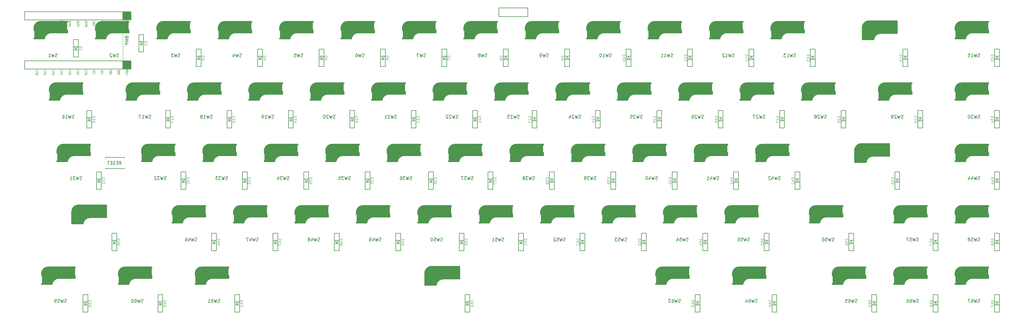
<source format=gbo>
G04 #@! TF.GenerationSoftware,KiCad,Pcbnew,(5.1.4)-1*
G04 #@! TF.CreationDate,2021-12-30T21:43:56+09:00*
G04 #@! TF.ProjectId,gl65,676c3635-2e6b-4696-9361-645f70636258,rev?*
G04 #@! TF.SameCoordinates,Original*
G04 #@! TF.FileFunction,Legend,Bot*
G04 #@! TF.FilePolarity,Positive*
%FSLAX46Y46*%
G04 Gerber Fmt 4.6, Leading zero omitted, Abs format (unit mm)*
G04 Created by KiCad (PCBNEW (5.1.4)-1) date 2021-12-30 21:43:56*
%MOMM*%
%LPD*%
G04 APERTURE LIST*
%ADD10C,0.150000*%
%ADD11C,1.000000*%
%ADD12C,0.400000*%
%ADD13C,0.500000*%
%ADD14C,3.500000*%
%ADD15C,3.000000*%
%ADD16C,0.800000*%
%ADD17C,0.300000*%
%ADD18C,0.120000*%
%ADD19C,0.100000*%
%ADD20C,0.125000*%
G04 APERTURE END LIST*
D10*
X106921182Y-84603529D02*
G75*
G02X109137500Y-82725000I2151318J-291471D01*
G01*
X103637500Y-81025001D02*
G75*
G02X105737499Y-79125000I2000000J-99999D01*
G01*
D11*
X106521182Y-84203529D02*
G75*
G02X108737500Y-82325000I2151318J-291471D01*
G01*
D12*
X113937500Y-81825000D02*
X113937500Y-82525000D01*
X113937500Y-79325000D02*
X112537500Y-79325000D01*
D13*
X103837500Y-84425000D02*
X106537500Y-84425000D01*
D10*
X114137500Y-79475000D02*
X114137500Y-79125000D01*
X114137500Y-79125000D02*
X105737499Y-79125000D01*
X109137500Y-82725000D02*
X114137500Y-82725000D01*
X103637500Y-84625000D02*
X106917500Y-84625000D01*
X103637500Y-81025000D02*
X103637500Y-82025000D01*
X103637500Y-84625000D02*
X103637500Y-84265000D01*
X103837500Y-84265000D02*
X103637500Y-84265000D01*
X103867500Y-82025000D02*
X103867500Y-84265000D01*
X103637500Y-82025000D02*
X103837500Y-82025000D01*
X113937500Y-79475000D02*
X114137500Y-79475000D01*
X113917500Y-81725000D02*
X113917500Y-79475000D01*
X114137500Y-81725000D02*
X113937500Y-81725000D01*
X114137500Y-82725000D02*
X114137500Y-81725000D01*
D14*
X112137500Y-80925000D02*
X105437500Y-80925000D01*
D11*
X113437500Y-79725000D02*
X113437500Y-82225000D01*
D13*
X113837500Y-82425000D02*
X112437500Y-82425000D01*
D15*
X105367500Y-80625000D02*
X105367500Y-82865000D01*
D16*
X104237500Y-84125000D02*
X104237500Y-82325001D01*
D17*
X103737500Y-81924999D02*
X103737500Y-81025000D01*
D11*
X44608682Y-27053529D02*
G75*
G02X46825000Y-25175000I2151318J-291471D01*
G01*
D10*
X41725000Y-23875001D02*
G75*
G02X43824999Y-21975000I2000000J-99999D01*
G01*
X45008682Y-27453529D02*
G75*
G02X47225000Y-25575000I2151318J-291471D01*
G01*
D17*
X41825000Y-24774999D02*
X41825000Y-23875000D01*
D16*
X42325000Y-26975000D02*
X42325000Y-25175001D01*
D15*
X43455000Y-23475000D02*
X43455000Y-25715000D01*
D13*
X51925000Y-25275000D02*
X50525000Y-25275000D01*
D11*
X51525000Y-22575000D02*
X51525000Y-25075000D01*
D14*
X50225000Y-23775000D02*
X43525000Y-23775000D01*
D10*
X52225000Y-25575000D02*
X52225000Y-24575000D01*
X52225000Y-24575000D02*
X52025000Y-24575000D01*
X52005000Y-24575000D02*
X52005000Y-22325000D01*
X52025000Y-22325000D02*
X52225000Y-22325000D01*
X41725000Y-24875000D02*
X41925000Y-24875000D01*
X41955000Y-24875000D02*
X41955000Y-27115000D01*
X41925000Y-27115000D02*
X41725000Y-27115000D01*
X41725000Y-27475000D02*
X41725000Y-27115000D01*
X41725000Y-23875000D02*
X41725000Y-24875000D01*
X41725000Y-27475000D02*
X45005000Y-27475000D01*
X47225000Y-25575000D02*
X52225000Y-25575000D01*
X52225000Y-21975000D02*
X43824999Y-21975000D01*
X52225000Y-22325000D02*
X52225000Y-21975000D01*
D13*
X41925000Y-27275000D02*
X44625000Y-27275000D01*
D12*
X52025000Y-22175000D02*
X50625000Y-22175000D01*
X52025000Y-24675000D02*
X52025000Y-25375000D01*
D11*
X30321182Y-46103529D02*
G75*
G02X32537500Y-44225000I2151318J-291471D01*
G01*
D10*
X27437500Y-42925001D02*
G75*
G02X29537499Y-41025000I2000000J-99999D01*
G01*
X30721182Y-46503529D02*
G75*
G02X32937500Y-44625000I2151318J-291471D01*
G01*
D12*
X37737500Y-43725000D02*
X37737500Y-44425000D01*
X37737500Y-41225000D02*
X36337500Y-41225000D01*
D13*
X27637500Y-46325000D02*
X30337500Y-46325000D01*
D10*
X37937500Y-41375000D02*
X37937500Y-41025000D01*
X37937500Y-41025000D02*
X29537499Y-41025000D01*
X32937500Y-44625000D02*
X37937500Y-44625000D01*
X27437500Y-46525000D02*
X30717500Y-46525000D01*
X27437500Y-42925000D02*
X27437500Y-43925000D01*
X27437500Y-46525000D02*
X27437500Y-46165000D01*
X27637500Y-46165000D02*
X27437500Y-46165000D01*
X27667500Y-43925000D02*
X27667500Y-46165000D01*
X27437500Y-43925000D02*
X27637500Y-43925000D01*
X37737500Y-41375000D02*
X37937500Y-41375000D01*
X37717500Y-43625000D02*
X37717500Y-41375000D01*
X37937500Y-43625000D02*
X37737500Y-43625000D01*
X37937500Y-44625000D02*
X37937500Y-43625000D01*
D14*
X35937500Y-42825000D02*
X29237500Y-42825000D01*
D11*
X37237500Y-41625000D02*
X37237500Y-44125000D01*
D13*
X37637500Y-44325000D02*
X36237500Y-44325000D01*
D15*
X29167500Y-42525000D02*
X29167500Y-44765000D01*
D16*
X28037500Y-46025000D02*
X28037500Y-44225001D01*
D17*
X27537500Y-43824999D02*
X27537500Y-42925000D01*
D11*
X25558682Y-27053529D02*
G75*
G02X27775000Y-25175000I2151318J-291471D01*
G01*
D10*
X22675000Y-23875001D02*
G75*
G02X24774999Y-21975000I2000000J-99999D01*
G01*
X25958682Y-27453529D02*
G75*
G02X28175000Y-25575000I2151318J-291471D01*
G01*
D17*
X22775000Y-24774999D02*
X22775000Y-23875000D01*
D16*
X23275000Y-26975000D02*
X23275000Y-25175001D01*
D15*
X24405000Y-23475000D02*
X24405000Y-25715000D01*
D13*
X32875000Y-25275000D02*
X31475000Y-25275000D01*
D11*
X32475000Y-22575000D02*
X32475000Y-25075000D01*
D14*
X31175000Y-23775000D02*
X24475000Y-23775000D01*
D10*
X33175000Y-25575000D02*
X33175000Y-24575000D01*
X33175000Y-24575000D02*
X32975000Y-24575000D01*
X32955000Y-24575000D02*
X32955000Y-22325000D01*
X32975000Y-22325000D02*
X33175000Y-22325000D01*
X22675000Y-24875000D02*
X22875000Y-24875000D01*
X22905000Y-24875000D02*
X22905000Y-27115000D01*
X22875000Y-27115000D02*
X22675000Y-27115000D01*
X22675000Y-27475000D02*
X22675000Y-27115000D01*
X22675000Y-23875000D02*
X22675000Y-24875000D01*
X22675000Y-27475000D02*
X25955000Y-27475000D01*
X28175000Y-25575000D02*
X33175000Y-25575000D01*
X33175000Y-21975000D02*
X24774999Y-21975000D01*
X33175000Y-22325000D02*
X33175000Y-21975000D01*
D13*
X22875000Y-27275000D02*
X25575000Y-27275000D01*
D12*
X32975000Y-22175000D02*
X31575000Y-22175000D01*
X32975000Y-24675000D02*
X32975000Y-25375000D01*
D10*
X311708682Y-27453529D02*
G75*
G02X313925000Y-25575000I2151318J-291471D01*
G01*
X308425000Y-23875001D02*
G75*
G02X310524999Y-21975000I2000000J-99999D01*
G01*
D11*
X311308682Y-27053529D02*
G75*
G02X313525000Y-25175000I2151318J-291471D01*
G01*
D12*
X318725000Y-24675000D02*
X318725000Y-25375000D01*
X318725000Y-22175000D02*
X317325000Y-22175000D01*
D13*
X308625000Y-27275000D02*
X311325000Y-27275000D01*
D10*
X318925000Y-22325000D02*
X318925000Y-21975000D01*
X318925000Y-21975000D02*
X310524999Y-21975000D01*
X313925000Y-25575000D02*
X318925000Y-25575000D01*
X308425000Y-27475000D02*
X311705000Y-27475000D01*
X308425000Y-23875000D02*
X308425000Y-24875000D01*
X308425000Y-27475000D02*
X308425000Y-27115000D01*
X308625000Y-27115000D02*
X308425000Y-27115000D01*
X308655000Y-24875000D02*
X308655000Y-27115000D01*
X308425000Y-24875000D02*
X308625000Y-24875000D01*
X318725000Y-22325000D02*
X318925000Y-22325000D01*
X318705000Y-24575000D02*
X318705000Y-22325000D01*
X318925000Y-24575000D02*
X318725000Y-24575000D01*
X318925000Y-25575000D02*
X318925000Y-24575000D01*
D14*
X316925000Y-23775000D02*
X310225000Y-23775000D01*
D11*
X318225000Y-22575000D02*
X318225000Y-25075000D01*
D13*
X318625000Y-25275000D02*
X317225000Y-25275000D01*
D15*
X310155000Y-23475000D02*
X310155000Y-25715000D01*
D16*
X309025000Y-26975000D02*
X309025000Y-25175001D01*
D17*
X308525000Y-24774999D02*
X308525000Y-23875000D01*
D18*
X50296750Y-21538600D02*
X50296750Y-34218600D01*
D19*
G36*
X50296750Y-18998600D02*
G01*
X50296750Y-21538600D01*
X52836750Y-21538600D01*
X52836750Y-18998600D01*
X50296750Y-18998600D01*
G37*
X50296750Y-18998600D02*
X50296750Y-21538600D01*
X52836750Y-21538600D01*
X52836750Y-18998600D01*
X50296750Y-18998600D01*
G36*
X50308750Y-34218600D02*
G01*
X50308750Y-36758600D01*
X52848750Y-36758600D01*
X52848750Y-34218600D01*
X50308750Y-34218600D01*
G37*
X50308750Y-34218600D02*
X50308750Y-36758600D01*
X52848750Y-36758600D01*
X52848750Y-34218600D01*
X50308750Y-34218600D01*
D10*
X50296750Y-36758600D02*
X50296750Y-34218600D01*
X50296750Y-21538600D02*
X50296750Y-18998600D01*
X52836750Y-36758600D02*
X52836750Y-34218600D01*
X52836750Y-34218600D02*
X19816750Y-34218600D01*
X19816750Y-34218600D02*
X19816750Y-36758600D01*
X19816750Y-36758600D02*
X52836750Y-36758600D01*
X52836750Y-21538600D02*
X52836750Y-18998600D01*
X52836750Y-18998600D02*
X19816750Y-18998600D01*
X19816750Y-18998600D02*
X19816750Y-21538600D01*
X19816750Y-21538600D02*
X52836750Y-21538600D01*
X44820000Y-67730000D02*
X44820000Y-67480000D01*
X50820000Y-67730000D02*
X44820000Y-67730000D01*
X50820000Y-67480000D02*
X50820000Y-67730000D01*
X50820000Y-64230000D02*
X50820000Y-64480000D01*
X44820000Y-64230000D02*
X50820000Y-64230000D01*
X44820000Y-64480000D02*
X44820000Y-64230000D01*
X311708682Y-103653529D02*
G75*
G02X313925000Y-101775000I2151318J-291471D01*
G01*
X308425000Y-100075001D02*
G75*
G02X310524999Y-98175000I2000000J-99999D01*
G01*
D11*
X311308682Y-103253529D02*
G75*
G02X313525000Y-101375000I2151318J-291471D01*
G01*
D12*
X318725000Y-100875000D02*
X318725000Y-101575000D01*
X318725000Y-98375000D02*
X317325000Y-98375000D01*
D13*
X308625000Y-103475000D02*
X311325000Y-103475000D01*
D10*
X318925000Y-98525000D02*
X318925000Y-98175000D01*
X318925000Y-98175000D02*
X310524999Y-98175000D01*
X313925000Y-101775000D02*
X318925000Y-101775000D01*
X308425000Y-103675000D02*
X311705000Y-103675000D01*
X308425000Y-100075000D02*
X308425000Y-101075000D01*
X308425000Y-103675000D02*
X308425000Y-103315000D01*
X308625000Y-103315000D02*
X308425000Y-103315000D01*
X308655000Y-101075000D02*
X308655000Y-103315000D01*
X308425000Y-101075000D02*
X308625000Y-101075000D01*
X318725000Y-98525000D02*
X318925000Y-98525000D01*
X318705000Y-100775000D02*
X318705000Y-98525000D01*
X318925000Y-100775000D02*
X318725000Y-100775000D01*
X318925000Y-101775000D02*
X318925000Y-100775000D01*
D14*
X316925000Y-99975000D02*
X310225000Y-99975000D01*
D11*
X318225000Y-98775000D02*
X318225000Y-101275000D01*
D13*
X318625000Y-101475000D02*
X317225000Y-101475000D01*
D15*
X310155000Y-99675000D02*
X310155000Y-101915000D01*
D16*
X309025000Y-103175000D02*
X309025000Y-101375001D01*
D17*
X308525000Y-100974999D02*
X308525000Y-100075000D01*
D10*
X292658682Y-103653529D02*
G75*
G02X294875000Y-101775000I2151318J-291471D01*
G01*
X289375000Y-100075001D02*
G75*
G02X291474999Y-98175000I2000000J-99999D01*
G01*
D11*
X292258682Y-103253529D02*
G75*
G02X294475000Y-101375000I2151318J-291471D01*
G01*
D12*
X299675000Y-100875000D02*
X299675000Y-101575000D01*
X299675000Y-98375000D02*
X298275000Y-98375000D01*
D13*
X289575000Y-103475000D02*
X292275000Y-103475000D01*
D10*
X299875000Y-98525000D02*
X299875000Y-98175000D01*
X299875000Y-98175000D02*
X291474999Y-98175000D01*
X294875000Y-101775000D02*
X299875000Y-101775000D01*
X289375000Y-103675000D02*
X292655000Y-103675000D01*
X289375000Y-100075000D02*
X289375000Y-101075000D01*
X289375000Y-103675000D02*
X289375000Y-103315000D01*
X289575000Y-103315000D02*
X289375000Y-103315000D01*
X289605000Y-101075000D02*
X289605000Y-103315000D01*
X289375000Y-101075000D02*
X289575000Y-101075000D01*
X299675000Y-98525000D02*
X299875000Y-98525000D01*
X299655000Y-100775000D02*
X299655000Y-98525000D01*
X299875000Y-100775000D02*
X299675000Y-100775000D01*
X299875000Y-101775000D02*
X299875000Y-100775000D01*
D14*
X297875000Y-99975000D02*
X291175000Y-99975000D01*
D11*
X299175000Y-98775000D02*
X299175000Y-101275000D01*
D13*
X299575000Y-101475000D02*
X298175000Y-101475000D01*
D15*
X291105000Y-99675000D02*
X291105000Y-101915000D01*
D16*
X289975000Y-103175000D02*
X289975000Y-101375001D01*
D17*
X289475000Y-100974999D02*
X289475000Y-100075000D01*
D10*
X273608682Y-103653529D02*
G75*
G02X275825000Y-101775000I2151318J-291471D01*
G01*
X270325000Y-100075001D02*
G75*
G02X272424999Y-98175000I2000000J-99999D01*
G01*
D11*
X273208682Y-103253529D02*
G75*
G02X275425000Y-101375000I2151318J-291471D01*
G01*
D12*
X280625000Y-100875000D02*
X280625000Y-101575000D01*
X280625000Y-98375000D02*
X279225000Y-98375000D01*
D13*
X270525000Y-103475000D02*
X273225000Y-103475000D01*
D10*
X280825000Y-98525000D02*
X280825000Y-98175000D01*
X280825000Y-98175000D02*
X272424999Y-98175000D01*
X275825000Y-101775000D02*
X280825000Y-101775000D01*
X270325000Y-103675000D02*
X273605000Y-103675000D01*
X270325000Y-100075000D02*
X270325000Y-101075000D01*
X270325000Y-103675000D02*
X270325000Y-103315000D01*
X270525000Y-103315000D02*
X270325000Y-103315000D01*
X270555000Y-101075000D02*
X270555000Y-103315000D01*
X270325000Y-101075000D02*
X270525000Y-101075000D01*
X280625000Y-98525000D02*
X280825000Y-98525000D01*
X280605000Y-100775000D02*
X280605000Y-98525000D01*
X280825000Y-100775000D02*
X280625000Y-100775000D01*
X280825000Y-101775000D02*
X280825000Y-100775000D01*
D14*
X278825000Y-99975000D02*
X272125000Y-99975000D01*
D11*
X280125000Y-98775000D02*
X280125000Y-101275000D01*
D13*
X280525000Y-101475000D02*
X279125000Y-101475000D01*
D15*
X272055000Y-99675000D02*
X272055000Y-101915000D01*
D16*
X270925000Y-103175000D02*
X270925000Y-101375001D01*
D17*
X270425000Y-100974999D02*
X270425000Y-100075000D01*
D10*
X242652432Y-103653529D02*
G75*
G02X244868750Y-101775000I2151318J-291471D01*
G01*
X239368750Y-100075001D02*
G75*
G02X241468749Y-98175000I2000000J-99999D01*
G01*
D11*
X242252432Y-103253529D02*
G75*
G02X244468750Y-101375000I2151318J-291471D01*
G01*
D12*
X249668750Y-100875000D02*
X249668750Y-101575000D01*
X249668750Y-98375000D02*
X248268750Y-98375000D01*
D13*
X239568750Y-103475000D02*
X242268750Y-103475000D01*
D10*
X249868750Y-98525000D02*
X249868750Y-98175000D01*
X249868750Y-98175000D02*
X241468749Y-98175000D01*
X244868750Y-101775000D02*
X249868750Y-101775000D01*
X239368750Y-103675000D02*
X242648750Y-103675000D01*
X239368750Y-100075000D02*
X239368750Y-101075000D01*
X239368750Y-103675000D02*
X239368750Y-103315000D01*
X239568750Y-103315000D02*
X239368750Y-103315000D01*
X239598750Y-101075000D02*
X239598750Y-103315000D01*
X239368750Y-101075000D02*
X239568750Y-101075000D01*
X249668750Y-98525000D02*
X249868750Y-98525000D01*
X249648750Y-100775000D02*
X249648750Y-98525000D01*
X249868750Y-100775000D02*
X249668750Y-100775000D01*
X249868750Y-101775000D02*
X249868750Y-100775000D01*
D14*
X247868750Y-99975000D02*
X241168750Y-99975000D01*
D11*
X249168750Y-98775000D02*
X249168750Y-101275000D01*
D13*
X249568750Y-101475000D02*
X248168750Y-101475000D01*
D15*
X241098750Y-99675000D02*
X241098750Y-101915000D01*
D16*
X239968750Y-103175000D02*
X239968750Y-101375001D01*
D17*
X239468750Y-100974999D02*
X239468750Y-100075000D01*
D10*
X218839932Y-103653529D02*
G75*
G02X221056250Y-101775000I2151318J-291471D01*
G01*
X215556250Y-100075001D02*
G75*
G02X217656249Y-98175000I2000000J-99999D01*
G01*
D11*
X218439932Y-103253529D02*
G75*
G02X220656250Y-101375000I2151318J-291471D01*
G01*
D12*
X225856250Y-100875000D02*
X225856250Y-101575000D01*
X225856250Y-98375000D02*
X224456250Y-98375000D01*
D13*
X215756250Y-103475000D02*
X218456250Y-103475000D01*
D10*
X226056250Y-98525000D02*
X226056250Y-98175000D01*
X226056250Y-98175000D02*
X217656249Y-98175000D01*
X221056250Y-101775000D02*
X226056250Y-101775000D01*
X215556250Y-103675000D02*
X218836250Y-103675000D01*
X215556250Y-100075000D02*
X215556250Y-101075000D01*
X215556250Y-103675000D02*
X215556250Y-103315000D01*
X215756250Y-103315000D02*
X215556250Y-103315000D01*
X215786250Y-101075000D02*
X215786250Y-103315000D01*
X215556250Y-101075000D02*
X215756250Y-101075000D01*
X225856250Y-98525000D02*
X226056250Y-98525000D01*
X225836250Y-100775000D02*
X225836250Y-98525000D01*
X226056250Y-100775000D02*
X225856250Y-100775000D01*
X226056250Y-101775000D02*
X226056250Y-100775000D01*
D14*
X224056250Y-99975000D02*
X217356250Y-99975000D01*
D11*
X225356250Y-98775000D02*
X225356250Y-101275000D01*
D13*
X225756250Y-101475000D02*
X224356250Y-101475000D01*
D15*
X217286250Y-99675000D02*
X217286250Y-101915000D01*
D16*
X216156250Y-103175000D02*
X216156250Y-101375001D01*
D17*
X215656250Y-100974999D02*
X215656250Y-100075000D01*
D10*
X147553750Y-103875000D02*
G75*
G02X149813750Y-101995000I2070000J-190000D01*
G01*
X143949750Y-99875000D02*
G75*
G02X146213750Y-97991000I2074000J-190000D01*
G01*
G36*
X143938750Y-103915000D02*
G01*
X147538750Y-103905000D01*
X147598750Y-103505000D01*
X147748750Y-103155000D01*
X148128750Y-102585000D01*
X148538750Y-102285000D01*
X148898750Y-102095000D01*
X149238750Y-102005000D01*
X154838750Y-101945000D01*
X154838750Y-97995000D01*
X146018750Y-97995000D01*
X145338750Y-98095000D01*
X144888750Y-98325000D01*
X144498750Y-98655000D01*
X144178750Y-99125000D01*
X143948750Y-99765000D01*
X143928750Y-100555000D01*
X143938750Y-103915000D01*
G37*
X143938750Y-103915000D02*
X147538750Y-103905000D01*
X147598750Y-103505000D01*
X147748750Y-103155000D01*
X148128750Y-102585000D01*
X148538750Y-102285000D01*
X148898750Y-102095000D01*
X149238750Y-102005000D01*
X154838750Y-101945000D01*
X154838750Y-97995000D01*
X146018750Y-97995000D01*
X145338750Y-98095000D01*
X144888750Y-98325000D01*
X144498750Y-98655000D01*
X144178750Y-99125000D01*
X143948750Y-99765000D01*
X143928750Y-100555000D01*
X143938750Y-103915000D01*
X154838750Y-101945000D02*
X149788750Y-101991000D01*
X154838750Y-101899000D02*
X154838750Y-97991000D01*
X154838750Y-97991000D02*
X146213750Y-97991000D01*
X143938750Y-99945000D02*
X143938750Y-103890000D01*
X143938750Y-103899000D02*
X147548750Y-103899000D01*
X75964932Y-103653529D02*
G75*
G02X78181250Y-101775000I2151318J-291471D01*
G01*
X72681250Y-100075001D02*
G75*
G02X74781249Y-98175000I2000000J-99999D01*
G01*
D11*
X75564932Y-103253529D02*
G75*
G02X77781250Y-101375000I2151318J-291471D01*
G01*
D12*
X82981250Y-100875000D02*
X82981250Y-101575000D01*
X82981250Y-98375000D02*
X81581250Y-98375000D01*
D13*
X72881250Y-103475000D02*
X75581250Y-103475000D01*
D10*
X83181250Y-98525000D02*
X83181250Y-98175000D01*
X83181250Y-98175000D02*
X74781249Y-98175000D01*
X78181250Y-101775000D02*
X83181250Y-101775000D01*
X72681250Y-103675000D02*
X75961250Y-103675000D01*
X72681250Y-100075000D02*
X72681250Y-101075000D01*
X72681250Y-103675000D02*
X72681250Y-103315000D01*
X72881250Y-103315000D02*
X72681250Y-103315000D01*
X72911250Y-101075000D02*
X72911250Y-103315000D01*
X72681250Y-101075000D02*
X72881250Y-101075000D01*
X82981250Y-98525000D02*
X83181250Y-98525000D01*
X82961250Y-100775000D02*
X82961250Y-98525000D01*
X83181250Y-100775000D02*
X82981250Y-100775000D01*
X83181250Y-101775000D02*
X83181250Y-100775000D01*
D14*
X81181250Y-99975000D02*
X74481250Y-99975000D01*
D11*
X82481250Y-98775000D02*
X82481250Y-101275000D01*
D13*
X82881250Y-101475000D02*
X81481250Y-101475000D01*
D15*
X74411250Y-99675000D02*
X74411250Y-101915000D01*
D16*
X73281250Y-103175000D02*
X73281250Y-101375001D01*
D17*
X72781250Y-100974999D02*
X72781250Y-100075000D01*
D10*
X52152432Y-103653529D02*
G75*
G02X54368750Y-101775000I2151318J-291471D01*
G01*
X48868750Y-100075001D02*
G75*
G02X50968749Y-98175000I2000000J-99999D01*
G01*
D11*
X51752432Y-103253529D02*
G75*
G02X53968750Y-101375000I2151318J-291471D01*
G01*
D12*
X59168750Y-100875000D02*
X59168750Y-101575000D01*
X59168750Y-98375000D02*
X57768750Y-98375000D01*
D13*
X49068750Y-103475000D02*
X51768750Y-103475000D01*
D10*
X59368750Y-98525000D02*
X59368750Y-98175000D01*
X59368750Y-98175000D02*
X50968749Y-98175000D01*
X54368750Y-101775000D02*
X59368750Y-101775000D01*
X48868750Y-103675000D02*
X52148750Y-103675000D01*
X48868750Y-100075000D02*
X48868750Y-101075000D01*
X48868750Y-103675000D02*
X48868750Y-103315000D01*
X49068750Y-103315000D02*
X48868750Y-103315000D01*
X49098750Y-101075000D02*
X49098750Y-103315000D01*
X48868750Y-101075000D02*
X49068750Y-101075000D01*
X59168750Y-98525000D02*
X59368750Y-98525000D01*
X59148750Y-100775000D02*
X59148750Y-98525000D01*
X59368750Y-100775000D02*
X59168750Y-100775000D01*
X59368750Y-101775000D02*
X59368750Y-100775000D01*
D14*
X57368750Y-99975000D02*
X50668750Y-99975000D01*
D11*
X58668750Y-98775000D02*
X58668750Y-101275000D01*
D13*
X59068750Y-101475000D02*
X57668750Y-101475000D01*
D15*
X50598750Y-99675000D02*
X50598750Y-101915000D01*
D16*
X49468750Y-103175000D02*
X49468750Y-101375001D01*
D17*
X48968750Y-100974999D02*
X48968750Y-100075000D01*
D10*
X28339932Y-103653529D02*
G75*
G02X30556250Y-101775000I2151318J-291471D01*
G01*
X25056250Y-100075001D02*
G75*
G02X27156249Y-98175000I2000000J-99999D01*
G01*
D11*
X27939932Y-103253529D02*
G75*
G02X30156250Y-101375000I2151318J-291471D01*
G01*
D12*
X35356250Y-100875000D02*
X35356250Y-101575000D01*
X35356250Y-98375000D02*
X33956250Y-98375000D01*
D13*
X25256250Y-103475000D02*
X27956250Y-103475000D01*
D10*
X35556250Y-98525000D02*
X35556250Y-98175000D01*
X35556250Y-98175000D02*
X27156249Y-98175000D01*
X30556250Y-101775000D02*
X35556250Y-101775000D01*
X25056250Y-103675000D02*
X28336250Y-103675000D01*
X25056250Y-100075000D02*
X25056250Y-101075000D01*
X25056250Y-103675000D02*
X25056250Y-103315000D01*
X25256250Y-103315000D02*
X25056250Y-103315000D01*
X25286250Y-101075000D02*
X25286250Y-103315000D01*
X25056250Y-101075000D02*
X25256250Y-101075000D01*
X35356250Y-98525000D02*
X35556250Y-98525000D01*
X35336250Y-100775000D02*
X35336250Y-98525000D01*
X35556250Y-100775000D02*
X35356250Y-100775000D01*
X35556250Y-101775000D02*
X35556250Y-100775000D01*
D14*
X33556250Y-99975000D02*
X26856250Y-99975000D01*
D11*
X34856250Y-98775000D02*
X34856250Y-101275000D01*
D13*
X35256250Y-101475000D02*
X33856250Y-101475000D01*
D15*
X26786250Y-99675000D02*
X26786250Y-101915000D01*
D16*
X25656250Y-103175000D02*
X25656250Y-101375001D01*
D17*
X25156250Y-100974999D02*
X25156250Y-100075000D01*
D10*
X311708682Y-84603529D02*
G75*
G02X313925000Y-82725000I2151318J-291471D01*
G01*
X308425000Y-81025001D02*
G75*
G02X310524999Y-79125000I2000000J-99999D01*
G01*
D11*
X311308682Y-84203529D02*
G75*
G02X313525000Y-82325000I2151318J-291471D01*
G01*
D12*
X318725000Y-81825000D02*
X318725000Y-82525000D01*
X318725000Y-79325000D02*
X317325000Y-79325000D01*
D13*
X308625000Y-84425000D02*
X311325000Y-84425000D01*
D10*
X318925000Y-79475000D02*
X318925000Y-79125000D01*
X318925000Y-79125000D02*
X310524999Y-79125000D01*
X313925000Y-82725000D02*
X318925000Y-82725000D01*
X308425000Y-84625000D02*
X311705000Y-84625000D01*
X308425000Y-81025000D02*
X308425000Y-82025000D01*
X308425000Y-84625000D02*
X308425000Y-84265000D01*
X308625000Y-84265000D02*
X308425000Y-84265000D01*
X308655000Y-82025000D02*
X308655000Y-84265000D01*
X308425000Y-82025000D02*
X308625000Y-82025000D01*
X318725000Y-79475000D02*
X318925000Y-79475000D01*
X318705000Y-81725000D02*
X318705000Y-79475000D01*
X318925000Y-81725000D02*
X318725000Y-81725000D01*
X318925000Y-82725000D02*
X318925000Y-81725000D01*
D14*
X316925000Y-80925000D02*
X310225000Y-80925000D01*
D11*
X318225000Y-79725000D02*
X318225000Y-82225000D01*
D13*
X318625000Y-82425000D02*
X317225000Y-82425000D01*
D15*
X310155000Y-80625000D02*
X310155000Y-82865000D01*
D16*
X309025000Y-84125000D02*
X309025000Y-82325001D01*
D17*
X308525000Y-81924999D02*
X308525000Y-81025000D01*
D10*
X292658682Y-84603529D02*
G75*
G02X294875000Y-82725000I2151318J-291471D01*
G01*
X289375000Y-81025001D02*
G75*
G02X291474999Y-79125000I2000000J-99999D01*
G01*
D11*
X292258682Y-84203529D02*
G75*
G02X294475000Y-82325000I2151318J-291471D01*
G01*
D12*
X299675000Y-81825000D02*
X299675000Y-82525000D01*
X299675000Y-79325000D02*
X298275000Y-79325000D01*
D13*
X289575000Y-84425000D02*
X292275000Y-84425000D01*
D10*
X299875000Y-79475000D02*
X299875000Y-79125000D01*
X299875000Y-79125000D02*
X291474999Y-79125000D01*
X294875000Y-82725000D02*
X299875000Y-82725000D01*
X289375000Y-84625000D02*
X292655000Y-84625000D01*
X289375000Y-81025000D02*
X289375000Y-82025000D01*
X289375000Y-84625000D02*
X289375000Y-84265000D01*
X289575000Y-84265000D02*
X289375000Y-84265000D01*
X289605000Y-82025000D02*
X289605000Y-84265000D01*
X289375000Y-82025000D02*
X289575000Y-82025000D01*
X299675000Y-79475000D02*
X299875000Y-79475000D01*
X299655000Y-81725000D02*
X299655000Y-79475000D01*
X299875000Y-81725000D02*
X299675000Y-81725000D01*
X299875000Y-82725000D02*
X299875000Y-81725000D01*
D14*
X297875000Y-80925000D02*
X291175000Y-80925000D01*
D11*
X299175000Y-79725000D02*
X299175000Y-82225000D01*
D13*
X299575000Y-82425000D02*
X298175000Y-82425000D01*
D15*
X291105000Y-80625000D02*
X291105000Y-82865000D01*
D16*
X289975000Y-84125000D02*
X289975000Y-82325001D01*
D17*
X289475000Y-81924999D02*
X289475000Y-81025000D01*
D11*
X266064932Y-84203529D02*
G75*
G02X268281250Y-82325000I2151318J-291471D01*
G01*
D10*
X263181250Y-81025001D02*
G75*
G02X265281249Y-79125000I2000000J-99999D01*
G01*
X266464932Y-84603529D02*
G75*
G02X268681250Y-82725000I2151318J-291471D01*
G01*
D17*
X263281250Y-81924999D02*
X263281250Y-81025000D01*
D16*
X263781250Y-84125000D02*
X263781250Y-82325001D01*
D15*
X264911250Y-80625000D02*
X264911250Y-82865000D01*
D13*
X273381250Y-82425000D02*
X271981250Y-82425000D01*
D11*
X272981250Y-79725000D02*
X272981250Y-82225000D01*
D14*
X271681250Y-80925000D02*
X264981250Y-80925000D01*
D10*
X273681250Y-82725000D02*
X273681250Y-81725000D01*
X273681250Y-81725000D02*
X273481250Y-81725000D01*
X273461250Y-81725000D02*
X273461250Y-79475000D01*
X273481250Y-79475000D02*
X273681250Y-79475000D01*
X263181250Y-82025000D02*
X263381250Y-82025000D01*
X263411250Y-82025000D02*
X263411250Y-84265000D01*
X263381250Y-84265000D02*
X263181250Y-84265000D01*
X263181250Y-84625000D02*
X263181250Y-84265000D01*
X263181250Y-81025000D02*
X263181250Y-82025000D01*
X263181250Y-84625000D02*
X266461250Y-84625000D01*
X268681250Y-82725000D02*
X273681250Y-82725000D01*
X273681250Y-79125000D02*
X265281249Y-79125000D01*
X273681250Y-79475000D02*
X273681250Y-79125000D01*
D13*
X263381250Y-84425000D02*
X266081250Y-84425000D01*
D12*
X273481250Y-79325000D02*
X272081250Y-79325000D01*
X273481250Y-81825000D02*
X273481250Y-82525000D01*
D10*
X240271182Y-84603529D02*
G75*
G02X242487500Y-82725000I2151318J-291471D01*
G01*
X236987500Y-81025001D02*
G75*
G02X239087499Y-79125000I2000000J-99999D01*
G01*
D11*
X239871182Y-84203529D02*
G75*
G02X242087500Y-82325000I2151318J-291471D01*
G01*
D12*
X247287500Y-81825000D02*
X247287500Y-82525000D01*
X247287500Y-79325000D02*
X245887500Y-79325000D01*
D13*
X237187500Y-84425000D02*
X239887500Y-84425000D01*
D10*
X247487500Y-79475000D02*
X247487500Y-79125000D01*
X247487500Y-79125000D02*
X239087499Y-79125000D01*
X242487500Y-82725000D02*
X247487500Y-82725000D01*
X236987500Y-84625000D02*
X240267500Y-84625000D01*
X236987500Y-81025000D02*
X236987500Y-82025000D01*
X236987500Y-84625000D02*
X236987500Y-84265000D01*
X237187500Y-84265000D02*
X236987500Y-84265000D01*
X237217500Y-82025000D02*
X237217500Y-84265000D01*
X236987500Y-82025000D02*
X237187500Y-82025000D01*
X247287500Y-79475000D02*
X247487500Y-79475000D01*
X247267500Y-81725000D02*
X247267500Y-79475000D01*
X247487500Y-81725000D02*
X247287500Y-81725000D01*
X247487500Y-82725000D02*
X247487500Y-81725000D01*
D14*
X245487500Y-80925000D02*
X238787500Y-80925000D01*
D11*
X246787500Y-79725000D02*
X246787500Y-82225000D01*
D13*
X247187500Y-82425000D02*
X245787500Y-82425000D01*
D15*
X238717500Y-80625000D02*
X238717500Y-82865000D01*
D16*
X237587500Y-84125000D02*
X237587500Y-82325001D01*
D17*
X237087500Y-81924999D02*
X237087500Y-81025000D01*
D10*
X221221182Y-84603529D02*
G75*
G02X223437500Y-82725000I2151318J-291471D01*
G01*
X217937500Y-81025001D02*
G75*
G02X220037499Y-79125000I2000000J-99999D01*
G01*
D11*
X220821182Y-84203529D02*
G75*
G02X223037500Y-82325000I2151318J-291471D01*
G01*
D12*
X228237500Y-81825000D02*
X228237500Y-82525000D01*
X228237500Y-79325000D02*
X226837500Y-79325000D01*
D13*
X218137500Y-84425000D02*
X220837500Y-84425000D01*
D10*
X228437500Y-79475000D02*
X228437500Y-79125000D01*
X228437500Y-79125000D02*
X220037499Y-79125000D01*
X223437500Y-82725000D02*
X228437500Y-82725000D01*
X217937500Y-84625000D02*
X221217500Y-84625000D01*
X217937500Y-81025000D02*
X217937500Y-82025000D01*
X217937500Y-84625000D02*
X217937500Y-84265000D01*
X218137500Y-84265000D02*
X217937500Y-84265000D01*
X218167500Y-82025000D02*
X218167500Y-84265000D01*
X217937500Y-82025000D02*
X218137500Y-82025000D01*
X228237500Y-79475000D02*
X228437500Y-79475000D01*
X228217500Y-81725000D02*
X228217500Y-79475000D01*
X228437500Y-81725000D02*
X228237500Y-81725000D01*
X228437500Y-82725000D02*
X228437500Y-81725000D01*
D14*
X226437500Y-80925000D02*
X219737500Y-80925000D01*
D11*
X227737500Y-79725000D02*
X227737500Y-82225000D01*
D13*
X228137500Y-82425000D02*
X226737500Y-82425000D01*
D15*
X219667500Y-80625000D02*
X219667500Y-82865000D01*
D16*
X218537500Y-84125000D02*
X218537500Y-82325001D01*
D17*
X218037500Y-81924999D02*
X218037500Y-81025000D01*
D10*
X202171182Y-84603529D02*
G75*
G02X204387500Y-82725000I2151318J-291471D01*
G01*
X198887500Y-81025001D02*
G75*
G02X200987499Y-79125000I2000000J-99999D01*
G01*
D11*
X201771182Y-84203529D02*
G75*
G02X203987500Y-82325000I2151318J-291471D01*
G01*
D12*
X209187500Y-81825000D02*
X209187500Y-82525000D01*
X209187500Y-79325000D02*
X207787500Y-79325000D01*
D13*
X199087500Y-84425000D02*
X201787500Y-84425000D01*
D10*
X209387500Y-79475000D02*
X209387500Y-79125000D01*
X209387500Y-79125000D02*
X200987499Y-79125000D01*
X204387500Y-82725000D02*
X209387500Y-82725000D01*
X198887500Y-84625000D02*
X202167500Y-84625000D01*
X198887500Y-81025000D02*
X198887500Y-82025000D01*
X198887500Y-84625000D02*
X198887500Y-84265000D01*
X199087500Y-84265000D02*
X198887500Y-84265000D01*
X199117500Y-82025000D02*
X199117500Y-84265000D01*
X198887500Y-82025000D02*
X199087500Y-82025000D01*
X209187500Y-79475000D02*
X209387500Y-79475000D01*
X209167500Y-81725000D02*
X209167500Y-79475000D01*
X209387500Y-81725000D02*
X209187500Y-81725000D01*
X209387500Y-82725000D02*
X209387500Y-81725000D01*
D14*
X207387500Y-80925000D02*
X200687500Y-80925000D01*
D11*
X208687500Y-79725000D02*
X208687500Y-82225000D01*
D13*
X209087500Y-82425000D02*
X207687500Y-82425000D01*
D15*
X200617500Y-80625000D02*
X200617500Y-82865000D01*
D16*
X199487500Y-84125000D02*
X199487500Y-82325001D01*
D17*
X198987500Y-81924999D02*
X198987500Y-81025000D01*
D10*
X183121182Y-84603529D02*
G75*
G02X185337500Y-82725000I2151318J-291471D01*
G01*
X179837500Y-81025001D02*
G75*
G02X181937499Y-79125000I2000000J-99999D01*
G01*
D11*
X182721182Y-84203529D02*
G75*
G02X184937500Y-82325000I2151318J-291471D01*
G01*
D12*
X190137500Y-81825000D02*
X190137500Y-82525000D01*
X190137500Y-79325000D02*
X188737500Y-79325000D01*
D13*
X180037500Y-84425000D02*
X182737500Y-84425000D01*
D10*
X190337500Y-79475000D02*
X190337500Y-79125000D01*
X190337500Y-79125000D02*
X181937499Y-79125000D01*
X185337500Y-82725000D02*
X190337500Y-82725000D01*
X179837500Y-84625000D02*
X183117500Y-84625000D01*
X179837500Y-81025000D02*
X179837500Y-82025000D01*
X179837500Y-84625000D02*
X179837500Y-84265000D01*
X180037500Y-84265000D02*
X179837500Y-84265000D01*
X180067500Y-82025000D02*
X180067500Y-84265000D01*
X179837500Y-82025000D02*
X180037500Y-82025000D01*
X190137500Y-79475000D02*
X190337500Y-79475000D01*
X190117500Y-81725000D02*
X190117500Y-79475000D01*
X190337500Y-81725000D02*
X190137500Y-81725000D01*
X190337500Y-82725000D02*
X190337500Y-81725000D01*
D14*
X188337500Y-80925000D02*
X181637500Y-80925000D01*
D11*
X189637500Y-79725000D02*
X189637500Y-82225000D01*
D13*
X190037500Y-82425000D02*
X188637500Y-82425000D01*
D15*
X181567500Y-80625000D02*
X181567500Y-82865000D01*
D16*
X180437500Y-84125000D02*
X180437500Y-82325001D01*
D17*
X179937500Y-81924999D02*
X179937500Y-81025000D01*
D10*
X164071182Y-84603529D02*
G75*
G02X166287500Y-82725000I2151318J-291471D01*
G01*
X160787500Y-81025001D02*
G75*
G02X162887499Y-79125000I2000000J-99999D01*
G01*
D11*
X163671182Y-84203529D02*
G75*
G02X165887500Y-82325000I2151318J-291471D01*
G01*
D12*
X171087500Y-81825000D02*
X171087500Y-82525000D01*
X171087500Y-79325000D02*
X169687500Y-79325000D01*
D13*
X160987500Y-84425000D02*
X163687500Y-84425000D01*
D10*
X171287500Y-79475000D02*
X171287500Y-79125000D01*
X171287500Y-79125000D02*
X162887499Y-79125000D01*
X166287500Y-82725000D02*
X171287500Y-82725000D01*
X160787500Y-84625000D02*
X164067500Y-84625000D01*
X160787500Y-81025000D02*
X160787500Y-82025000D01*
X160787500Y-84625000D02*
X160787500Y-84265000D01*
X160987500Y-84265000D02*
X160787500Y-84265000D01*
X161017500Y-82025000D02*
X161017500Y-84265000D01*
X160787500Y-82025000D02*
X160987500Y-82025000D01*
X171087500Y-79475000D02*
X171287500Y-79475000D01*
X171067500Y-81725000D02*
X171067500Y-79475000D01*
X171287500Y-81725000D02*
X171087500Y-81725000D01*
X171287500Y-82725000D02*
X171287500Y-81725000D01*
D14*
X169287500Y-80925000D02*
X162587500Y-80925000D01*
D11*
X170587500Y-79725000D02*
X170587500Y-82225000D01*
D13*
X170987500Y-82425000D02*
X169587500Y-82425000D01*
D15*
X162517500Y-80625000D02*
X162517500Y-82865000D01*
D16*
X161387500Y-84125000D02*
X161387500Y-82325001D01*
D17*
X160887500Y-81924999D02*
X160887500Y-81025000D01*
D10*
X145021182Y-84603529D02*
G75*
G02X147237500Y-82725000I2151318J-291471D01*
G01*
X141737500Y-81025001D02*
G75*
G02X143837499Y-79125000I2000000J-99999D01*
G01*
D11*
X144621182Y-84203529D02*
G75*
G02X146837500Y-82325000I2151318J-291471D01*
G01*
D12*
X152037500Y-81825000D02*
X152037500Y-82525000D01*
X152037500Y-79325000D02*
X150637500Y-79325000D01*
D13*
X141937500Y-84425000D02*
X144637500Y-84425000D01*
D10*
X152237500Y-79475000D02*
X152237500Y-79125000D01*
X152237500Y-79125000D02*
X143837499Y-79125000D01*
X147237500Y-82725000D02*
X152237500Y-82725000D01*
X141737500Y-84625000D02*
X145017500Y-84625000D01*
X141737500Y-81025000D02*
X141737500Y-82025000D01*
X141737500Y-84625000D02*
X141737500Y-84265000D01*
X141937500Y-84265000D02*
X141737500Y-84265000D01*
X141967500Y-82025000D02*
X141967500Y-84265000D01*
X141737500Y-82025000D02*
X141937500Y-82025000D01*
X152037500Y-79475000D02*
X152237500Y-79475000D01*
X152017500Y-81725000D02*
X152017500Y-79475000D01*
X152237500Y-81725000D02*
X152037500Y-81725000D01*
X152237500Y-82725000D02*
X152237500Y-81725000D01*
D14*
X150237500Y-80925000D02*
X143537500Y-80925000D01*
D11*
X151537500Y-79725000D02*
X151537500Y-82225000D01*
D13*
X151937500Y-82425000D02*
X150537500Y-82425000D01*
D15*
X143467500Y-80625000D02*
X143467500Y-82865000D01*
D16*
X142337500Y-84125000D02*
X142337500Y-82325001D01*
D17*
X141837500Y-81924999D02*
X141837500Y-81025000D01*
D10*
X125971182Y-84603529D02*
G75*
G02X128187500Y-82725000I2151318J-291471D01*
G01*
X122687500Y-81025001D02*
G75*
G02X124787499Y-79125000I2000000J-99999D01*
G01*
D11*
X125571182Y-84203529D02*
G75*
G02X127787500Y-82325000I2151318J-291471D01*
G01*
D12*
X132987500Y-81825000D02*
X132987500Y-82525000D01*
X132987500Y-79325000D02*
X131587500Y-79325000D01*
D13*
X122887500Y-84425000D02*
X125587500Y-84425000D01*
D10*
X133187500Y-79475000D02*
X133187500Y-79125000D01*
X133187500Y-79125000D02*
X124787499Y-79125000D01*
X128187500Y-82725000D02*
X133187500Y-82725000D01*
X122687500Y-84625000D02*
X125967500Y-84625000D01*
X122687500Y-81025000D02*
X122687500Y-82025000D01*
X122687500Y-84625000D02*
X122687500Y-84265000D01*
X122887500Y-84265000D02*
X122687500Y-84265000D01*
X122917500Y-82025000D02*
X122917500Y-84265000D01*
X122687500Y-82025000D02*
X122887500Y-82025000D01*
X132987500Y-79475000D02*
X133187500Y-79475000D01*
X132967500Y-81725000D02*
X132967500Y-79475000D01*
X133187500Y-81725000D02*
X132987500Y-81725000D01*
X133187500Y-82725000D02*
X133187500Y-81725000D01*
D14*
X131187500Y-80925000D02*
X124487500Y-80925000D01*
D11*
X132487500Y-79725000D02*
X132487500Y-82225000D01*
D13*
X132887500Y-82425000D02*
X131487500Y-82425000D01*
D15*
X124417500Y-80625000D02*
X124417500Y-82865000D01*
D16*
X123287500Y-84125000D02*
X123287500Y-82325001D01*
D17*
X122787500Y-81924999D02*
X122787500Y-81025000D01*
D10*
X87871182Y-84603529D02*
G75*
G02X90087500Y-82725000I2151318J-291471D01*
G01*
X84587500Y-81025001D02*
G75*
G02X86687499Y-79125000I2000000J-99999D01*
G01*
D11*
X87471182Y-84203529D02*
G75*
G02X89687500Y-82325000I2151318J-291471D01*
G01*
D12*
X94887500Y-81825000D02*
X94887500Y-82525000D01*
X94887500Y-79325000D02*
X93487500Y-79325000D01*
D13*
X84787500Y-84425000D02*
X87487500Y-84425000D01*
D10*
X95087500Y-79475000D02*
X95087500Y-79125000D01*
X95087500Y-79125000D02*
X86687499Y-79125000D01*
X90087500Y-82725000D02*
X95087500Y-82725000D01*
X84587500Y-84625000D02*
X87867500Y-84625000D01*
X84587500Y-81025000D02*
X84587500Y-82025000D01*
X84587500Y-84625000D02*
X84587500Y-84265000D01*
X84787500Y-84265000D02*
X84587500Y-84265000D01*
X84817500Y-82025000D02*
X84817500Y-84265000D01*
X84587500Y-82025000D02*
X84787500Y-82025000D01*
X94887500Y-79475000D02*
X95087500Y-79475000D01*
X94867500Y-81725000D02*
X94867500Y-79475000D01*
X95087500Y-81725000D02*
X94887500Y-81725000D01*
X95087500Y-82725000D02*
X95087500Y-81725000D01*
D14*
X93087500Y-80925000D02*
X86387500Y-80925000D01*
D11*
X94387500Y-79725000D02*
X94387500Y-82225000D01*
D13*
X94787500Y-82425000D02*
X93387500Y-82425000D01*
D15*
X86317500Y-80625000D02*
X86317500Y-82865000D01*
D16*
X85187500Y-84125000D02*
X85187500Y-82325001D01*
D17*
X84687500Y-81924999D02*
X84687500Y-81025000D01*
D10*
X68821182Y-84603529D02*
G75*
G02X71037500Y-82725000I2151318J-291471D01*
G01*
X65537500Y-81025001D02*
G75*
G02X67637499Y-79125000I2000000J-99999D01*
G01*
D11*
X68421182Y-84203529D02*
G75*
G02X70637500Y-82325000I2151318J-291471D01*
G01*
D12*
X75837500Y-81825000D02*
X75837500Y-82525000D01*
X75837500Y-79325000D02*
X74437500Y-79325000D01*
D13*
X65737500Y-84425000D02*
X68437500Y-84425000D01*
D10*
X76037500Y-79475000D02*
X76037500Y-79125000D01*
X76037500Y-79125000D02*
X67637499Y-79125000D01*
X71037500Y-82725000D02*
X76037500Y-82725000D01*
X65537500Y-84625000D02*
X68817500Y-84625000D01*
X65537500Y-81025000D02*
X65537500Y-82025000D01*
X65537500Y-84625000D02*
X65537500Y-84265000D01*
X65737500Y-84265000D02*
X65537500Y-84265000D01*
X65767500Y-82025000D02*
X65767500Y-84265000D01*
X65537500Y-82025000D02*
X65737500Y-82025000D01*
X75837500Y-79475000D02*
X76037500Y-79475000D01*
X75817500Y-81725000D02*
X75817500Y-79475000D01*
X76037500Y-81725000D02*
X75837500Y-81725000D01*
X76037500Y-82725000D02*
X76037500Y-81725000D01*
D14*
X74037500Y-80925000D02*
X67337500Y-80925000D01*
D11*
X75337500Y-79725000D02*
X75337500Y-82225000D01*
D13*
X75737500Y-82425000D02*
X74337500Y-82425000D01*
D15*
X67267500Y-80625000D02*
X67267500Y-82865000D01*
D16*
X66137500Y-84125000D02*
X66137500Y-82325001D01*
D17*
X65637500Y-81924999D02*
X65637500Y-81025000D01*
D10*
X34401250Y-84849000D02*
X38011250Y-84849000D01*
X34401250Y-80895000D02*
X34401250Y-84840000D01*
X45301250Y-78941000D02*
X36676250Y-78941000D01*
X45301250Y-82849000D02*
X45301250Y-78941000D01*
X45301250Y-82895000D02*
X40251250Y-82941000D01*
G36*
X34401250Y-84865000D02*
G01*
X38001250Y-84855000D01*
X38061250Y-84455000D01*
X38211250Y-84105000D01*
X38591250Y-83535000D01*
X39001250Y-83235000D01*
X39361250Y-83045000D01*
X39701250Y-82955000D01*
X45301250Y-82895000D01*
X45301250Y-78945000D01*
X36481250Y-78945000D01*
X35801250Y-79045000D01*
X35351250Y-79275000D01*
X34961250Y-79605000D01*
X34641250Y-80075000D01*
X34411250Y-80715000D01*
X34391250Y-81505000D01*
X34401250Y-84865000D01*
G37*
X34401250Y-84865000D02*
X38001250Y-84855000D01*
X38061250Y-84455000D01*
X38211250Y-84105000D01*
X38591250Y-83535000D01*
X39001250Y-83235000D01*
X39361250Y-83045000D01*
X39701250Y-82955000D01*
X45301250Y-82895000D01*
X45301250Y-78945000D01*
X36481250Y-78945000D01*
X35801250Y-79045000D01*
X35351250Y-79275000D01*
X34961250Y-79605000D01*
X34641250Y-80075000D01*
X34411250Y-80715000D01*
X34391250Y-81505000D01*
X34401250Y-84865000D01*
X34412250Y-80825000D02*
G75*
G02X36676250Y-78941000I2074000J-190000D01*
G01*
X38016250Y-84825000D02*
G75*
G02X40276250Y-82945000I2070000J-190000D01*
G01*
X311708682Y-65553529D02*
G75*
G02X313925000Y-63675000I2151318J-291471D01*
G01*
X308425000Y-61975001D02*
G75*
G02X310524999Y-60075000I2000000J-99999D01*
G01*
D11*
X311308682Y-65153529D02*
G75*
G02X313525000Y-63275000I2151318J-291471D01*
G01*
D12*
X318725000Y-62775000D02*
X318725000Y-63475000D01*
X318725000Y-60275000D02*
X317325000Y-60275000D01*
D13*
X308625000Y-65375000D02*
X311325000Y-65375000D01*
D10*
X318925000Y-60425000D02*
X318925000Y-60075000D01*
X318925000Y-60075000D02*
X310524999Y-60075000D01*
X313925000Y-63675000D02*
X318925000Y-63675000D01*
X308425000Y-65575000D02*
X311705000Y-65575000D01*
X308425000Y-61975000D02*
X308425000Y-62975000D01*
X308425000Y-65575000D02*
X308425000Y-65215000D01*
X308625000Y-65215000D02*
X308425000Y-65215000D01*
X308655000Y-62975000D02*
X308655000Y-65215000D01*
X308425000Y-62975000D02*
X308625000Y-62975000D01*
X318725000Y-60425000D02*
X318925000Y-60425000D01*
X318705000Y-62675000D02*
X318705000Y-60425000D01*
X318925000Y-62675000D02*
X318725000Y-62675000D01*
X318925000Y-63675000D02*
X318925000Y-62675000D01*
D14*
X316925000Y-61875000D02*
X310225000Y-61875000D01*
D11*
X318225000Y-60675000D02*
X318225000Y-63175000D01*
D13*
X318625000Y-63375000D02*
X317225000Y-63375000D01*
D15*
X310155000Y-61575000D02*
X310155000Y-63815000D01*
D16*
X309025000Y-65075000D02*
X309025000Y-63275001D01*
D17*
X308525000Y-62874999D02*
X308525000Y-61975000D01*
D10*
X277288750Y-65799000D02*
X280898750Y-65799000D01*
X277288750Y-61845000D02*
X277288750Y-65790000D01*
X288188750Y-59891000D02*
X279563750Y-59891000D01*
X288188750Y-63799000D02*
X288188750Y-59891000D01*
X288188750Y-63845000D02*
X283138750Y-63891000D01*
G36*
X277288750Y-65815000D02*
G01*
X280888750Y-65805000D01*
X280948750Y-65405000D01*
X281098750Y-65055000D01*
X281478750Y-64485000D01*
X281888750Y-64185000D01*
X282248750Y-63995000D01*
X282588750Y-63905000D01*
X288188750Y-63845000D01*
X288188750Y-59895000D01*
X279368750Y-59895000D01*
X278688750Y-59995000D01*
X278238750Y-60225000D01*
X277848750Y-60555000D01*
X277528750Y-61025000D01*
X277298750Y-61665000D01*
X277278750Y-62455000D01*
X277288750Y-65815000D01*
G37*
X277288750Y-65815000D02*
X280888750Y-65805000D01*
X280948750Y-65405000D01*
X281098750Y-65055000D01*
X281478750Y-64485000D01*
X281888750Y-64185000D01*
X282248750Y-63995000D01*
X282588750Y-63905000D01*
X288188750Y-63845000D01*
X288188750Y-59895000D01*
X279368750Y-59895000D01*
X278688750Y-59995000D01*
X278238750Y-60225000D01*
X277848750Y-60555000D01*
X277528750Y-61025000D01*
X277298750Y-61665000D01*
X277278750Y-62455000D01*
X277288750Y-65815000D01*
X277299750Y-61775000D02*
G75*
G02X279563750Y-59891000I2074000J-190000D01*
G01*
X280903750Y-65775000D02*
G75*
G02X283163750Y-63895000I2070000J-190000D01*
G01*
X249796182Y-65553529D02*
G75*
G02X252012500Y-63675000I2151318J-291471D01*
G01*
X246512500Y-61975001D02*
G75*
G02X248612499Y-60075000I2000000J-99999D01*
G01*
D11*
X249396182Y-65153529D02*
G75*
G02X251612500Y-63275000I2151318J-291471D01*
G01*
D12*
X256812500Y-62775000D02*
X256812500Y-63475000D01*
X256812500Y-60275000D02*
X255412500Y-60275000D01*
D13*
X246712500Y-65375000D02*
X249412500Y-65375000D01*
D10*
X257012500Y-60425000D02*
X257012500Y-60075000D01*
X257012500Y-60075000D02*
X248612499Y-60075000D01*
X252012500Y-63675000D02*
X257012500Y-63675000D01*
X246512500Y-65575000D02*
X249792500Y-65575000D01*
X246512500Y-61975000D02*
X246512500Y-62975000D01*
X246512500Y-65575000D02*
X246512500Y-65215000D01*
X246712500Y-65215000D02*
X246512500Y-65215000D01*
X246742500Y-62975000D02*
X246742500Y-65215000D01*
X246512500Y-62975000D02*
X246712500Y-62975000D01*
X256812500Y-60425000D02*
X257012500Y-60425000D01*
X256792500Y-62675000D02*
X256792500Y-60425000D01*
X257012500Y-62675000D02*
X256812500Y-62675000D01*
X257012500Y-63675000D02*
X257012500Y-62675000D01*
D14*
X255012500Y-61875000D02*
X248312500Y-61875000D01*
D11*
X256312500Y-60675000D02*
X256312500Y-63175000D01*
D13*
X256712500Y-63375000D02*
X255312500Y-63375000D01*
D15*
X248242500Y-61575000D02*
X248242500Y-63815000D01*
D16*
X247112500Y-65075000D02*
X247112500Y-63275001D01*
D17*
X246612500Y-62874999D02*
X246612500Y-61975000D01*
D10*
X230746182Y-65553529D02*
G75*
G02X232962500Y-63675000I2151318J-291471D01*
G01*
X227462500Y-61975001D02*
G75*
G02X229562499Y-60075000I2000000J-99999D01*
G01*
D11*
X230346182Y-65153529D02*
G75*
G02X232562500Y-63275000I2151318J-291471D01*
G01*
D12*
X237762500Y-62775000D02*
X237762500Y-63475000D01*
X237762500Y-60275000D02*
X236362500Y-60275000D01*
D13*
X227662500Y-65375000D02*
X230362500Y-65375000D01*
D10*
X237962500Y-60425000D02*
X237962500Y-60075000D01*
X237962500Y-60075000D02*
X229562499Y-60075000D01*
X232962500Y-63675000D02*
X237962500Y-63675000D01*
X227462500Y-65575000D02*
X230742500Y-65575000D01*
X227462500Y-61975000D02*
X227462500Y-62975000D01*
X227462500Y-65575000D02*
X227462500Y-65215000D01*
X227662500Y-65215000D02*
X227462500Y-65215000D01*
X227692500Y-62975000D02*
X227692500Y-65215000D01*
X227462500Y-62975000D02*
X227662500Y-62975000D01*
X237762500Y-60425000D02*
X237962500Y-60425000D01*
X237742500Y-62675000D02*
X237742500Y-60425000D01*
X237962500Y-62675000D02*
X237762500Y-62675000D01*
X237962500Y-63675000D02*
X237962500Y-62675000D01*
D14*
X235962500Y-61875000D02*
X229262500Y-61875000D01*
D11*
X237262500Y-60675000D02*
X237262500Y-63175000D01*
D13*
X237662500Y-63375000D02*
X236262500Y-63375000D01*
D15*
X229192500Y-61575000D02*
X229192500Y-63815000D01*
D16*
X228062500Y-65075000D02*
X228062500Y-63275001D01*
D17*
X227562500Y-62874999D02*
X227562500Y-61975000D01*
D10*
X211696182Y-65553529D02*
G75*
G02X213912500Y-63675000I2151318J-291471D01*
G01*
X208412500Y-61975001D02*
G75*
G02X210512499Y-60075000I2000000J-99999D01*
G01*
D11*
X211296182Y-65153529D02*
G75*
G02X213512500Y-63275000I2151318J-291471D01*
G01*
D12*
X218712500Y-62775000D02*
X218712500Y-63475000D01*
X218712500Y-60275000D02*
X217312500Y-60275000D01*
D13*
X208612500Y-65375000D02*
X211312500Y-65375000D01*
D10*
X218912500Y-60425000D02*
X218912500Y-60075000D01*
X218912500Y-60075000D02*
X210512499Y-60075000D01*
X213912500Y-63675000D02*
X218912500Y-63675000D01*
X208412500Y-65575000D02*
X211692500Y-65575000D01*
X208412500Y-61975000D02*
X208412500Y-62975000D01*
X208412500Y-65575000D02*
X208412500Y-65215000D01*
X208612500Y-65215000D02*
X208412500Y-65215000D01*
X208642500Y-62975000D02*
X208642500Y-65215000D01*
X208412500Y-62975000D02*
X208612500Y-62975000D01*
X218712500Y-60425000D02*
X218912500Y-60425000D01*
X218692500Y-62675000D02*
X218692500Y-60425000D01*
X218912500Y-62675000D02*
X218712500Y-62675000D01*
X218912500Y-63675000D02*
X218912500Y-62675000D01*
D14*
X216912500Y-61875000D02*
X210212500Y-61875000D01*
D11*
X218212500Y-60675000D02*
X218212500Y-63175000D01*
D13*
X218612500Y-63375000D02*
X217212500Y-63375000D01*
D15*
X210142500Y-61575000D02*
X210142500Y-63815000D01*
D16*
X209012500Y-65075000D02*
X209012500Y-63275001D01*
D17*
X208512500Y-62874999D02*
X208512500Y-61975000D01*
D10*
X192646182Y-65553529D02*
G75*
G02X194862500Y-63675000I2151318J-291471D01*
G01*
X189362500Y-61975001D02*
G75*
G02X191462499Y-60075000I2000000J-99999D01*
G01*
D11*
X192246182Y-65153529D02*
G75*
G02X194462500Y-63275000I2151318J-291471D01*
G01*
D12*
X199662500Y-62775000D02*
X199662500Y-63475000D01*
X199662500Y-60275000D02*
X198262500Y-60275000D01*
D13*
X189562500Y-65375000D02*
X192262500Y-65375000D01*
D10*
X199862500Y-60425000D02*
X199862500Y-60075000D01*
X199862500Y-60075000D02*
X191462499Y-60075000D01*
X194862500Y-63675000D02*
X199862500Y-63675000D01*
X189362500Y-65575000D02*
X192642500Y-65575000D01*
X189362500Y-61975000D02*
X189362500Y-62975000D01*
X189362500Y-65575000D02*
X189362500Y-65215000D01*
X189562500Y-65215000D02*
X189362500Y-65215000D01*
X189592500Y-62975000D02*
X189592500Y-65215000D01*
X189362500Y-62975000D02*
X189562500Y-62975000D01*
X199662500Y-60425000D02*
X199862500Y-60425000D01*
X199642500Y-62675000D02*
X199642500Y-60425000D01*
X199862500Y-62675000D02*
X199662500Y-62675000D01*
X199862500Y-63675000D02*
X199862500Y-62675000D01*
D14*
X197862500Y-61875000D02*
X191162500Y-61875000D01*
D11*
X199162500Y-60675000D02*
X199162500Y-63175000D01*
D13*
X199562500Y-63375000D02*
X198162500Y-63375000D01*
D15*
X191092500Y-61575000D02*
X191092500Y-63815000D01*
D16*
X189962500Y-65075000D02*
X189962500Y-63275001D01*
D17*
X189462500Y-62874999D02*
X189462500Y-61975000D01*
D10*
X173596182Y-65553529D02*
G75*
G02X175812500Y-63675000I2151318J-291471D01*
G01*
X170312500Y-61975001D02*
G75*
G02X172412499Y-60075000I2000000J-99999D01*
G01*
D11*
X173196182Y-65153529D02*
G75*
G02X175412500Y-63275000I2151318J-291471D01*
G01*
D12*
X180612500Y-62775000D02*
X180612500Y-63475000D01*
X180612500Y-60275000D02*
X179212500Y-60275000D01*
D13*
X170512500Y-65375000D02*
X173212500Y-65375000D01*
D10*
X180812500Y-60425000D02*
X180812500Y-60075000D01*
X180812500Y-60075000D02*
X172412499Y-60075000D01*
X175812500Y-63675000D02*
X180812500Y-63675000D01*
X170312500Y-65575000D02*
X173592500Y-65575000D01*
X170312500Y-61975000D02*
X170312500Y-62975000D01*
X170312500Y-65575000D02*
X170312500Y-65215000D01*
X170512500Y-65215000D02*
X170312500Y-65215000D01*
X170542500Y-62975000D02*
X170542500Y-65215000D01*
X170312500Y-62975000D02*
X170512500Y-62975000D01*
X180612500Y-60425000D02*
X180812500Y-60425000D01*
X180592500Y-62675000D02*
X180592500Y-60425000D01*
X180812500Y-62675000D02*
X180612500Y-62675000D01*
X180812500Y-63675000D02*
X180812500Y-62675000D01*
D14*
X178812500Y-61875000D02*
X172112500Y-61875000D01*
D11*
X180112500Y-60675000D02*
X180112500Y-63175000D01*
D13*
X180512500Y-63375000D02*
X179112500Y-63375000D01*
D15*
X172042500Y-61575000D02*
X172042500Y-63815000D01*
D16*
X170912500Y-65075000D02*
X170912500Y-63275001D01*
D17*
X170412500Y-62874999D02*
X170412500Y-61975000D01*
D10*
X154546182Y-65553529D02*
G75*
G02X156762500Y-63675000I2151318J-291471D01*
G01*
X151262500Y-61975001D02*
G75*
G02X153362499Y-60075000I2000000J-99999D01*
G01*
D11*
X154146182Y-65153529D02*
G75*
G02X156362500Y-63275000I2151318J-291471D01*
G01*
D12*
X161562500Y-62775000D02*
X161562500Y-63475000D01*
X161562500Y-60275000D02*
X160162500Y-60275000D01*
D13*
X151462500Y-65375000D02*
X154162500Y-65375000D01*
D10*
X161762500Y-60425000D02*
X161762500Y-60075000D01*
X161762500Y-60075000D02*
X153362499Y-60075000D01*
X156762500Y-63675000D02*
X161762500Y-63675000D01*
X151262500Y-65575000D02*
X154542500Y-65575000D01*
X151262500Y-61975000D02*
X151262500Y-62975000D01*
X151262500Y-65575000D02*
X151262500Y-65215000D01*
X151462500Y-65215000D02*
X151262500Y-65215000D01*
X151492500Y-62975000D02*
X151492500Y-65215000D01*
X151262500Y-62975000D02*
X151462500Y-62975000D01*
X161562500Y-60425000D02*
X161762500Y-60425000D01*
X161542500Y-62675000D02*
X161542500Y-60425000D01*
X161762500Y-62675000D02*
X161562500Y-62675000D01*
X161762500Y-63675000D02*
X161762500Y-62675000D01*
D14*
X159762500Y-61875000D02*
X153062500Y-61875000D01*
D11*
X161062500Y-60675000D02*
X161062500Y-63175000D01*
D13*
X161462500Y-63375000D02*
X160062500Y-63375000D01*
D15*
X152992500Y-61575000D02*
X152992500Y-63815000D01*
D16*
X151862500Y-65075000D02*
X151862500Y-63275001D01*
D17*
X151362500Y-62874999D02*
X151362500Y-61975000D01*
D10*
X135496182Y-65553529D02*
G75*
G02X137712500Y-63675000I2151318J-291471D01*
G01*
X132212500Y-61975001D02*
G75*
G02X134312499Y-60075000I2000000J-99999D01*
G01*
D11*
X135096182Y-65153529D02*
G75*
G02X137312500Y-63275000I2151318J-291471D01*
G01*
D12*
X142512500Y-62775000D02*
X142512500Y-63475000D01*
X142512500Y-60275000D02*
X141112500Y-60275000D01*
D13*
X132412500Y-65375000D02*
X135112500Y-65375000D01*
D10*
X142712500Y-60425000D02*
X142712500Y-60075000D01*
X142712500Y-60075000D02*
X134312499Y-60075000D01*
X137712500Y-63675000D02*
X142712500Y-63675000D01*
X132212500Y-65575000D02*
X135492500Y-65575000D01*
X132212500Y-61975000D02*
X132212500Y-62975000D01*
X132212500Y-65575000D02*
X132212500Y-65215000D01*
X132412500Y-65215000D02*
X132212500Y-65215000D01*
X132442500Y-62975000D02*
X132442500Y-65215000D01*
X132212500Y-62975000D02*
X132412500Y-62975000D01*
X142512500Y-60425000D02*
X142712500Y-60425000D01*
X142492500Y-62675000D02*
X142492500Y-60425000D01*
X142712500Y-62675000D02*
X142512500Y-62675000D01*
X142712500Y-63675000D02*
X142712500Y-62675000D01*
D14*
X140712500Y-61875000D02*
X134012500Y-61875000D01*
D11*
X142012500Y-60675000D02*
X142012500Y-63175000D01*
D13*
X142412500Y-63375000D02*
X141012500Y-63375000D01*
D15*
X133942500Y-61575000D02*
X133942500Y-63815000D01*
D16*
X132812500Y-65075000D02*
X132812500Y-63275001D01*
D17*
X132312500Y-62874999D02*
X132312500Y-61975000D01*
D10*
X116446182Y-65553529D02*
G75*
G02X118662500Y-63675000I2151318J-291471D01*
G01*
X113162500Y-61975001D02*
G75*
G02X115262499Y-60075000I2000000J-99999D01*
G01*
D11*
X116046182Y-65153529D02*
G75*
G02X118262500Y-63275000I2151318J-291471D01*
G01*
D12*
X123462500Y-62775000D02*
X123462500Y-63475000D01*
X123462500Y-60275000D02*
X122062500Y-60275000D01*
D13*
X113362500Y-65375000D02*
X116062500Y-65375000D01*
D10*
X123662500Y-60425000D02*
X123662500Y-60075000D01*
X123662500Y-60075000D02*
X115262499Y-60075000D01*
X118662500Y-63675000D02*
X123662500Y-63675000D01*
X113162500Y-65575000D02*
X116442500Y-65575000D01*
X113162500Y-61975000D02*
X113162500Y-62975000D01*
X113162500Y-65575000D02*
X113162500Y-65215000D01*
X113362500Y-65215000D02*
X113162500Y-65215000D01*
X113392500Y-62975000D02*
X113392500Y-65215000D01*
X113162500Y-62975000D02*
X113362500Y-62975000D01*
X123462500Y-60425000D02*
X123662500Y-60425000D01*
X123442500Y-62675000D02*
X123442500Y-60425000D01*
X123662500Y-62675000D02*
X123462500Y-62675000D01*
X123662500Y-63675000D02*
X123662500Y-62675000D01*
D14*
X121662500Y-61875000D02*
X114962500Y-61875000D01*
D11*
X122962500Y-60675000D02*
X122962500Y-63175000D01*
D13*
X123362500Y-63375000D02*
X121962500Y-63375000D01*
D15*
X114892500Y-61575000D02*
X114892500Y-63815000D01*
D16*
X113762500Y-65075000D02*
X113762500Y-63275001D01*
D17*
X113262500Y-62874999D02*
X113262500Y-61975000D01*
D10*
X97396182Y-65553529D02*
G75*
G02X99612500Y-63675000I2151318J-291471D01*
G01*
X94112500Y-61975001D02*
G75*
G02X96212499Y-60075000I2000000J-99999D01*
G01*
D11*
X96996182Y-65153529D02*
G75*
G02X99212500Y-63275000I2151318J-291471D01*
G01*
D12*
X104412500Y-62775000D02*
X104412500Y-63475000D01*
X104412500Y-60275000D02*
X103012500Y-60275000D01*
D13*
X94312500Y-65375000D02*
X97012500Y-65375000D01*
D10*
X104612500Y-60425000D02*
X104612500Y-60075000D01*
X104612500Y-60075000D02*
X96212499Y-60075000D01*
X99612500Y-63675000D02*
X104612500Y-63675000D01*
X94112500Y-65575000D02*
X97392500Y-65575000D01*
X94112500Y-61975000D02*
X94112500Y-62975000D01*
X94112500Y-65575000D02*
X94112500Y-65215000D01*
X94312500Y-65215000D02*
X94112500Y-65215000D01*
X94342500Y-62975000D02*
X94342500Y-65215000D01*
X94112500Y-62975000D02*
X94312500Y-62975000D01*
X104412500Y-60425000D02*
X104612500Y-60425000D01*
X104392500Y-62675000D02*
X104392500Y-60425000D01*
X104612500Y-62675000D02*
X104412500Y-62675000D01*
X104612500Y-63675000D02*
X104612500Y-62675000D01*
D14*
X102612500Y-61875000D02*
X95912500Y-61875000D01*
D11*
X103912500Y-60675000D02*
X103912500Y-63175000D01*
D13*
X104312500Y-63375000D02*
X102912500Y-63375000D01*
D15*
X95842500Y-61575000D02*
X95842500Y-63815000D01*
D16*
X94712500Y-65075000D02*
X94712500Y-63275001D01*
D17*
X94212500Y-62874999D02*
X94212500Y-61975000D01*
D10*
X78346182Y-65553529D02*
G75*
G02X80562500Y-63675000I2151318J-291471D01*
G01*
X75062500Y-61975001D02*
G75*
G02X77162499Y-60075000I2000000J-99999D01*
G01*
D11*
X77946182Y-65153529D02*
G75*
G02X80162500Y-63275000I2151318J-291471D01*
G01*
D12*
X85362500Y-62775000D02*
X85362500Y-63475000D01*
X85362500Y-60275000D02*
X83962500Y-60275000D01*
D13*
X75262500Y-65375000D02*
X77962500Y-65375000D01*
D10*
X85562500Y-60425000D02*
X85562500Y-60075000D01*
X85562500Y-60075000D02*
X77162499Y-60075000D01*
X80562500Y-63675000D02*
X85562500Y-63675000D01*
X75062500Y-65575000D02*
X78342500Y-65575000D01*
X75062500Y-61975000D02*
X75062500Y-62975000D01*
X75062500Y-65575000D02*
X75062500Y-65215000D01*
X75262500Y-65215000D02*
X75062500Y-65215000D01*
X75292500Y-62975000D02*
X75292500Y-65215000D01*
X75062500Y-62975000D02*
X75262500Y-62975000D01*
X85362500Y-60425000D02*
X85562500Y-60425000D01*
X85342500Y-62675000D02*
X85342500Y-60425000D01*
X85562500Y-62675000D02*
X85362500Y-62675000D01*
X85562500Y-63675000D02*
X85562500Y-62675000D01*
D14*
X83562500Y-61875000D02*
X76862500Y-61875000D01*
D11*
X84862500Y-60675000D02*
X84862500Y-63175000D01*
D13*
X85262500Y-63375000D02*
X83862500Y-63375000D01*
D15*
X76792500Y-61575000D02*
X76792500Y-63815000D01*
D16*
X75662500Y-65075000D02*
X75662500Y-63275001D01*
D17*
X75162500Y-62874999D02*
X75162500Y-61975000D01*
D10*
X59296182Y-65553529D02*
G75*
G02X61512500Y-63675000I2151318J-291471D01*
G01*
X56012500Y-61975001D02*
G75*
G02X58112499Y-60075000I2000000J-99999D01*
G01*
D11*
X58896182Y-65153529D02*
G75*
G02X61112500Y-63275000I2151318J-291471D01*
G01*
D12*
X66312500Y-62775000D02*
X66312500Y-63475000D01*
X66312500Y-60275000D02*
X64912500Y-60275000D01*
D13*
X56212500Y-65375000D02*
X58912500Y-65375000D01*
D10*
X66512500Y-60425000D02*
X66512500Y-60075000D01*
X66512500Y-60075000D02*
X58112499Y-60075000D01*
X61512500Y-63675000D02*
X66512500Y-63675000D01*
X56012500Y-65575000D02*
X59292500Y-65575000D01*
X56012500Y-61975000D02*
X56012500Y-62975000D01*
X56012500Y-65575000D02*
X56012500Y-65215000D01*
X56212500Y-65215000D02*
X56012500Y-65215000D01*
X56242500Y-62975000D02*
X56242500Y-65215000D01*
X56012500Y-62975000D02*
X56212500Y-62975000D01*
X66312500Y-60425000D02*
X66512500Y-60425000D01*
X66292500Y-62675000D02*
X66292500Y-60425000D01*
X66512500Y-62675000D02*
X66312500Y-62675000D01*
X66512500Y-63675000D02*
X66512500Y-62675000D01*
D14*
X64512500Y-61875000D02*
X57812500Y-61875000D01*
D11*
X65812500Y-60675000D02*
X65812500Y-63175000D01*
D13*
X66212500Y-63375000D02*
X64812500Y-63375000D01*
D15*
X57742500Y-61575000D02*
X57742500Y-63815000D01*
D16*
X56612500Y-65075000D02*
X56612500Y-63275001D01*
D17*
X56112500Y-62874999D02*
X56112500Y-61975000D01*
D11*
X32702432Y-65153529D02*
G75*
G02X34918750Y-63275000I2151318J-291471D01*
G01*
D10*
X29818750Y-61975001D02*
G75*
G02X31918749Y-60075000I2000000J-99999D01*
G01*
X33102432Y-65553529D02*
G75*
G02X35318750Y-63675000I2151318J-291471D01*
G01*
D17*
X29918750Y-62874999D02*
X29918750Y-61975000D01*
D16*
X30418750Y-65075000D02*
X30418750Y-63275001D01*
D15*
X31548750Y-61575000D02*
X31548750Y-63815000D01*
D13*
X40018750Y-63375000D02*
X38618750Y-63375000D01*
D11*
X39618750Y-60675000D02*
X39618750Y-63175000D01*
D14*
X38318750Y-61875000D02*
X31618750Y-61875000D01*
D10*
X40318750Y-63675000D02*
X40318750Y-62675000D01*
X40318750Y-62675000D02*
X40118750Y-62675000D01*
X40098750Y-62675000D02*
X40098750Y-60425000D01*
X40118750Y-60425000D02*
X40318750Y-60425000D01*
X29818750Y-62975000D02*
X30018750Y-62975000D01*
X30048750Y-62975000D02*
X30048750Y-65215000D01*
X30018750Y-65215000D02*
X29818750Y-65215000D01*
X29818750Y-65575000D02*
X29818750Y-65215000D01*
X29818750Y-61975000D02*
X29818750Y-62975000D01*
X29818750Y-65575000D02*
X33098750Y-65575000D01*
X35318750Y-63675000D02*
X40318750Y-63675000D01*
X40318750Y-60075000D02*
X31918749Y-60075000D01*
X40318750Y-60425000D02*
X40318750Y-60075000D01*
D13*
X30018750Y-65375000D02*
X32718750Y-65375000D01*
D12*
X40118750Y-60275000D02*
X38718750Y-60275000D01*
X40118750Y-62775000D02*
X40118750Y-63475000D01*
D10*
X311708682Y-46503529D02*
G75*
G02X313925000Y-44625000I2151318J-291471D01*
G01*
X308425000Y-42925001D02*
G75*
G02X310524999Y-41025000I2000000J-99999D01*
G01*
D11*
X311308682Y-46103529D02*
G75*
G02X313525000Y-44225000I2151318J-291471D01*
G01*
D12*
X318725000Y-43725000D02*
X318725000Y-44425000D01*
X318725000Y-41225000D02*
X317325000Y-41225000D01*
D13*
X308625000Y-46325000D02*
X311325000Y-46325000D01*
D10*
X318925000Y-41375000D02*
X318925000Y-41025000D01*
X318925000Y-41025000D02*
X310524999Y-41025000D01*
X313925000Y-44625000D02*
X318925000Y-44625000D01*
X308425000Y-46525000D02*
X311705000Y-46525000D01*
X308425000Y-42925000D02*
X308425000Y-43925000D01*
X308425000Y-46525000D02*
X308425000Y-46165000D01*
X308625000Y-46165000D02*
X308425000Y-46165000D01*
X308655000Y-43925000D02*
X308655000Y-46165000D01*
X308425000Y-43925000D02*
X308625000Y-43925000D01*
X318725000Y-41375000D02*
X318925000Y-41375000D01*
X318705000Y-43625000D02*
X318705000Y-41375000D01*
X318925000Y-43625000D02*
X318725000Y-43625000D01*
X318925000Y-44625000D02*
X318925000Y-43625000D01*
D14*
X316925000Y-42825000D02*
X310225000Y-42825000D01*
D11*
X318225000Y-41625000D02*
X318225000Y-44125000D01*
D13*
X318625000Y-44325000D02*
X317225000Y-44325000D01*
D15*
X310155000Y-42525000D02*
X310155000Y-44765000D01*
D16*
X309025000Y-46025000D02*
X309025000Y-44225001D01*
D17*
X308525000Y-43824999D02*
X308525000Y-42925000D01*
D11*
X287496182Y-46103529D02*
G75*
G02X289712500Y-44225000I2151318J-291471D01*
G01*
D10*
X284612500Y-42925001D02*
G75*
G02X286712499Y-41025000I2000000J-99999D01*
G01*
X287896182Y-46503529D02*
G75*
G02X290112500Y-44625000I2151318J-291471D01*
G01*
D12*
X294912500Y-43725000D02*
X294912500Y-44425000D01*
X294912500Y-41225000D02*
X293512500Y-41225000D01*
D13*
X284812500Y-46325000D02*
X287512500Y-46325000D01*
D10*
X295112500Y-41375000D02*
X295112500Y-41025000D01*
X295112500Y-41025000D02*
X286712499Y-41025000D01*
X290112500Y-44625000D02*
X295112500Y-44625000D01*
X284612500Y-46525000D02*
X287892500Y-46525000D01*
X284612500Y-42925000D02*
X284612500Y-43925000D01*
X284612500Y-46525000D02*
X284612500Y-46165000D01*
X284812500Y-46165000D02*
X284612500Y-46165000D01*
X284842500Y-43925000D02*
X284842500Y-46165000D01*
X284612500Y-43925000D02*
X284812500Y-43925000D01*
X294912500Y-41375000D02*
X295112500Y-41375000D01*
X294892500Y-43625000D02*
X294892500Y-41375000D01*
X295112500Y-43625000D02*
X294912500Y-43625000D01*
X295112500Y-44625000D02*
X295112500Y-43625000D01*
D14*
X293112500Y-42825000D02*
X286412500Y-42825000D01*
D11*
X294412500Y-41625000D02*
X294412500Y-44125000D01*
D13*
X294812500Y-44325000D02*
X293412500Y-44325000D01*
D15*
X286342500Y-42525000D02*
X286342500Y-44765000D01*
D16*
X285212500Y-46025000D02*
X285212500Y-44225001D01*
D17*
X284712500Y-43824999D02*
X284712500Y-42925000D01*
D10*
X264083682Y-46503529D02*
G75*
G02X266300000Y-44625000I2151318J-291471D01*
G01*
X260800000Y-42925001D02*
G75*
G02X262899999Y-41025000I2000000J-99999D01*
G01*
D11*
X263683682Y-46103529D02*
G75*
G02X265900000Y-44225000I2151318J-291471D01*
G01*
D12*
X271100000Y-43725000D02*
X271100000Y-44425000D01*
X271100000Y-41225000D02*
X269700000Y-41225000D01*
D13*
X261000000Y-46325000D02*
X263700000Y-46325000D01*
D10*
X271300000Y-41375000D02*
X271300000Y-41025000D01*
X271300000Y-41025000D02*
X262899999Y-41025000D01*
X266300000Y-44625000D02*
X271300000Y-44625000D01*
X260800000Y-46525000D02*
X264080000Y-46525000D01*
X260800000Y-42925000D02*
X260800000Y-43925000D01*
X260800000Y-46525000D02*
X260800000Y-46165000D01*
X261000000Y-46165000D02*
X260800000Y-46165000D01*
X261030000Y-43925000D02*
X261030000Y-46165000D01*
X260800000Y-43925000D02*
X261000000Y-43925000D01*
X271100000Y-41375000D02*
X271300000Y-41375000D01*
X271080000Y-43625000D02*
X271080000Y-41375000D01*
X271300000Y-43625000D02*
X271100000Y-43625000D01*
X271300000Y-44625000D02*
X271300000Y-43625000D01*
D14*
X269300000Y-42825000D02*
X262600000Y-42825000D01*
D11*
X270600000Y-41625000D02*
X270600000Y-44125000D01*
D13*
X271000000Y-44325000D02*
X269600000Y-44325000D01*
D15*
X262530000Y-42525000D02*
X262530000Y-44765000D01*
D16*
X261400000Y-46025000D02*
X261400000Y-44225001D01*
D17*
X260900000Y-43824999D02*
X260900000Y-42925000D01*
D10*
X245033682Y-46503529D02*
G75*
G02X247250000Y-44625000I2151318J-291471D01*
G01*
X241750000Y-42925001D02*
G75*
G02X243849999Y-41025000I2000000J-99999D01*
G01*
D11*
X244633682Y-46103529D02*
G75*
G02X246850000Y-44225000I2151318J-291471D01*
G01*
D12*
X252050000Y-43725000D02*
X252050000Y-44425000D01*
X252050000Y-41225000D02*
X250650000Y-41225000D01*
D13*
X241950000Y-46325000D02*
X244650000Y-46325000D01*
D10*
X252250000Y-41375000D02*
X252250000Y-41025000D01*
X252250000Y-41025000D02*
X243849999Y-41025000D01*
X247250000Y-44625000D02*
X252250000Y-44625000D01*
X241750000Y-46525000D02*
X245030000Y-46525000D01*
X241750000Y-42925000D02*
X241750000Y-43925000D01*
X241750000Y-46525000D02*
X241750000Y-46165000D01*
X241950000Y-46165000D02*
X241750000Y-46165000D01*
X241980000Y-43925000D02*
X241980000Y-46165000D01*
X241750000Y-43925000D02*
X241950000Y-43925000D01*
X252050000Y-41375000D02*
X252250000Y-41375000D01*
X252030000Y-43625000D02*
X252030000Y-41375000D01*
X252250000Y-43625000D02*
X252050000Y-43625000D01*
X252250000Y-44625000D02*
X252250000Y-43625000D01*
D14*
X250250000Y-42825000D02*
X243550000Y-42825000D01*
D11*
X251550000Y-41625000D02*
X251550000Y-44125000D01*
D13*
X251950000Y-44325000D02*
X250550000Y-44325000D01*
D15*
X243480000Y-42525000D02*
X243480000Y-44765000D01*
D16*
X242350000Y-46025000D02*
X242350000Y-44225001D01*
D17*
X241850000Y-43824999D02*
X241850000Y-42925000D01*
D10*
X225983682Y-46503529D02*
G75*
G02X228200000Y-44625000I2151318J-291471D01*
G01*
X222700000Y-42925001D02*
G75*
G02X224799999Y-41025000I2000000J-99999D01*
G01*
D11*
X225583682Y-46103529D02*
G75*
G02X227800000Y-44225000I2151318J-291471D01*
G01*
D12*
X233000000Y-43725000D02*
X233000000Y-44425000D01*
X233000000Y-41225000D02*
X231600000Y-41225000D01*
D13*
X222900000Y-46325000D02*
X225600000Y-46325000D01*
D10*
X233200000Y-41375000D02*
X233200000Y-41025000D01*
X233200000Y-41025000D02*
X224799999Y-41025000D01*
X228200000Y-44625000D02*
X233200000Y-44625000D01*
X222700000Y-46525000D02*
X225980000Y-46525000D01*
X222700000Y-42925000D02*
X222700000Y-43925000D01*
X222700000Y-46525000D02*
X222700000Y-46165000D01*
X222900000Y-46165000D02*
X222700000Y-46165000D01*
X222930000Y-43925000D02*
X222930000Y-46165000D01*
X222700000Y-43925000D02*
X222900000Y-43925000D01*
X233000000Y-41375000D02*
X233200000Y-41375000D01*
X232980000Y-43625000D02*
X232980000Y-41375000D01*
X233200000Y-43625000D02*
X233000000Y-43625000D01*
X233200000Y-44625000D02*
X233200000Y-43625000D01*
D14*
X231200000Y-42825000D02*
X224500000Y-42825000D01*
D11*
X232500000Y-41625000D02*
X232500000Y-44125000D01*
D13*
X232900000Y-44325000D02*
X231500000Y-44325000D01*
D15*
X224430000Y-42525000D02*
X224430000Y-44765000D01*
D16*
X223300000Y-46025000D02*
X223300000Y-44225001D01*
D17*
X222800000Y-43824999D02*
X222800000Y-42925000D01*
D10*
X206933682Y-46503529D02*
G75*
G02X209150000Y-44625000I2151318J-291471D01*
G01*
X203650000Y-42925001D02*
G75*
G02X205749999Y-41025000I2000000J-99999D01*
G01*
D11*
X206533682Y-46103529D02*
G75*
G02X208750000Y-44225000I2151318J-291471D01*
G01*
D12*
X213950000Y-43725000D02*
X213950000Y-44425000D01*
X213950000Y-41225000D02*
X212550000Y-41225000D01*
D13*
X203850000Y-46325000D02*
X206550000Y-46325000D01*
D10*
X214150000Y-41375000D02*
X214150000Y-41025000D01*
X214150000Y-41025000D02*
X205749999Y-41025000D01*
X209150000Y-44625000D02*
X214150000Y-44625000D01*
X203650000Y-46525000D02*
X206930000Y-46525000D01*
X203650000Y-42925000D02*
X203650000Y-43925000D01*
X203650000Y-46525000D02*
X203650000Y-46165000D01*
X203850000Y-46165000D02*
X203650000Y-46165000D01*
X203880000Y-43925000D02*
X203880000Y-46165000D01*
X203650000Y-43925000D02*
X203850000Y-43925000D01*
X213950000Y-41375000D02*
X214150000Y-41375000D01*
X213930000Y-43625000D02*
X213930000Y-41375000D01*
X214150000Y-43625000D02*
X213950000Y-43625000D01*
X214150000Y-44625000D02*
X214150000Y-43625000D01*
D14*
X212150000Y-42825000D02*
X205450000Y-42825000D01*
D11*
X213450000Y-41625000D02*
X213450000Y-44125000D01*
D13*
X213850000Y-44325000D02*
X212450000Y-44325000D01*
D15*
X205380000Y-42525000D02*
X205380000Y-44765000D01*
D16*
X204250000Y-46025000D02*
X204250000Y-44225001D01*
D17*
X203750000Y-43824999D02*
X203750000Y-42925000D01*
D10*
X187883682Y-46503529D02*
G75*
G02X190100000Y-44625000I2151318J-291471D01*
G01*
X184600000Y-42925001D02*
G75*
G02X186699999Y-41025000I2000000J-99999D01*
G01*
D11*
X187483682Y-46103529D02*
G75*
G02X189700000Y-44225000I2151318J-291471D01*
G01*
D12*
X194900000Y-43725000D02*
X194900000Y-44425000D01*
X194900000Y-41225000D02*
X193500000Y-41225000D01*
D13*
X184800000Y-46325000D02*
X187500000Y-46325000D01*
D10*
X195100000Y-41375000D02*
X195100000Y-41025000D01*
X195100000Y-41025000D02*
X186699999Y-41025000D01*
X190100000Y-44625000D02*
X195100000Y-44625000D01*
X184600000Y-46525000D02*
X187880000Y-46525000D01*
X184600000Y-42925000D02*
X184600000Y-43925000D01*
X184600000Y-46525000D02*
X184600000Y-46165000D01*
X184800000Y-46165000D02*
X184600000Y-46165000D01*
X184830000Y-43925000D02*
X184830000Y-46165000D01*
X184600000Y-43925000D02*
X184800000Y-43925000D01*
X194900000Y-41375000D02*
X195100000Y-41375000D01*
X194880000Y-43625000D02*
X194880000Y-41375000D01*
X195100000Y-43625000D02*
X194900000Y-43625000D01*
X195100000Y-44625000D02*
X195100000Y-43625000D01*
D14*
X193100000Y-42825000D02*
X186400000Y-42825000D01*
D11*
X194400000Y-41625000D02*
X194400000Y-44125000D01*
D13*
X194800000Y-44325000D02*
X193400000Y-44325000D01*
D15*
X186330000Y-42525000D02*
X186330000Y-44765000D01*
D16*
X185200000Y-46025000D02*
X185200000Y-44225001D01*
D17*
X184700000Y-43824999D02*
X184700000Y-42925000D01*
D10*
X168833682Y-46503529D02*
G75*
G02X171050000Y-44625000I2151318J-291471D01*
G01*
X165550000Y-42925001D02*
G75*
G02X167649999Y-41025000I2000000J-99999D01*
G01*
D11*
X168433682Y-46103529D02*
G75*
G02X170650000Y-44225000I2151318J-291471D01*
G01*
D12*
X175850000Y-43725000D02*
X175850000Y-44425000D01*
X175850000Y-41225000D02*
X174450000Y-41225000D01*
D13*
X165750000Y-46325000D02*
X168450000Y-46325000D01*
D10*
X176050000Y-41375000D02*
X176050000Y-41025000D01*
X176050000Y-41025000D02*
X167649999Y-41025000D01*
X171050000Y-44625000D02*
X176050000Y-44625000D01*
X165550000Y-46525000D02*
X168830000Y-46525000D01*
X165550000Y-42925000D02*
X165550000Y-43925000D01*
X165550000Y-46525000D02*
X165550000Y-46165000D01*
X165750000Y-46165000D02*
X165550000Y-46165000D01*
X165780000Y-43925000D02*
X165780000Y-46165000D01*
X165550000Y-43925000D02*
X165750000Y-43925000D01*
X175850000Y-41375000D02*
X176050000Y-41375000D01*
X175830000Y-43625000D02*
X175830000Y-41375000D01*
X176050000Y-43625000D02*
X175850000Y-43625000D01*
X176050000Y-44625000D02*
X176050000Y-43625000D01*
D14*
X174050000Y-42825000D02*
X167350000Y-42825000D01*
D11*
X175350000Y-41625000D02*
X175350000Y-44125000D01*
D13*
X175750000Y-44325000D02*
X174350000Y-44325000D01*
D15*
X167280000Y-42525000D02*
X167280000Y-44765000D01*
D16*
X166150000Y-46025000D02*
X166150000Y-44225001D01*
D17*
X165650000Y-43824999D02*
X165650000Y-42925000D01*
D10*
X149783682Y-46503529D02*
G75*
G02X152000000Y-44625000I2151318J-291471D01*
G01*
X146500000Y-42925001D02*
G75*
G02X148599999Y-41025000I2000000J-99999D01*
G01*
D11*
X149383682Y-46103529D02*
G75*
G02X151600000Y-44225000I2151318J-291471D01*
G01*
D12*
X156800000Y-43725000D02*
X156800000Y-44425000D01*
X156800000Y-41225000D02*
X155400000Y-41225000D01*
D13*
X146700000Y-46325000D02*
X149400000Y-46325000D01*
D10*
X157000000Y-41375000D02*
X157000000Y-41025000D01*
X157000000Y-41025000D02*
X148599999Y-41025000D01*
X152000000Y-44625000D02*
X157000000Y-44625000D01*
X146500000Y-46525000D02*
X149780000Y-46525000D01*
X146500000Y-42925000D02*
X146500000Y-43925000D01*
X146500000Y-46525000D02*
X146500000Y-46165000D01*
X146700000Y-46165000D02*
X146500000Y-46165000D01*
X146730000Y-43925000D02*
X146730000Y-46165000D01*
X146500000Y-43925000D02*
X146700000Y-43925000D01*
X156800000Y-41375000D02*
X157000000Y-41375000D01*
X156780000Y-43625000D02*
X156780000Y-41375000D01*
X157000000Y-43625000D02*
X156800000Y-43625000D01*
X157000000Y-44625000D02*
X157000000Y-43625000D01*
D14*
X155000000Y-42825000D02*
X148300000Y-42825000D01*
D11*
X156300000Y-41625000D02*
X156300000Y-44125000D01*
D13*
X156700000Y-44325000D02*
X155300000Y-44325000D01*
D15*
X148230000Y-42525000D02*
X148230000Y-44765000D01*
D16*
X147100000Y-46025000D02*
X147100000Y-44225001D01*
D17*
X146600000Y-43824999D02*
X146600000Y-42925000D01*
D10*
X130733682Y-46503529D02*
G75*
G02X132950000Y-44625000I2151318J-291471D01*
G01*
X127450000Y-42925001D02*
G75*
G02X129549999Y-41025000I2000000J-99999D01*
G01*
D11*
X130333682Y-46103529D02*
G75*
G02X132550000Y-44225000I2151318J-291471D01*
G01*
D12*
X137750000Y-43725000D02*
X137750000Y-44425000D01*
X137750000Y-41225000D02*
X136350000Y-41225000D01*
D13*
X127650000Y-46325000D02*
X130350000Y-46325000D01*
D10*
X137950000Y-41375000D02*
X137950000Y-41025000D01*
X137950000Y-41025000D02*
X129549999Y-41025000D01*
X132950000Y-44625000D02*
X137950000Y-44625000D01*
X127450000Y-46525000D02*
X130730000Y-46525000D01*
X127450000Y-42925000D02*
X127450000Y-43925000D01*
X127450000Y-46525000D02*
X127450000Y-46165000D01*
X127650000Y-46165000D02*
X127450000Y-46165000D01*
X127680000Y-43925000D02*
X127680000Y-46165000D01*
X127450000Y-43925000D02*
X127650000Y-43925000D01*
X137750000Y-41375000D02*
X137950000Y-41375000D01*
X137730000Y-43625000D02*
X137730000Y-41375000D01*
X137950000Y-43625000D02*
X137750000Y-43625000D01*
X137950000Y-44625000D02*
X137950000Y-43625000D01*
D14*
X135950000Y-42825000D02*
X129250000Y-42825000D01*
D11*
X137250000Y-41625000D02*
X137250000Y-44125000D01*
D13*
X137650000Y-44325000D02*
X136250000Y-44325000D01*
D15*
X129180000Y-42525000D02*
X129180000Y-44765000D01*
D16*
X128050000Y-46025000D02*
X128050000Y-44225001D01*
D17*
X127550000Y-43824999D02*
X127550000Y-42925000D01*
D10*
X111683682Y-46503529D02*
G75*
G02X113900000Y-44625000I2151318J-291471D01*
G01*
X108400000Y-42925001D02*
G75*
G02X110499999Y-41025000I2000000J-99999D01*
G01*
D11*
X111283682Y-46103529D02*
G75*
G02X113500000Y-44225000I2151318J-291471D01*
G01*
D12*
X118700000Y-43725000D02*
X118700000Y-44425000D01*
X118700000Y-41225000D02*
X117300000Y-41225000D01*
D13*
X108600000Y-46325000D02*
X111300000Y-46325000D01*
D10*
X118900000Y-41375000D02*
X118900000Y-41025000D01*
X118900000Y-41025000D02*
X110499999Y-41025000D01*
X113900000Y-44625000D02*
X118900000Y-44625000D01*
X108400000Y-46525000D02*
X111680000Y-46525000D01*
X108400000Y-42925000D02*
X108400000Y-43925000D01*
X108400000Y-46525000D02*
X108400000Y-46165000D01*
X108600000Y-46165000D02*
X108400000Y-46165000D01*
X108630000Y-43925000D02*
X108630000Y-46165000D01*
X108400000Y-43925000D02*
X108600000Y-43925000D01*
X118700000Y-41375000D02*
X118900000Y-41375000D01*
X118680000Y-43625000D02*
X118680000Y-41375000D01*
X118900000Y-43625000D02*
X118700000Y-43625000D01*
X118900000Y-44625000D02*
X118900000Y-43625000D01*
D14*
X116900000Y-42825000D02*
X110200000Y-42825000D01*
D11*
X118200000Y-41625000D02*
X118200000Y-44125000D01*
D13*
X118600000Y-44325000D02*
X117200000Y-44325000D01*
D15*
X110130000Y-42525000D02*
X110130000Y-44765000D01*
D16*
X109000000Y-46025000D02*
X109000000Y-44225001D01*
D17*
X108500000Y-43824999D02*
X108500000Y-42925000D01*
D10*
X92633682Y-46503529D02*
G75*
G02X94850000Y-44625000I2151318J-291471D01*
G01*
X89350000Y-42925001D02*
G75*
G02X91449999Y-41025000I2000000J-99999D01*
G01*
D11*
X92233682Y-46103529D02*
G75*
G02X94450000Y-44225000I2151318J-291471D01*
G01*
D12*
X99650000Y-43725000D02*
X99650000Y-44425000D01*
X99650000Y-41225000D02*
X98250000Y-41225000D01*
D13*
X89550000Y-46325000D02*
X92250000Y-46325000D01*
D10*
X99850000Y-41375000D02*
X99850000Y-41025000D01*
X99850000Y-41025000D02*
X91449999Y-41025000D01*
X94850000Y-44625000D02*
X99850000Y-44625000D01*
X89350000Y-46525000D02*
X92630000Y-46525000D01*
X89350000Y-42925000D02*
X89350000Y-43925000D01*
X89350000Y-46525000D02*
X89350000Y-46165000D01*
X89550000Y-46165000D02*
X89350000Y-46165000D01*
X89580000Y-43925000D02*
X89580000Y-46165000D01*
X89350000Y-43925000D02*
X89550000Y-43925000D01*
X99650000Y-41375000D02*
X99850000Y-41375000D01*
X99630000Y-43625000D02*
X99630000Y-41375000D01*
X99850000Y-43625000D02*
X99650000Y-43625000D01*
X99850000Y-44625000D02*
X99850000Y-43625000D01*
D14*
X97850000Y-42825000D02*
X91150000Y-42825000D01*
D11*
X99150000Y-41625000D02*
X99150000Y-44125000D01*
D13*
X99550000Y-44325000D02*
X98150000Y-44325000D01*
D15*
X91080000Y-42525000D02*
X91080000Y-44765000D01*
D16*
X89950000Y-46025000D02*
X89950000Y-44225001D01*
D17*
X89450000Y-43824999D02*
X89450000Y-42925000D01*
D10*
X73583682Y-46503529D02*
G75*
G02X75800000Y-44625000I2151318J-291471D01*
G01*
X70300000Y-42925001D02*
G75*
G02X72399999Y-41025000I2000000J-99999D01*
G01*
D11*
X73183682Y-46103529D02*
G75*
G02X75400000Y-44225000I2151318J-291471D01*
G01*
D12*
X80600000Y-43725000D02*
X80600000Y-44425000D01*
X80600000Y-41225000D02*
X79200000Y-41225000D01*
D13*
X70500000Y-46325000D02*
X73200000Y-46325000D01*
D10*
X80800000Y-41375000D02*
X80800000Y-41025000D01*
X80800000Y-41025000D02*
X72399999Y-41025000D01*
X75800000Y-44625000D02*
X80800000Y-44625000D01*
X70300000Y-46525000D02*
X73580000Y-46525000D01*
X70300000Y-42925000D02*
X70300000Y-43925000D01*
X70300000Y-46525000D02*
X70300000Y-46165000D01*
X70500000Y-46165000D02*
X70300000Y-46165000D01*
X70530000Y-43925000D02*
X70530000Y-46165000D01*
X70300000Y-43925000D02*
X70500000Y-43925000D01*
X80600000Y-41375000D02*
X80800000Y-41375000D01*
X80580000Y-43625000D02*
X80580000Y-41375000D01*
X80800000Y-43625000D02*
X80600000Y-43625000D01*
X80800000Y-44625000D02*
X80800000Y-43625000D01*
D14*
X78800000Y-42825000D02*
X72100000Y-42825000D01*
D11*
X80100000Y-41625000D02*
X80100000Y-44125000D01*
D13*
X80500000Y-44325000D02*
X79100000Y-44325000D01*
D15*
X72030000Y-42525000D02*
X72030000Y-44765000D01*
D16*
X70900000Y-46025000D02*
X70900000Y-44225001D01*
D17*
X70400000Y-43824999D02*
X70400000Y-42925000D01*
D10*
X54533682Y-46503529D02*
G75*
G02X56750000Y-44625000I2151318J-291471D01*
G01*
X51250000Y-42925001D02*
G75*
G02X53349999Y-41025000I2000000J-99999D01*
G01*
D11*
X54133682Y-46103529D02*
G75*
G02X56350000Y-44225000I2151318J-291471D01*
G01*
D12*
X61550000Y-43725000D02*
X61550000Y-44425000D01*
X61550000Y-41225000D02*
X60150000Y-41225000D01*
D13*
X51450000Y-46325000D02*
X54150000Y-46325000D01*
D10*
X61750000Y-41375000D02*
X61750000Y-41025000D01*
X61750000Y-41025000D02*
X53349999Y-41025000D01*
X56750000Y-44625000D02*
X61750000Y-44625000D01*
X51250000Y-46525000D02*
X54530000Y-46525000D01*
X51250000Y-42925000D02*
X51250000Y-43925000D01*
X51250000Y-46525000D02*
X51250000Y-46165000D01*
X51450000Y-46165000D02*
X51250000Y-46165000D01*
X51480000Y-43925000D02*
X51480000Y-46165000D01*
X51250000Y-43925000D02*
X51450000Y-43925000D01*
X61550000Y-41375000D02*
X61750000Y-41375000D01*
X61530000Y-43625000D02*
X61530000Y-41375000D01*
X61750000Y-43625000D02*
X61550000Y-43625000D01*
X61750000Y-44625000D02*
X61750000Y-43625000D01*
D14*
X59750000Y-42825000D02*
X53050000Y-42825000D01*
D11*
X61050000Y-41625000D02*
X61050000Y-44125000D01*
D13*
X61450000Y-44325000D02*
X60050000Y-44325000D01*
D15*
X52980000Y-42525000D02*
X52980000Y-44765000D01*
D16*
X51850000Y-46025000D02*
X51850000Y-44225001D01*
D17*
X51350000Y-43824999D02*
X51350000Y-42925000D01*
D10*
X283285000Y-27675000D02*
G75*
G02X285545000Y-25795000I2070000J-190000D01*
G01*
X279681000Y-23675000D02*
G75*
G02X281945000Y-21791000I2074000J-190000D01*
G01*
G36*
X279670000Y-27715000D02*
G01*
X283270000Y-27705000D01*
X283330000Y-27305000D01*
X283480000Y-26955000D01*
X283860000Y-26385000D01*
X284270000Y-26085000D01*
X284630000Y-25895000D01*
X284970000Y-25805000D01*
X290570000Y-25745000D01*
X290570000Y-21795000D01*
X281750000Y-21795000D01*
X281070000Y-21895000D01*
X280620000Y-22125000D01*
X280230000Y-22455000D01*
X279910000Y-22925000D01*
X279680000Y-23565000D01*
X279660000Y-24355000D01*
X279670000Y-27715000D01*
G37*
X279670000Y-27715000D02*
X283270000Y-27705000D01*
X283330000Y-27305000D01*
X283480000Y-26955000D01*
X283860000Y-26385000D01*
X284270000Y-26085000D01*
X284630000Y-25895000D01*
X284970000Y-25805000D01*
X290570000Y-25745000D01*
X290570000Y-21795000D01*
X281750000Y-21795000D01*
X281070000Y-21895000D01*
X280620000Y-22125000D01*
X280230000Y-22455000D01*
X279910000Y-22925000D01*
X279680000Y-23565000D01*
X279660000Y-24355000D01*
X279670000Y-27715000D01*
X290570000Y-25745000D02*
X285520000Y-25791000D01*
X290570000Y-25699000D02*
X290570000Y-21791000D01*
X290570000Y-21791000D02*
X281945000Y-21791000D01*
X279670000Y-23745000D02*
X279670000Y-27690000D01*
X279670000Y-27699000D02*
X283280000Y-27699000D01*
X254558682Y-27453529D02*
G75*
G02X256775000Y-25575000I2151318J-291471D01*
G01*
X251275000Y-23875001D02*
G75*
G02X253374999Y-21975000I2000000J-99999D01*
G01*
D11*
X254158682Y-27053529D02*
G75*
G02X256375000Y-25175000I2151318J-291471D01*
G01*
D12*
X261575000Y-24675000D02*
X261575000Y-25375000D01*
X261575000Y-22175000D02*
X260175000Y-22175000D01*
D13*
X251475000Y-27275000D02*
X254175000Y-27275000D01*
D10*
X261775000Y-22325000D02*
X261775000Y-21975000D01*
X261775000Y-21975000D02*
X253374999Y-21975000D01*
X256775000Y-25575000D02*
X261775000Y-25575000D01*
X251275000Y-27475000D02*
X254555000Y-27475000D01*
X251275000Y-23875000D02*
X251275000Y-24875000D01*
X251275000Y-27475000D02*
X251275000Y-27115000D01*
X251475000Y-27115000D02*
X251275000Y-27115000D01*
X251505000Y-24875000D02*
X251505000Y-27115000D01*
X251275000Y-24875000D02*
X251475000Y-24875000D01*
X261575000Y-22325000D02*
X261775000Y-22325000D01*
X261555000Y-24575000D02*
X261555000Y-22325000D01*
X261775000Y-24575000D02*
X261575000Y-24575000D01*
X261775000Y-25575000D02*
X261775000Y-24575000D01*
D14*
X259775000Y-23775000D02*
X253075000Y-23775000D01*
D11*
X261075000Y-22575000D02*
X261075000Y-25075000D01*
D13*
X261475000Y-25275000D02*
X260075000Y-25275000D01*
D15*
X253005000Y-23475000D02*
X253005000Y-25715000D01*
D16*
X251875000Y-26975000D02*
X251875000Y-25175001D01*
D17*
X251375000Y-24774999D02*
X251375000Y-23875000D01*
D10*
X235508682Y-27453529D02*
G75*
G02X237725000Y-25575000I2151318J-291471D01*
G01*
X232225000Y-23875001D02*
G75*
G02X234324999Y-21975000I2000000J-99999D01*
G01*
D11*
X235108682Y-27053529D02*
G75*
G02X237325000Y-25175000I2151318J-291471D01*
G01*
D12*
X242525000Y-24675000D02*
X242525000Y-25375000D01*
X242525000Y-22175000D02*
X241125000Y-22175000D01*
D13*
X232425000Y-27275000D02*
X235125000Y-27275000D01*
D10*
X242725000Y-22325000D02*
X242725000Y-21975000D01*
X242725000Y-21975000D02*
X234324999Y-21975000D01*
X237725000Y-25575000D02*
X242725000Y-25575000D01*
X232225000Y-27475000D02*
X235505000Y-27475000D01*
X232225000Y-23875000D02*
X232225000Y-24875000D01*
X232225000Y-27475000D02*
X232225000Y-27115000D01*
X232425000Y-27115000D02*
X232225000Y-27115000D01*
X232455000Y-24875000D02*
X232455000Y-27115000D01*
X232225000Y-24875000D02*
X232425000Y-24875000D01*
X242525000Y-22325000D02*
X242725000Y-22325000D01*
X242505000Y-24575000D02*
X242505000Y-22325000D01*
X242725000Y-24575000D02*
X242525000Y-24575000D01*
X242725000Y-25575000D02*
X242725000Y-24575000D01*
D14*
X240725000Y-23775000D02*
X234025000Y-23775000D01*
D11*
X242025000Y-22575000D02*
X242025000Y-25075000D01*
D13*
X242425000Y-25275000D02*
X241025000Y-25275000D01*
D15*
X233955000Y-23475000D02*
X233955000Y-25715000D01*
D16*
X232825000Y-26975000D02*
X232825000Y-25175001D01*
D17*
X232325000Y-24774999D02*
X232325000Y-23875000D01*
D10*
X216458682Y-27453529D02*
G75*
G02X218675000Y-25575000I2151318J-291471D01*
G01*
X213175000Y-23875001D02*
G75*
G02X215274999Y-21975000I2000000J-99999D01*
G01*
D11*
X216058682Y-27053529D02*
G75*
G02X218275000Y-25175000I2151318J-291471D01*
G01*
D12*
X223475000Y-24675000D02*
X223475000Y-25375000D01*
X223475000Y-22175000D02*
X222075000Y-22175000D01*
D13*
X213375000Y-27275000D02*
X216075000Y-27275000D01*
D10*
X223675000Y-22325000D02*
X223675000Y-21975000D01*
X223675000Y-21975000D02*
X215274999Y-21975000D01*
X218675000Y-25575000D02*
X223675000Y-25575000D01*
X213175000Y-27475000D02*
X216455000Y-27475000D01*
X213175000Y-23875000D02*
X213175000Y-24875000D01*
X213175000Y-27475000D02*
X213175000Y-27115000D01*
X213375000Y-27115000D02*
X213175000Y-27115000D01*
X213405000Y-24875000D02*
X213405000Y-27115000D01*
X213175000Y-24875000D02*
X213375000Y-24875000D01*
X223475000Y-22325000D02*
X223675000Y-22325000D01*
X223455000Y-24575000D02*
X223455000Y-22325000D01*
X223675000Y-24575000D02*
X223475000Y-24575000D01*
X223675000Y-25575000D02*
X223675000Y-24575000D01*
D14*
X221675000Y-23775000D02*
X214975000Y-23775000D01*
D11*
X222975000Y-22575000D02*
X222975000Y-25075000D01*
D13*
X223375000Y-25275000D02*
X221975000Y-25275000D01*
D15*
X214905000Y-23475000D02*
X214905000Y-25715000D01*
D16*
X213775000Y-26975000D02*
X213775000Y-25175001D01*
D17*
X213275000Y-24774999D02*
X213275000Y-23875000D01*
D10*
X197408682Y-27453529D02*
G75*
G02X199625000Y-25575000I2151318J-291471D01*
G01*
X194125000Y-23875001D02*
G75*
G02X196224999Y-21975000I2000000J-99999D01*
G01*
D11*
X197008682Y-27053529D02*
G75*
G02X199225000Y-25175000I2151318J-291471D01*
G01*
D12*
X204425000Y-24675000D02*
X204425000Y-25375000D01*
X204425000Y-22175000D02*
X203025000Y-22175000D01*
D13*
X194325000Y-27275000D02*
X197025000Y-27275000D01*
D10*
X204625000Y-22325000D02*
X204625000Y-21975000D01*
X204625000Y-21975000D02*
X196224999Y-21975000D01*
X199625000Y-25575000D02*
X204625000Y-25575000D01*
X194125000Y-27475000D02*
X197405000Y-27475000D01*
X194125000Y-23875000D02*
X194125000Y-24875000D01*
X194125000Y-27475000D02*
X194125000Y-27115000D01*
X194325000Y-27115000D02*
X194125000Y-27115000D01*
X194355000Y-24875000D02*
X194355000Y-27115000D01*
X194125000Y-24875000D02*
X194325000Y-24875000D01*
X204425000Y-22325000D02*
X204625000Y-22325000D01*
X204405000Y-24575000D02*
X204405000Y-22325000D01*
X204625000Y-24575000D02*
X204425000Y-24575000D01*
X204625000Y-25575000D02*
X204625000Y-24575000D01*
D14*
X202625000Y-23775000D02*
X195925000Y-23775000D01*
D11*
X203925000Y-22575000D02*
X203925000Y-25075000D01*
D13*
X204325000Y-25275000D02*
X202925000Y-25275000D01*
D15*
X195855000Y-23475000D02*
X195855000Y-25715000D01*
D16*
X194725000Y-26975000D02*
X194725000Y-25175001D01*
D17*
X194225000Y-24774999D02*
X194225000Y-23875000D01*
D10*
X178358682Y-27453529D02*
G75*
G02X180575000Y-25575000I2151318J-291471D01*
G01*
X175075000Y-23875001D02*
G75*
G02X177174999Y-21975000I2000000J-99999D01*
G01*
D11*
X177958682Y-27053529D02*
G75*
G02X180175000Y-25175000I2151318J-291471D01*
G01*
D12*
X185375000Y-24675000D02*
X185375000Y-25375000D01*
X185375000Y-22175000D02*
X183975000Y-22175000D01*
D13*
X175275000Y-27275000D02*
X177975000Y-27275000D01*
D10*
X185575000Y-22325000D02*
X185575000Y-21975000D01*
X185575000Y-21975000D02*
X177174999Y-21975000D01*
X180575000Y-25575000D02*
X185575000Y-25575000D01*
X175075000Y-27475000D02*
X178355000Y-27475000D01*
X175075000Y-23875000D02*
X175075000Y-24875000D01*
X175075000Y-27475000D02*
X175075000Y-27115000D01*
X175275000Y-27115000D02*
X175075000Y-27115000D01*
X175305000Y-24875000D02*
X175305000Y-27115000D01*
X175075000Y-24875000D02*
X175275000Y-24875000D01*
X185375000Y-22325000D02*
X185575000Y-22325000D01*
X185355000Y-24575000D02*
X185355000Y-22325000D01*
X185575000Y-24575000D02*
X185375000Y-24575000D01*
X185575000Y-25575000D02*
X185575000Y-24575000D01*
D14*
X183575000Y-23775000D02*
X176875000Y-23775000D01*
D11*
X184875000Y-22575000D02*
X184875000Y-25075000D01*
D13*
X185275000Y-25275000D02*
X183875000Y-25275000D01*
D15*
X176805000Y-23475000D02*
X176805000Y-25715000D01*
D16*
X175675000Y-26975000D02*
X175675000Y-25175001D01*
D17*
X175175000Y-24774999D02*
X175175000Y-23875000D01*
D10*
X159308682Y-27453529D02*
G75*
G02X161525000Y-25575000I2151318J-291471D01*
G01*
X156025000Y-23875001D02*
G75*
G02X158124999Y-21975000I2000000J-99999D01*
G01*
D11*
X158908682Y-27053529D02*
G75*
G02X161125000Y-25175000I2151318J-291471D01*
G01*
D12*
X166325000Y-24675000D02*
X166325000Y-25375000D01*
X166325000Y-22175000D02*
X164925000Y-22175000D01*
D13*
X156225000Y-27275000D02*
X158925000Y-27275000D01*
D10*
X166525000Y-22325000D02*
X166525000Y-21975000D01*
X166525000Y-21975000D02*
X158124999Y-21975000D01*
X161525000Y-25575000D02*
X166525000Y-25575000D01*
X156025000Y-27475000D02*
X159305000Y-27475000D01*
X156025000Y-23875000D02*
X156025000Y-24875000D01*
X156025000Y-27475000D02*
X156025000Y-27115000D01*
X156225000Y-27115000D02*
X156025000Y-27115000D01*
X156255000Y-24875000D02*
X156255000Y-27115000D01*
X156025000Y-24875000D02*
X156225000Y-24875000D01*
X166325000Y-22325000D02*
X166525000Y-22325000D01*
X166305000Y-24575000D02*
X166305000Y-22325000D01*
X166525000Y-24575000D02*
X166325000Y-24575000D01*
X166525000Y-25575000D02*
X166525000Y-24575000D01*
D14*
X164525000Y-23775000D02*
X157825000Y-23775000D01*
D11*
X165825000Y-22575000D02*
X165825000Y-25075000D01*
D13*
X166225000Y-25275000D02*
X164825000Y-25275000D01*
D15*
X157755000Y-23475000D02*
X157755000Y-25715000D01*
D16*
X156625000Y-26975000D02*
X156625000Y-25175001D01*
D17*
X156125000Y-24774999D02*
X156125000Y-23875000D01*
D10*
X140258682Y-27453529D02*
G75*
G02X142475000Y-25575000I2151318J-291471D01*
G01*
X136975000Y-23875001D02*
G75*
G02X139074999Y-21975000I2000000J-99999D01*
G01*
D11*
X139858682Y-27053529D02*
G75*
G02X142075000Y-25175000I2151318J-291471D01*
G01*
D12*
X147275000Y-24675000D02*
X147275000Y-25375000D01*
X147275000Y-22175000D02*
X145875000Y-22175000D01*
D13*
X137175000Y-27275000D02*
X139875000Y-27275000D01*
D10*
X147475000Y-22325000D02*
X147475000Y-21975000D01*
X147475000Y-21975000D02*
X139074999Y-21975000D01*
X142475000Y-25575000D02*
X147475000Y-25575000D01*
X136975000Y-27475000D02*
X140255000Y-27475000D01*
X136975000Y-23875000D02*
X136975000Y-24875000D01*
X136975000Y-27475000D02*
X136975000Y-27115000D01*
X137175000Y-27115000D02*
X136975000Y-27115000D01*
X137205000Y-24875000D02*
X137205000Y-27115000D01*
X136975000Y-24875000D02*
X137175000Y-24875000D01*
X147275000Y-22325000D02*
X147475000Y-22325000D01*
X147255000Y-24575000D02*
X147255000Y-22325000D01*
X147475000Y-24575000D02*
X147275000Y-24575000D01*
X147475000Y-25575000D02*
X147475000Y-24575000D01*
D14*
X145475000Y-23775000D02*
X138775000Y-23775000D01*
D11*
X146775000Y-22575000D02*
X146775000Y-25075000D01*
D13*
X147175000Y-25275000D02*
X145775000Y-25275000D01*
D15*
X138705000Y-23475000D02*
X138705000Y-25715000D01*
D16*
X137575000Y-26975000D02*
X137575000Y-25175001D01*
D17*
X137075000Y-24774999D02*
X137075000Y-23875000D01*
D10*
X121208682Y-27453529D02*
G75*
G02X123425000Y-25575000I2151318J-291471D01*
G01*
X117925000Y-23875001D02*
G75*
G02X120024999Y-21975000I2000000J-99999D01*
G01*
D11*
X120808682Y-27053529D02*
G75*
G02X123025000Y-25175000I2151318J-291471D01*
G01*
D12*
X128225000Y-24675000D02*
X128225000Y-25375000D01*
X128225000Y-22175000D02*
X126825000Y-22175000D01*
D13*
X118125000Y-27275000D02*
X120825000Y-27275000D01*
D10*
X128425000Y-22325000D02*
X128425000Y-21975000D01*
X128425000Y-21975000D02*
X120024999Y-21975000D01*
X123425000Y-25575000D02*
X128425000Y-25575000D01*
X117925000Y-27475000D02*
X121205000Y-27475000D01*
X117925000Y-23875000D02*
X117925000Y-24875000D01*
X117925000Y-27475000D02*
X117925000Y-27115000D01*
X118125000Y-27115000D02*
X117925000Y-27115000D01*
X118155000Y-24875000D02*
X118155000Y-27115000D01*
X117925000Y-24875000D02*
X118125000Y-24875000D01*
X128225000Y-22325000D02*
X128425000Y-22325000D01*
X128205000Y-24575000D02*
X128205000Y-22325000D01*
X128425000Y-24575000D02*
X128225000Y-24575000D01*
X128425000Y-25575000D02*
X128425000Y-24575000D01*
D14*
X126425000Y-23775000D02*
X119725000Y-23775000D01*
D11*
X127725000Y-22575000D02*
X127725000Y-25075000D01*
D13*
X128125000Y-25275000D02*
X126725000Y-25275000D01*
D15*
X119655000Y-23475000D02*
X119655000Y-25715000D01*
D16*
X118525000Y-26975000D02*
X118525000Y-25175001D01*
D17*
X118025000Y-24774999D02*
X118025000Y-23875000D01*
D10*
X102158682Y-27453529D02*
G75*
G02X104375000Y-25575000I2151318J-291471D01*
G01*
X98875000Y-23875001D02*
G75*
G02X100974999Y-21975000I2000000J-99999D01*
G01*
D11*
X101758682Y-27053529D02*
G75*
G02X103975000Y-25175000I2151318J-291471D01*
G01*
D12*
X109175000Y-24675000D02*
X109175000Y-25375000D01*
X109175000Y-22175000D02*
X107775000Y-22175000D01*
D13*
X99075000Y-27275000D02*
X101775000Y-27275000D01*
D10*
X109375000Y-22325000D02*
X109375000Y-21975000D01*
X109375000Y-21975000D02*
X100974999Y-21975000D01*
X104375000Y-25575000D02*
X109375000Y-25575000D01*
X98875000Y-27475000D02*
X102155000Y-27475000D01*
X98875000Y-23875000D02*
X98875000Y-24875000D01*
X98875000Y-27475000D02*
X98875000Y-27115000D01*
X99075000Y-27115000D02*
X98875000Y-27115000D01*
X99105000Y-24875000D02*
X99105000Y-27115000D01*
X98875000Y-24875000D02*
X99075000Y-24875000D01*
X109175000Y-22325000D02*
X109375000Y-22325000D01*
X109155000Y-24575000D02*
X109155000Y-22325000D01*
X109375000Y-24575000D02*
X109175000Y-24575000D01*
X109375000Y-25575000D02*
X109375000Y-24575000D01*
D14*
X107375000Y-23775000D02*
X100675000Y-23775000D01*
D11*
X108675000Y-22575000D02*
X108675000Y-25075000D01*
D13*
X109075000Y-25275000D02*
X107675000Y-25275000D01*
D15*
X100605000Y-23475000D02*
X100605000Y-25715000D01*
D16*
X99475000Y-26975000D02*
X99475000Y-25175001D01*
D17*
X98975000Y-24774999D02*
X98975000Y-23875000D01*
D10*
X83108682Y-27453529D02*
G75*
G02X85325000Y-25575000I2151318J-291471D01*
G01*
X79825000Y-23875001D02*
G75*
G02X81924999Y-21975000I2000000J-99999D01*
G01*
D11*
X82708682Y-27053529D02*
G75*
G02X84925000Y-25175000I2151318J-291471D01*
G01*
D12*
X90125000Y-24675000D02*
X90125000Y-25375000D01*
X90125000Y-22175000D02*
X88725000Y-22175000D01*
D13*
X80025000Y-27275000D02*
X82725000Y-27275000D01*
D10*
X90325000Y-22325000D02*
X90325000Y-21975000D01*
X90325000Y-21975000D02*
X81924999Y-21975000D01*
X85325000Y-25575000D02*
X90325000Y-25575000D01*
X79825000Y-27475000D02*
X83105000Y-27475000D01*
X79825000Y-23875000D02*
X79825000Y-24875000D01*
X79825000Y-27475000D02*
X79825000Y-27115000D01*
X80025000Y-27115000D02*
X79825000Y-27115000D01*
X80055000Y-24875000D02*
X80055000Y-27115000D01*
X79825000Y-24875000D02*
X80025000Y-24875000D01*
X90125000Y-22325000D02*
X90325000Y-22325000D01*
X90105000Y-24575000D02*
X90105000Y-22325000D01*
X90325000Y-24575000D02*
X90125000Y-24575000D01*
X90325000Y-25575000D02*
X90325000Y-24575000D01*
D14*
X88325000Y-23775000D02*
X81625000Y-23775000D01*
D11*
X89625000Y-22575000D02*
X89625000Y-25075000D01*
D13*
X90025000Y-25275000D02*
X88625000Y-25275000D01*
D15*
X81555000Y-23475000D02*
X81555000Y-25715000D01*
D16*
X80425000Y-26975000D02*
X80425000Y-25175001D01*
D17*
X79925000Y-24774999D02*
X79925000Y-23875000D01*
D10*
X64058682Y-27453529D02*
G75*
G02X66275000Y-25575000I2151318J-291471D01*
G01*
X60775000Y-23875001D02*
G75*
G02X62874999Y-21975000I2000000J-99999D01*
G01*
D11*
X63658682Y-27053529D02*
G75*
G02X65875000Y-25175000I2151318J-291471D01*
G01*
D12*
X71075000Y-24675000D02*
X71075000Y-25375000D01*
X71075000Y-22175000D02*
X69675000Y-22175000D01*
D13*
X60975000Y-27275000D02*
X63675000Y-27275000D01*
D10*
X71275000Y-22325000D02*
X71275000Y-21975000D01*
X71275000Y-21975000D02*
X62874999Y-21975000D01*
X66275000Y-25575000D02*
X71275000Y-25575000D01*
X60775000Y-27475000D02*
X64055000Y-27475000D01*
X60775000Y-23875000D02*
X60775000Y-24875000D01*
X60775000Y-27475000D02*
X60775000Y-27115000D01*
X60975000Y-27115000D02*
X60775000Y-27115000D01*
X61005000Y-24875000D02*
X61005000Y-27115000D01*
X60775000Y-24875000D02*
X60975000Y-24875000D01*
X71075000Y-22325000D02*
X71275000Y-22325000D01*
X71055000Y-24575000D02*
X71055000Y-22325000D01*
X71275000Y-24575000D02*
X71075000Y-24575000D01*
X71275000Y-25575000D02*
X71275000Y-24575000D01*
D14*
X69275000Y-23775000D02*
X62575000Y-23775000D01*
D11*
X70575000Y-22575000D02*
X70575000Y-25075000D01*
D13*
X70975000Y-25275000D02*
X69575000Y-25275000D01*
D15*
X62505000Y-23475000D02*
X62505000Y-25715000D01*
D16*
X61375000Y-26975000D02*
X61375000Y-25175001D01*
D17*
X60875000Y-24774999D02*
X60875000Y-23875000D01*
D10*
X175950000Y-17800000D02*
X175950000Y-20550000D01*
X175950000Y-20550000D02*
X166950000Y-20550000D01*
X166950000Y-17800000D02*
X175950000Y-17800000D01*
X166950000Y-20550000D02*
X166950000Y-17800000D01*
X321968750Y-109037500D02*
X320968750Y-109037500D01*
X321468750Y-109137500D02*
X321968750Y-110037500D01*
X321968750Y-110037500D02*
X320968750Y-110037500D01*
X320968750Y-110037500D02*
X321468750Y-109137500D01*
X322218750Y-112237500D02*
X322218750Y-106837500D01*
X322218750Y-106837500D02*
X320718750Y-106837500D01*
X320718750Y-106837500D02*
X320718750Y-112237500D01*
X320718750Y-112237500D02*
X322218750Y-112237500D01*
X302918750Y-109037500D02*
X301918750Y-109037500D01*
X302418750Y-109137500D02*
X302918750Y-110037500D01*
X302918750Y-110037500D02*
X301918750Y-110037500D01*
X301918750Y-110037500D02*
X302418750Y-109137500D01*
X303168750Y-112237500D02*
X303168750Y-106837500D01*
X303168750Y-106837500D02*
X301668750Y-106837500D01*
X301668750Y-106837500D02*
X301668750Y-112237500D01*
X301668750Y-112237500D02*
X303168750Y-112237500D01*
X283868750Y-109037500D02*
X282868750Y-109037500D01*
X283368750Y-109137500D02*
X283868750Y-110037500D01*
X283868750Y-110037500D02*
X282868750Y-110037500D01*
X282868750Y-110037500D02*
X283368750Y-109137500D01*
X284118750Y-112237500D02*
X284118750Y-106837500D01*
X284118750Y-106837500D02*
X282618750Y-106837500D01*
X282618750Y-106837500D02*
X282618750Y-112237500D01*
X282618750Y-112237500D02*
X284118750Y-112237500D01*
X252912500Y-109037500D02*
X251912500Y-109037500D01*
X252412500Y-109137500D02*
X252912500Y-110037500D01*
X252912500Y-110037500D02*
X251912500Y-110037500D01*
X251912500Y-110037500D02*
X252412500Y-109137500D01*
X253162500Y-112237500D02*
X253162500Y-106837500D01*
X253162500Y-106837500D02*
X251662500Y-106837500D01*
X251662500Y-106837500D02*
X251662500Y-112237500D01*
X251662500Y-112237500D02*
X253162500Y-112237500D01*
X229100000Y-109037500D02*
X228100000Y-109037500D01*
X228600000Y-109137500D02*
X229100000Y-110037500D01*
X229100000Y-110037500D02*
X228100000Y-110037500D01*
X228100000Y-110037500D02*
X228600000Y-109137500D01*
X229350000Y-112237500D02*
X229350000Y-106837500D01*
X229350000Y-106837500D02*
X227850000Y-106837500D01*
X227850000Y-106837500D02*
X227850000Y-112237500D01*
X227850000Y-112237500D02*
X229350000Y-112237500D01*
X156662500Y-110037500D02*
X157662500Y-110037500D01*
X157162500Y-109937500D02*
X156662500Y-109037500D01*
X156662500Y-109037500D02*
X157662500Y-109037500D01*
X157662500Y-109037500D02*
X157162500Y-109937500D01*
X156412500Y-106837500D02*
X156412500Y-112237500D01*
X156412500Y-112237500D02*
X157912500Y-112237500D01*
X157912500Y-112237500D02*
X157912500Y-106837500D01*
X157912500Y-106837500D02*
X156412500Y-106837500D01*
X85225000Y-110037500D02*
X86225000Y-110037500D01*
X85725000Y-109937500D02*
X85225000Y-109037500D01*
X85225000Y-109037500D02*
X86225000Y-109037500D01*
X86225000Y-109037500D02*
X85725000Y-109937500D01*
X84975000Y-106837500D02*
X84975000Y-112237500D01*
X84975000Y-112237500D02*
X86475000Y-112237500D01*
X86475000Y-112237500D02*
X86475000Y-106837500D01*
X86475000Y-106837500D02*
X84975000Y-106837500D01*
X61412500Y-110037500D02*
X62412500Y-110037500D01*
X61912500Y-109937500D02*
X61412500Y-109037500D01*
X61412500Y-109037500D02*
X62412500Y-109037500D01*
X62412500Y-109037500D02*
X61912500Y-109937500D01*
X61162500Y-106837500D02*
X61162500Y-112237500D01*
X61162500Y-112237500D02*
X62662500Y-112237500D01*
X62662500Y-112237500D02*
X62662500Y-106837500D01*
X62662500Y-106837500D02*
X61162500Y-106837500D01*
X38206250Y-110037500D02*
X39206250Y-110037500D01*
X38706250Y-109937500D02*
X38206250Y-109037500D01*
X38206250Y-109037500D02*
X39206250Y-109037500D01*
X39206250Y-109037500D02*
X38706250Y-109937500D01*
X37956250Y-106837500D02*
X37956250Y-112237500D01*
X37956250Y-112237500D02*
X39456250Y-112237500D01*
X39456250Y-112237500D02*
X39456250Y-106837500D01*
X39456250Y-106837500D02*
X37956250Y-106837500D01*
X321968750Y-89987500D02*
X320968750Y-89987500D01*
X321468750Y-90087500D02*
X321968750Y-90987500D01*
X321968750Y-90987500D02*
X320968750Y-90987500D01*
X320968750Y-90987500D02*
X321468750Y-90087500D01*
X322218750Y-93187500D02*
X322218750Y-87787500D01*
X322218750Y-87787500D02*
X320718750Y-87787500D01*
X320718750Y-87787500D02*
X320718750Y-93187500D01*
X320718750Y-93187500D02*
X322218750Y-93187500D01*
X302918750Y-89987500D02*
X301918750Y-89987500D01*
X302418750Y-90087500D02*
X302918750Y-90987500D01*
X302918750Y-90987500D02*
X301918750Y-90987500D01*
X301918750Y-90987500D02*
X302418750Y-90087500D01*
X303168750Y-93187500D02*
X303168750Y-87787500D01*
X303168750Y-87787500D02*
X301668750Y-87787500D01*
X301668750Y-87787500D02*
X301668750Y-93187500D01*
X301668750Y-93187500D02*
X303168750Y-93187500D01*
X276725000Y-89987500D02*
X275725000Y-89987500D01*
X276225000Y-90087500D02*
X276725000Y-90987500D01*
X276725000Y-90987500D02*
X275725000Y-90987500D01*
X275725000Y-90987500D02*
X276225000Y-90087500D01*
X276975000Y-93187500D02*
X276975000Y-87787500D01*
X276975000Y-87787500D02*
X275475000Y-87787500D01*
X275475000Y-87787500D02*
X275475000Y-93187500D01*
X275475000Y-93187500D02*
X276975000Y-93187500D01*
X250531250Y-89987500D02*
X249531250Y-89987500D01*
X250031250Y-90087500D02*
X250531250Y-90987500D01*
X250531250Y-90987500D02*
X249531250Y-90987500D01*
X249531250Y-90987500D02*
X250031250Y-90087500D01*
X250781250Y-93187500D02*
X250781250Y-87787500D01*
X250781250Y-87787500D02*
X249281250Y-87787500D01*
X249281250Y-87787500D02*
X249281250Y-93187500D01*
X249281250Y-93187500D02*
X250781250Y-93187500D01*
X231481250Y-89987500D02*
X230481250Y-89987500D01*
X230981250Y-90087500D02*
X231481250Y-90987500D01*
X231481250Y-90987500D02*
X230481250Y-90987500D01*
X230481250Y-90987500D02*
X230981250Y-90087500D01*
X231731250Y-93187500D02*
X231731250Y-87787500D01*
X231731250Y-87787500D02*
X230231250Y-87787500D01*
X230231250Y-87787500D02*
X230231250Y-93187500D01*
X230231250Y-93187500D02*
X231731250Y-93187500D01*
X212431250Y-89987500D02*
X211431250Y-89987500D01*
X211931250Y-90087500D02*
X212431250Y-90987500D01*
X212431250Y-90987500D02*
X211431250Y-90987500D01*
X211431250Y-90987500D02*
X211931250Y-90087500D01*
X212681250Y-93187500D02*
X212681250Y-87787500D01*
X212681250Y-87787500D02*
X211181250Y-87787500D01*
X211181250Y-87787500D02*
X211181250Y-93187500D01*
X211181250Y-93187500D02*
X212681250Y-93187500D01*
X193381250Y-89987500D02*
X192381250Y-89987500D01*
X192881250Y-90087500D02*
X193381250Y-90987500D01*
X193381250Y-90987500D02*
X192381250Y-90987500D01*
X192381250Y-90987500D02*
X192881250Y-90087500D01*
X193631250Y-93187500D02*
X193631250Y-87787500D01*
X193631250Y-87787500D02*
X192131250Y-87787500D01*
X192131250Y-87787500D02*
X192131250Y-93187500D01*
X192131250Y-93187500D02*
X193631250Y-93187500D01*
X173331250Y-90987500D02*
X174331250Y-90987500D01*
X173831250Y-90887500D02*
X173331250Y-89987500D01*
X173331250Y-89987500D02*
X174331250Y-89987500D01*
X174331250Y-89987500D02*
X173831250Y-90887500D01*
X173081250Y-87787500D02*
X173081250Y-93187500D01*
X173081250Y-93187500D02*
X174581250Y-93187500D01*
X174581250Y-93187500D02*
X174581250Y-87787500D01*
X174581250Y-87787500D02*
X173081250Y-87787500D01*
X154887500Y-90987500D02*
X155887500Y-90987500D01*
X155387500Y-90887500D02*
X154887500Y-89987500D01*
X154887500Y-89987500D02*
X155887500Y-89987500D01*
X155887500Y-89987500D02*
X155387500Y-90887500D01*
X154637500Y-87787500D02*
X154637500Y-93187500D01*
X154637500Y-93187500D02*
X156137500Y-93187500D01*
X156137500Y-93187500D02*
X156137500Y-87787500D01*
X156137500Y-87787500D02*
X154637500Y-87787500D01*
X135231250Y-90987500D02*
X136231250Y-90987500D01*
X135731250Y-90887500D02*
X135231250Y-89987500D01*
X135231250Y-89987500D02*
X136231250Y-89987500D01*
X136231250Y-89987500D02*
X135731250Y-90887500D01*
X134981250Y-87787500D02*
X134981250Y-93187500D01*
X134981250Y-93187500D02*
X136481250Y-93187500D01*
X136481250Y-93187500D02*
X136481250Y-87787500D01*
X136481250Y-87787500D02*
X134981250Y-87787500D01*
X116181250Y-90987500D02*
X117181250Y-90987500D01*
X116681250Y-90887500D02*
X116181250Y-89987500D01*
X116181250Y-89987500D02*
X117181250Y-89987500D01*
X117181250Y-89987500D02*
X116681250Y-90887500D01*
X115931250Y-87787500D02*
X115931250Y-93187500D01*
X115931250Y-93187500D02*
X117431250Y-93187500D01*
X117431250Y-93187500D02*
X117431250Y-87787500D01*
X117431250Y-87787500D02*
X115931250Y-87787500D01*
X97131250Y-90987500D02*
X98131250Y-90987500D01*
X97631250Y-90887500D02*
X97131250Y-89987500D01*
X97131250Y-89987500D02*
X98131250Y-89987500D01*
X98131250Y-89987500D02*
X97631250Y-90887500D01*
X96881250Y-87787500D02*
X96881250Y-93187500D01*
X96881250Y-93187500D02*
X98381250Y-93187500D01*
X98381250Y-93187500D02*
X98381250Y-87787500D01*
X98381250Y-87787500D02*
X96881250Y-87787500D01*
X78081250Y-90987500D02*
X79081250Y-90987500D01*
X78581250Y-90887500D02*
X78081250Y-89987500D01*
X78081250Y-89987500D02*
X79081250Y-89987500D01*
X79081250Y-89987500D02*
X78581250Y-90887500D01*
X77831250Y-87787500D02*
X77831250Y-93187500D01*
X77831250Y-93187500D02*
X79331250Y-93187500D01*
X79331250Y-93187500D02*
X79331250Y-87787500D01*
X79331250Y-87787500D02*
X77831250Y-87787500D01*
X47125000Y-90987500D02*
X48125000Y-90987500D01*
X47625000Y-90887500D02*
X47125000Y-89987500D01*
X47125000Y-89987500D02*
X48125000Y-89987500D01*
X48125000Y-89987500D02*
X47625000Y-90887500D01*
X46875000Y-87787500D02*
X46875000Y-93187500D01*
X46875000Y-93187500D02*
X48375000Y-93187500D01*
X48375000Y-93187500D02*
X48375000Y-87787500D01*
X48375000Y-87787500D02*
X46875000Y-87787500D01*
X321968750Y-70937500D02*
X320968750Y-70937500D01*
X321468750Y-71037500D02*
X321968750Y-71937500D01*
X321968750Y-71937500D02*
X320968750Y-71937500D01*
X320968750Y-71937500D02*
X321468750Y-71037500D01*
X322218750Y-74137500D02*
X322218750Y-68737500D01*
X322218750Y-68737500D02*
X320718750Y-68737500D01*
X320718750Y-68737500D02*
X320718750Y-74137500D01*
X320718750Y-74137500D02*
X322218750Y-74137500D01*
X291012500Y-70937500D02*
X290012500Y-70937500D01*
X290512500Y-71037500D02*
X291012500Y-71937500D01*
X291012500Y-71937500D02*
X290012500Y-71937500D01*
X290012500Y-71937500D02*
X290512500Y-71037500D01*
X291262500Y-74137500D02*
X291262500Y-68737500D01*
X291262500Y-68737500D02*
X289762500Y-68737500D01*
X289762500Y-68737500D02*
X289762500Y-74137500D01*
X289762500Y-74137500D02*
X291262500Y-74137500D01*
X260056250Y-70937500D02*
X259056250Y-70937500D01*
X259556250Y-71037500D02*
X260056250Y-71937500D01*
X260056250Y-71937500D02*
X259056250Y-71937500D01*
X259056250Y-71937500D02*
X259556250Y-71037500D01*
X260306250Y-74137500D02*
X260306250Y-68737500D01*
X260306250Y-68737500D02*
X258806250Y-68737500D01*
X258806250Y-68737500D02*
X258806250Y-74137500D01*
X258806250Y-74137500D02*
X260306250Y-74137500D01*
X241006250Y-70937500D02*
X240006250Y-70937500D01*
X240506250Y-71037500D02*
X241006250Y-71937500D01*
X241006250Y-71937500D02*
X240006250Y-71937500D01*
X240006250Y-71937500D02*
X240506250Y-71037500D01*
X241256250Y-74137500D02*
X241256250Y-68737500D01*
X241256250Y-68737500D02*
X239756250Y-68737500D01*
X239756250Y-68737500D02*
X239756250Y-74137500D01*
X239756250Y-74137500D02*
X241256250Y-74137500D01*
X221956250Y-70937500D02*
X220956250Y-70937500D01*
X221456250Y-71037500D02*
X221956250Y-71937500D01*
X221956250Y-71937500D02*
X220956250Y-71937500D01*
X220956250Y-71937500D02*
X221456250Y-71037500D01*
X222206250Y-74137500D02*
X222206250Y-68737500D01*
X222206250Y-68737500D02*
X220706250Y-68737500D01*
X220706250Y-68737500D02*
X220706250Y-74137500D01*
X220706250Y-74137500D02*
X222206250Y-74137500D01*
X202906250Y-70937500D02*
X201906250Y-70937500D01*
X202406250Y-71037500D02*
X202906250Y-71937500D01*
X202906250Y-71937500D02*
X201906250Y-71937500D01*
X201906250Y-71937500D02*
X202406250Y-71037500D01*
X203156250Y-74137500D02*
X203156250Y-68737500D01*
X203156250Y-68737500D02*
X201656250Y-68737500D01*
X201656250Y-68737500D02*
X201656250Y-74137500D01*
X201656250Y-74137500D02*
X203156250Y-74137500D01*
X183856250Y-70937500D02*
X182856250Y-70937500D01*
X183356250Y-71037500D02*
X183856250Y-71937500D01*
X183856250Y-71937500D02*
X182856250Y-71937500D01*
X182856250Y-71937500D02*
X183356250Y-71037500D01*
X184106250Y-74137500D02*
X184106250Y-68737500D01*
X184106250Y-68737500D02*
X182606250Y-68737500D01*
X182606250Y-68737500D02*
X182606250Y-74137500D01*
X182606250Y-74137500D02*
X184106250Y-74137500D01*
X163806250Y-71937500D02*
X164806250Y-71937500D01*
X164306250Y-71837500D02*
X163806250Y-70937500D01*
X163806250Y-70937500D02*
X164806250Y-70937500D01*
X164806250Y-70937500D02*
X164306250Y-71837500D01*
X163556250Y-68737500D02*
X163556250Y-74137500D01*
X163556250Y-74137500D02*
X165056250Y-74137500D01*
X165056250Y-74137500D02*
X165056250Y-68737500D01*
X165056250Y-68737500D02*
X163556250Y-68737500D01*
X145362500Y-71937500D02*
X146362500Y-71937500D01*
X145862500Y-71837500D02*
X145362500Y-70937500D01*
X145362500Y-70937500D02*
X146362500Y-70937500D01*
X146362500Y-70937500D02*
X145862500Y-71837500D01*
X145112500Y-68737500D02*
X145112500Y-74137500D01*
X145112500Y-74137500D02*
X146612500Y-74137500D01*
X146612500Y-74137500D02*
X146612500Y-68737500D01*
X146612500Y-68737500D02*
X145112500Y-68737500D01*
X125706250Y-71937500D02*
X126706250Y-71937500D01*
X126206250Y-71837500D02*
X125706250Y-70937500D01*
X125706250Y-70937500D02*
X126706250Y-70937500D01*
X126706250Y-70937500D02*
X126206250Y-71837500D01*
X125456250Y-68737500D02*
X125456250Y-74137500D01*
X125456250Y-74137500D02*
X126956250Y-74137500D01*
X126956250Y-74137500D02*
X126956250Y-68737500D01*
X126956250Y-68737500D02*
X125456250Y-68737500D01*
X106656250Y-71937500D02*
X107656250Y-71937500D01*
X107156250Y-71837500D02*
X106656250Y-70937500D01*
X106656250Y-70937500D02*
X107656250Y-70937500D01*
X107656250Y-70937500D02*
X107156250Y-71837500D01*
X106406250Y-68737500D02*
X106406250Y-74137500D01*
X106406250Y-74137500D02*
X107906250Y-74137500D01*
X107906250Y-74137500D02*
X107906250Y-68737500D01*
X107906250Y-68737500D02*
X106406250Y-68737500D01*
X87606250Y-71937500D02*
X88606250Y-71937500D01*
X88106250Y-71837500D02*
X87606250Y-70937500D01*
X87606250Y-70937500D02*
X88606250Y-70937500D01*
X88606250Y-70937500D02*
X88106250Y-71837500D01*
X87356250Y-68737500D02*
X87356250Y-74137500D01*
X87356250Y-74137500D02*
X88856250Y-74137500D01*
X88856250Y-74137500D02*
X88856250Y-68737500D01*
X88856250Y-68737500D02*
X87356250Y-68737500D01*
X68556250Y-71937500D02*
X69556250Y-71937500D01*
X69056250Y-71837500D02*
X68556250Y-70937500D01*
X68556250Y-70937500D02*
X69556250Y-70937500D01*
X69556250Y-70937500D02*
X69056250Y-71837500D01*
X68306250Y-68737500D02*
X68306250Y-74137500D01*
X68306250Y-74137500D02*
X69806250Y-74137500D01*
X69806250Y-74137500D02*
X69806250Y-68737500D01*
X69806250Y-68737500D02*
X68306250Y-68737500D01*
X42362500Y-71937500D02*
X43362500Y-71937500D01*
X42862500Y-71837500D02*
X42362500Y-70937500D01*
X42362500Y-70937500D02*
X43362500Y-70937500D01*
X43362500Y-70937500D02*
X42862500Y-71837500D01*
X42112500Y-68737500D02*
X42112500Y-74137500D01*
X42112500Y-74137500D02*
X43612500Y-74137500D01*
X43612500Y-74137500D02*
X43612500Y-68737500D01*
X43612500Y-68737500D02*
X42112500Y-68737500D01*
X321968750Y-51887500D02*
X320968750Y-51887500D01*
X321468750Y-51987500D02*
X321968750Y-52887500D01*
X321968750Y-52887500D02*
X320968750Y-52887500D01*
X320968750Y-52887500D02*
X321468750Y-51987500D01*
X322218750Y-55087500D02*
X322218750Y-49687500D01*
X322218750Y-49687500D02*
X320718750Y-49687500D01*
X320718750Y-49687500D02*
X320718750Y-55087500D01*
X320718750Y-55087500D02*
X322218750Y-55087500D01*
X298156250Y-51887500D02*
X297156250Y-51887500D01*
X297656250Y-51987500D02*
X298156250Y-52887500D01*
X298156250Y-52887500D02*
X297156250Y-52887500D01*
X297156250Y-52887500D02*
X297656250Y-51987500D01*
X298406250Y-55087500D02*
X298406250Y-49687500D01*
X298406250Y-49687500D02*
X296906250Y-49687500D01*
X296906250Y-49687500D02*
X296906250Y-55087500D01*
X296906250Y-55087500D02*
X298406250Y-55087500D01*
X274343750Y-51887500D02*
X273343750Y-51887500D01*
X273843750Y-51987500D02*
X274343750Y-52887500D01*
X274343750Y-52887500D02*
X273343750Y-52887500D01*
X273343750Y-52887500D02*
X273843750Y-51987500D01*
X274593750Y-55087500D02*
X274593750Y-49687500D01*
X274593750Y-49687500D02*
X273093750Y-49687500D01*
X273093750Y-49687500D02*
X273093750Y-55087500D01*
X273093750Y-55087500D02*
X274593750Y-55087500D01*
X255293750Y-51887500D02*
X254293750Y-51887500D01*
X254793750Y-51987500D02*
X255293750Y-52887500D01*
X255293750Y-52887500D02*
X254293750Y-52887500D01*
X254293750Y-52887500D02*
X254793750Y-51987500D01*
X255543750Y-55087500D02*
X255543750Y-49687500D01*
X255543750Y-49687500D02*
X254043750Y-49687500D01*
X254043750Y-49687500D02*
X254043750Y-55087500D01*
X254043750Y-55087500D02*
X255543750Y-55087500D01*
X236243750Y-51887500D02*
X235243750Y-51887500D01*
X235743750Y-51987500D02*
X236243750Y-52887500D01*
X236243750Y-52887500D02*
X235243750Y-52887500D01*
X235243750Y-52887500D02*
X235743750Y-51987500D01*
X236493750Y-55087500D02*
X236493750Y-49687500D01*
X236493750Y-49687500D02*
X234993750Y-49687500D01*
X234993750Y-49687500D02*
X234993750Y-55087500D01*
X234993750Y-55087500D02*
X236493750Y-55087500D01*
X217193750Y-51887500D02*
X216193750Y-51887500D01*
X216693750Y-51987500D02*
X217193750Y-52887500D01*
X217193750Y-52887500D02*
X216193750Y-52887500D01*
X216193750Y-52887500D02*
X216693750Y-51987500D01*
X217443750Y-55087500D02*
X217443750Y-49687500D01*
X217443750Y-49687500D02*
X215943750Y-49687500D01*
X215943750Y-49687500D02*
X215943750Y-55087500D01*
X215943750Y-55087500D02*
X217443750Y-55087500D01*
X198143750Y-51887500D02*
X197143750Y-51887500D01*
X197643750Y-51987500D02*
X198143750Y-52887500D01*
X198143750Y-52887500D02*
X197143750Y-52887500D01*
X197143750Y-52887500D02*
X197643750Y-51987500D01*
X198393750Y-55087500D02*
X198393750Y-49687500D01*
X198393750Y-49687500D02*
X196893750Y-49687500D01*
X196893750Y-49687500D02*
X196893750Y-55087500D01*
X196893750Y-55087500D02*
X198393750Y-55087500D01*
X178500000Y-51887500D02*
X177500000Y-51887500D01*
X178000000Y-51987500D02*
X178500000Y-52887500D01*
X178500000Y-52887500D02*
X177500000Y-52887500D01*
X177500000Y-52887500D02*
X178000000Y-51987500D01*
X178750000Y-55087500D02*
X178750000Y-49687500D01*
X178750000Y-49687500D02*
X177250000Y-49687500D01*
X177250000Y-49687500D02*
X177250000Y-55087500D01*
X177250000Y-55087500D02*
X178750000Y-55087500D01*
X159043750Y-52887500D02*
X160043750Y-52887500D01*
X159543750Y-52787500D02*
X159043750Y-51887500D01*
X159043750Y-51887500D02*
X160043750Y-51887500D01*
X160043750Y-51887500D02*
X159543750Y-52787500D01*
X158793750Y-49687500D02*
X158793750Y-55087500D01*
X158793750Y-55087500D02*
X160293750Y-55087500D01*
X160293750Y-55087500D02*
X160293750Y-49687500D01*
X160293750Y-49687500D02*
X158793750Y-49687500D01*
X139993750Y-52887500D02*
X140993750Y-52887500D01*
X140493750Y-52787500D02*
X139993750Y-51887500D01*
X139993750Y-51887500D02*
X140993750Y-51887500D01*
X140993750Y-51887500D02*
X140493750Y-52787500D01*
X139743750Y-49687500D02*
X139743750Y-55087500D01*
X139743750Y-55087500D02*
X141243750Y-55087500D01*
X141243750Y-55087500D02*
X141243750Y-49687500D01*
X141243750Y-49687500D02*
X139743750Y-49687500D01*
X120943750Y-52887500D02*
X121943750Y-52887500D01*
X121443750Y-52787500D02*
X120943750Y-51887500D01*
X120943750Y-51887500D02*
X121943750Y-51887500D01*
X121943750Y-51887500D02*
X121443750Y-52787500D01*
X120693750Y-49687500D02*
X120693750Y-55087500D01*
X120693750Y-55087500D02*
X122193750Y-55087500D01*
X122193750Y-55087500D02*
X122193750Y-49687500D01*
X122193750Y-49687500D02*
X120693750Y-49687500D01*
X101893750Y-52887500D02*
X102893750Y-52887500D01*
X102393750Y-52787500D02*
X101893750Y-51887500D01*
X101893750Y-51887500D02*
X102893750Y-51887500D01*
X102893750Y-51887500D02*
X102393750Y-52787500D01*
X101643750Y-49687500D02*
X101643750Y-55087500D01*
X101643750Y-55087500D02*
X103143750Y-55087500D01*
X103143750Y-55087500D02*
X103143750Y-49687500D01*
X103143750Y-49687500D02*
X101643750Y-49687500D01*
X82843750Y-52887500D02*
X83843750Y-52887500D01*
X83343750Y-52787500D02*
X82843750Y-51887500D01*
X82843750Y-51887500D02*
X83843750Y-51887500D01*
X83843750Y-51887500D02*
X83343750Y-52787500D01*
X82593750Y-49687500D02*
X82593750Y-55087500D01*
X82593750Y-55087500D02*
X84093750Y-55087500D01*
X84093750Y-55087500D02*
X84093750Y-49687500D01*
X84093750Y-49687500D02*
X82593750Y-49687500D01*
X63793750Y-52887500D02*
X64793750Y-52887500D01*
X64293750Y-52787500D02*
X63793750Y-51887500D01*
X63793750Y-51887500D02*
X64793750Y-51887500D01*
X64793750Y-51887500D02*
X64293750Y-52787500D01*
X63543750Y-49687500D02*
X63543750Y-55087500D01*
X63543750Y-55087500D02*
X65043750Y-55087500D01*
X65043750Y-55087500D02*
X65043750Y-49687500D01*
X65043750Y-49687500D02*
X63543750Y-49687500D01*
X39375000Y-52887500D02*
X40375000Y-52887500D01*
X39875000Y-52787500D02*
X39375000Y-51887500D01*
X39375000Y-51887500D02*
X40375000Y-51887500D01*
X40375000Y-51887500D02*
X39875000Y-52787500D01*
X39125000Y-49687500D02*
X39125000Y-55087500D01*
X39125000Y-55087500D02*
X40625000Y-55087500D01*
X40625000Y-55087500D02*
X40625000Y-49687500D01*
X40625000Y-49687500D02*
X39125000Y-49687500D01*
X321968750Y-32837500D02*
X320968750Y-32837500D01*
X321468750Y-32937500D02*
X321968750Y-33837500D01*
X321968750Y-33837500D02*
X320968750Y-33837500D01*
X320968750Y-33837500D02*
X321468750Y-32937500D01*
X322218750Y-36037500D02*
X322218750Y-30637500D01*
X322218750Y-30637500D02*
X320718750Y-30637500D01*
X320718750Y-30637500D02*
X320718750Y-36037500D01*
X320718750Y-36037500D02*
X322218750Y-36037500D01*
X293500000Y-32837500D02*
X292500000Y-32837500D01*
X293000000Y-32937500D02*
X293500000Y-33837500D01*
X293500000Y-33837500D02*
X292500000Y-33837500D01*
X292500000Y-33837500D02*
X293000000Y-32937500D01*
X293750000Y-36037500D02*
X293750000Y-30637500D01*
X293750000Y-30637500D02*
X292250000Y-30637500D01*
X292250000Y-30637500D02*
X292250000Y-36037500D01*
X292250000Y-36037500D02*
X293750000Y-36037500D01*
X264818750Y-32837500D02*
X263818750Y-32837500D01*
X264318750Y-32937500D02*
X264818750Y-33837500D01*
X264818750Y-33837500D02*
X263818750Y-33837500D01*
X263818750Y-33837500D02*
X264318750Y-32937500D01*
X265068750Y-36037500D02*
X265068750Y-30637500D01*
X265068750Y-30637500D02*
X263568750Y-30637500D01*
X263568750Y-30637500D02*
X263568750Y-36037500D01*
X263568750Y-36037500D02*
X265068750Y-36037500D01*
X245768750Y-32837500D02*
X244768750Y-32837500D01*
X245268750Y-32937500D02*
X245768750Y-33837500D01*
X245768750Y-33837500D02*
X244768750Y-33837500D01*
X244768750Y-33837500D02*
X245268750Y-32937500D01*
X246018750Y-36037500D02*
X246018750Y-30637500D01*
X246018750Y-30637500D02*
X244518750Y-30637500D01*
X244518750Y-30637500D02*
X244518750Y-36037500D01*
X244518750Y-36037500D02*
X246018750Y-36037500D01*
X226718750Y-32837500D02*
X225718750Y-32837500D01*
X226218750Y-32937500D02*
X226718750Y-33837500D01*
X226718750Y-33837500D02*
X225718750Y-33837500D01*
X225718750Y-33837500D02*
X226218750Y-32937500D01*
X226968750Y-36037500D02*
X226968750Y-30637500D01*
X226968750Y-30637500D02*
X225468750Y-30637500D01*
X225468750Y-30637500D02*
X225468750Y-36037500D01*
X225468750Y-36037500D02*
X226968750Y-36037500D01*
X207668750Y-32837500D02*
X206668750Y-32837500D01*
X207168750Y-32937500D02*
X207668750Y-33837500D01*
X207668750Y-33837500D02*
X206668750Y-33837500D01*
X206668750Y-33837500D02*
X207168750Y-32937500D01*
X207918750Y-36037500D02*
X207918750Y-30637500D01*
X207918750Y-30637500D02*
X206418750Y-30637500D01*
X206418750Y-30637500D02*
X206418750Y-36037500D01*
X206418750Y-36037500D02*
X207918750Y-36037500D01*
X188618750Y-32837500D02*
X187618750Y-32837500D01*
X188118750Y-32937500D02*
X188618750Y-33837500D01*
X188618750Y-33837500D02*
X187618750Y-33837500D01*
X187618750Y-33837500D02*
X188118750Y-32937500D01*
X188868750Y-36037500D02*
X188868750Y-30637500D01*
X188868750Y-30637500D02*
X187368750Y-30637500D01*
X187368750Y-30637500D02*
X187368750Y-36037500D01*
X187368750Y-36037500D02*
X188868750Y-36037500D01*
X169568750Y-32837500D02*
X168568750Y-32837500D01*
X169068750Y-32937500D02*
X169568750Y-33837500D01*
X169568750Y-33837500D02*
X168568750Y-33837500D01*
X168568750Y-33837500D02*
X169068750Y-32937500D01*
X169818750Y-36037500D02*
X169818750Y-30637500D01*
X169818750Y-30637500D02*
X168318750Y-30637500D01*
X168318750Y-30637500D02*
X168318750Y-36037500D01*
X168318750Y-36037500D02*
X169818750Y-36037500D01*
X149518750Y-33837500D02*
X150518750Y-33837500D01*
X150018750Y-33737500D02*
X149518750Y-32837500D01*
X149518750Y-32837500D02*
X150518750Y-32837500D01*
X150518750Y-32837500D02*
X150018750Y-33737500D01*
X149268750Y-30637500D02*
X149268750Y-36037500D01*
X149268750Y-36037500D02*
X150768750Y-36037500D01*
X150768750Y-36037500D02*
X150768750Y-30637500D01*
X150768750Y-30637500D02*
X149268750Y-30637500D01*
X130468750Y-33837500D02*
X131468750Y-33837500D01*
X130968750Y-33737500D02*
X130468750Y-32837500D01*
X130468750Y-32837500D02*
X131468750Y-32837500D01*
X131468750Y-32837500D02*
X130968750Y-33737500D01*
X130218750Y-30637500D02*
X130218750Y-36037500D01*
X130218750Y-36037500D02*
X131718750Y-36037500D01*
X131718750Y-36037500D02*
X131718750Y-30637500D01*
X131718750Y-30637500D02*
X130218750Y-30637500D01*
X111418750Y-33837500D02*
X112418750Y-33837500D01*
X111918750Y-33737500D02*
X111418750Y-32837500D01*
X111418750Y-32837500D02*
X112418750Y-32837500D01*
X112418750Y-32837500D02*
X111918750Y-33737500D01*
X111168750Y-30637500D02*
X111168750Y-36037500D01*
X111168750Y-36037500D02*
X112668750Y-36037500D01*
X112668750Y-36037500D02*
X112668750Y-30637500D01*
X112668750Y-30637500D02*
X111168750Y-30637500D01*
X92368750Y-33837500D02*
X93368750Y-33837500D01*
X92868750Y-33737500D02*
X92368750Y-32837500D01*
X92368750Y-32837500D02*
X93368750Y-32837500D01*
X93368750Y-32837500D02*
X92868750Y-33737500D01*
X92118750Y-30637500D02*
X92118750Y-36037500D01*
X92118750Y-36037500D02*
X93618750Y-36037500D01*
X93618750Y-36037500D02*
X93618750Y-30637500D01*
X93618750Y-30637500D02*
X92118750Y-30637500D01*
X73318750Y-33837500D02*
X74318750Y-33837500D01*
X73818750Y-33737500D02*
X73318750Y-32837500D01*
X73318750Y-32837500D02*
X74318750Y-32837500D01*
X74318750Y-32837500D02*
X73818750Y-33737500D01*
X73068750Y-30637500D02*
X73068750Y-36037500D01*
X73068750Y-36037500D02*
X74568750Y-36037500D01*
X74568750Y-36037500D02*
X74568750Y-30637500D01*
X74568750Y-30637500D02*
X73068750Y-30637500D01*
X55500000Y-29275000D02*
X56500000Y-29275000D01*
X56000000Y-29175000D02*
X55500000Y-28275000D01*
X55500000Y-28275000D02*
X56500000Y-28275000D01*
X56500000Y-28275000D02*
X56000000Y-29175000D01*
X55250000Y-26075000D02*
X55250000Y-31475000D01*
X55250000Y-31475000D02*
X56750000Y-31475000D01*
X56750000Y-31475000D02*
X56750000Y-26075000D01*
X56750000Y-26075000D02*
X55250000Y-26075000D01*
X35218750Y-30850000D02*
X36218750Y-30850000D01*
X35718750Y-30750000D02*
X35218750Y-29850000D01*
X35218750Y-29850000D02*
X36218750Y-29850000D01*
X36218750Y-29850000D02*
X35718750Y-30750000D01*
X34968750Y-27650000D02*
X34968750Y-33050000D01*
X34968750Y-33050000D02*
X36468750Y-33050000D01*
X36468750Y-33050000D02*
X36468750Y-27650000D01*
X36468750Y-27650000D02*
X34968750Y-27650000D01*
X111347023Y-90129761D02*
X111204166Y-90177380D01*
X110966071Y-90177380D01*
X110870833Y-90129761D01*
X110823214Y-90082142D01*
X110775595Y-89986904D01*
X110775595Y-89891666D01*
X110823214Y-89796428D01*
X110870833Y-89748809D01*
X110966071Y-89701190D01*
X111156547Y-89653571D01*
X111251785Y-89605952D01*
X111299404Y-89558333D01*
X111347023Y-89463095D01*
X111347023Y-89367857D01*
X111299404Y-89272619D01*
X111251785Y-89225000D01*
X111156547Y-89177380D01*
X110918452Y-89177380D01*
X110775595Y-89225000D01*
X110442261Y-89177380D02*
X110204166Y-90177380D01*
X110013690Y-89463095D01*
X109823214Y-90177380D01*
X109585119Y-89177380D01*
X108775595Y-89510714D02*
X108775595Y-90177380D01*
X109013690Y-89129761D02*
X109251785Y-89844047D01*
X108632738Y-89844047D01*
X108108928Y-89605952D02*
X108204166Y-89558333D01*
X108251785Y-89510714D01*
X108299404Y-89415476D01*
X108299404Y-89367857D01*
X108251785Y-89272619D01*
X108204166Y-89225000D01*
X108108928Y-89177380D01*
X107918452Y-89177380D01*
X107823214Y-89225000D01*
X107775595Y-89272619D01*
X107727976Y-89367857D01*
X107727976Y-89415476D01*
X107775595Y-89510714D01*
X107823214Y-89558333D01*
X107918452Y-89605952D01*
X108108928Y-89605952D01*
X108204166Y-89653571D01*
X108251785Y-89701190D01*
X108299404Y-89796428D01*
X108299404Y-89986904D01*
X108251785Y-90082142D01*
X108204166Y-90129761D01*
X108108928Y-90177380D01*
X107918452Y-90177380D01*
X107823214Y-90129761D01*
X107775595Y-90082142D01*
X107727976Y-89986904D01*
X107727976Y-89796428D01*
X107775595Y-89701190D01*
X107823214Y-89653571D01*
X107918452Y-89605952D01*
X48958333Y-32979761D02*
X48815476Y-33027380D01*
X48577380Y-33027380D01*
X48482142Y-32979761D01*
X48434523Y-32932142D01*
X48386904Y-32836904D01*
X48386904Y-32741666D01*
X48434523Y-32646428D01*
X48482142Y-32598809D01*
X48577380Y-32551190D01*
X48767857Y-32503571D01*
X48863095Y-32455952D01*
X48910714Y-32408333D01*
X48958333Y-32313095D01*
X48958333Y-32217857D01*
X48910714Y-32122619D01*
X48863095Y-32075000D01*
X48767857Y-32027380D01*
X48529761Y-32027380D01*
X48386904Y-32075000D01*
X48053571Y-32027380D02*
X47815476Y-33027380D01*
X47625000Y-32313095D01*
X47434523Y-33027380D01*
X47196428Y-32027380D01*
X46863095Y-32122619D02*
X46815476Y-32075000D01*
X46720238Y-32027380D01*
X46482142Y-32027380D01*
X46386904Y-32075000D01*
X46339285Y-32122619D01*
X46291666Y-32217857D01*
X46291666Y-32313095D01*
X46339285Y-32455952D01*
X46910714Y-33027380D01*
X46291666Y-33027380D01*
X35147023Y-52029761D02*
X35004166Y-52077380D01*
X34766071Y-52077380D01*
X34670833Y-52029761D01*
X34623214Y-51982142D01*
X34575595Y-51886904D01*
X34575595Y-51791666D01*
X34623214Y-51696428D01*
X34670833Y-51648809D01*
X34766071Y-51601190D01*
X34956547Y-51553571D01*
X35051785Y-51505952D01*
X35099404Y-51458333D01*
X35147023Y-51363095D01*
X35147023Y-51267857D01*
X35099404Y-51172619D01*
X35051785Y-51125000D01*
X34956547Y-51077380D01*
X34718452Y-51077380D01*
X34575595Y-51125000D01*
X34242261Y-51077380D02*
X34004166Y-52077380D01*
X33813690Y-51363095D01*
X33623214Y-52077380D01*
X33385119Y-51077380D01*
X32480357Y-52077380D02*
X33051785Y-52077380D01*
X32766071Y-52077380D02*
X32766071Y-51077380D01*
X32861309Y-51220238D01*
X32956547Y-51315476D01*
X33051785Y-51363095D01*
X31623214Y-51077380D02*
X31813690Y-51077380D01*
X31908928Y-51125000D01*
X31956547Y-51172619D01*
X32051785Y-51315476D01*
X32099404Y-51505952D01*
X32099404Y-51886904D01*
X32051785Y-51982142D01*
X32004166Y-52029761D01*
X31908928Y-52077380D01*
X31718452Y-52077380D01*
X31623214Y-52029761D01*
X31575595Y-51982142D01*
X31527976Y-51886904D01*
X31527976Y-51648809D01*
X31575595Y-51553571D01*
X31623214Y-51505952D01*
X31718452Y-51458333D01*
X31908928Y-51458333D01*
X32004166Y-51505952D01*
X32051785Y-51553571D01*
X32099404Y-51648809D01*
X29908333Y-32979761D02*
X29765476Y-33027380D01*
X29527380Y-33027380D01*
X29432142Y-32979761D01*
X29384523Y-32932142D01*
X29336904Y-32836904D01*
X29336904Y-32741666D01*
X29384523Y-32646428D01*
X29432142Y-32598809D01*
X29527380Y-32551190D01*
X29717857Y-32503571D01*
X29813095Y-32455952D01*
X29860714Y-32408333D01*
X29908333Y-32313095D01*
X29908333Y-32217857D01*
X29860714Y-32122619D01*
X29813095Y-32075000D01*
X29717857Y-32027380D01*
X29479761Y-32027380D01*
X29336904Y-32075000D01*
X29003571Y-32027380D02*
X28765476Y-33027380D01*
X28575000Y-32313095D01*
X28384523Y-33027380D01*
X28146428Y-32027380D01*
X27241666Y-33027380D02*
X27813095Y-33027380D01*
X27527380Y-33027380D02*
X27527380Y-32027380D01*
X27622619Y-32170238D01*
X27717857Y-32265476D01*
X27813095Y-32313095D01*
X316134523Y-32979761D02*
X315991666Y-33027380D01*
X315753571Y-33027380D01*
X315658333Y-32979761D01*
X315610714Y-32932142D01*
X315563095Y-32836904D01*
X315563095Y-32741666D01*
X315610714Y-32646428D01*
X315658333Y-32598809D01*
X315753571Y-32551190D01*
X315944047Y-32503571D01*
X316039285Y-32455952D01*
X316086904Y-32408333D01*
X316134523Y-32313095D01*
X316134523Y-32217857D01*
X316086904Y-32122619D01*
X316039285Y-32075000D01*
X315944047Y-32027380D01*
X315705952Y-32027380D01*
X315563095Y-32075000D01*
X315229761Y-32027380D02*
X314991666Y-33027380D01*
X314801190Y-32313095D01*
X314610714Y-33027380D01*
X314372619Y-32027380D01*
X313467857Y-33027380D02*
X314039285Y-33027380D01*
X313753571Y-33027380D02*
X313753571Y-32027380D01*
X313848809Y-32170238D01*
X313944047Y-32265476D01*
X314039285Y-32313095D01*
X312563095Y-32027380D02*
X313039285Y-32027380D01*
X313086904Y-32503571D01*
X313039285Y-32455952D01*
X312944047Y-32408333D01*
X312705952Y-32408333D01*
X312610714Y-32455952D01*
X312563095Y-32503571D01*
X312515476Y-32598809D01*
X312515476Y-32836904D01*
X312563095Y-32932142D01*
X312610714Y-32979761D01*
X312705952Y-33027380D01*
X312944047Y-33027380D01*
X313039285Y-32979761D01*
X313086904Y-32932142D01*
D20*
X31586035Y-22103571D02*
X31228892Y-21936904D01*
X31586035Y-21817857D02*
X30836035Y-21817857D01*
X30836035Y-22008333D01*
X30871750Y-22055952D01*
X30907464Y-22079761D01*
X30978892Y-22103571D01*
X31086035Y-22103571D01*
X31157464Y-22079761D01*
X31193178Y-22055952D01*
X31228892Y-22008333D01*
X31228892Y-21817857D01*
X31586035Y-22389285D02*
X31550321Y-22341666D01*
X31514607Y-22317857D01*
X31443178Y-22294047D01*
X31228892Y-22294047D01*
X31157464Y-22317857D01*
X31121750Y-22341666D01*
X31086035Y-22389285D01*
X31086035Y-22460714D01*
X31121750Y-22508333D01*
X31157464Y-22532142D01*
X31228892Y-22555952D01*
X31443178Y-22555952D01*
X31514607Y-22532142D01*
X31550321Y-22508333D01*
X31586035Y-22460714D01*
X31586035Y-22389285D01*
X31086035Y-22722619D02*
X31586035Y-22817857D01*
X31228892Y-22913095D01*
X31586035Y-23008333D01*
X31086035Y-23103571D01*
X30836035Y-23246428D02*
X30836035Y-23555952D01*
X31121750Y-23389285D01*
X31121750Y-23460714D01*
X31157464Y-23508333D01*
X31193178Y-23532142D01*
X31264607Y-23555952D01*
X31443178Y-23555952D01*
X31514607Y-23532142D01*
X31550321Y-23508333D01*
X31586035Y-23460714D01*
X31586035Y-23317857D01*
X31550321Y-23270238D01*
X31514607Y-23246428D01*
X28966607Y-37434523D02*
X29002321Y-37410714D01*
X29038035Y-37339285D01*
X29038035Y-37291666D01*
X29002321Y-37220238D01*
X28930892Y-37172619D01*
X28859464Y-37148809D01*
X28716607Y-37125000D01*
X28609464Y-37125000D01*
X28466607Y-37148809D01*
X28395178Y-37172619D01*
X28323750Y-37220238D01*
X28288035Y-37291666D01*
X28288035Y-37339285D01*
X28323750Y-37410714D01*
X28359464Y-37434523D01*
X29038035Y-37720238D02*
X29002321Y-37672619D01*
X28966607Y-37648809D01*
X28895178Y-37625000D01*
X28680892Y-37625000D01*
X28609464Y-37648809D01*
X28573750Y-37672619D01*
X28538035Y-37720238D01*
X28538035Y-37791666D01*
X28573750Y-37839285D01*
X28609464Y-37863095D01*
X28680892Y-37886904D01*
X28895178Y-37886904D01*
X28966607Y-37863095D01*
X29002321Y-37839285D01*
X29038035Y-37791666D01*
X29038035Y-37720238D01*
X29038035Y-38172619D02*
X29002321Y-38125000D01*
X28930892Y-38101190D01*
X28288035Y-38101190D01*
X28538035Y-38577380D02*
X29038035Y-38577380D01*
X28252321Y-38458333D02*
X28788035Y-38339285D01*
X28788035Y-38648809D01*
X29038035Y-22153571D02*
X28680892Y-21986904D01*
X29038035Y-21867857D02*
X28288035Y-21867857D01*
X28288035Y-22058333D01*
X28323750Y-22105952D01*
X28359464Y-22129761D01*
X28430892Y-22153571D01*
X28538035Y-22153571D01*
X28609464Y-22129761D01*
X28645178Y-22105952D01*
X28680892Y-22058333D01*
X28680892Y-21867857D01*
X29038035Y-22439285D02*
X29002321Y-22391666D01*
X28966607Y-22367857D01*
X28895178Y-22344047D01*
X28680892Y-22344047D01*
X28609464Y-22367857D01*
X28573750Y-22391666D01*
X28538035Y-22439285D01*
X28538035Y-22510714D01*
X28573750Y-22558333D01*
X28609464Y-22582142D01*
X28680892Y-22605952D01*
X28895178Y-22605952D01*
X28966607Y-22582142D01*
X29002321Y-22558333D01*
X29038035Y-22510714D01*
X29038035Y-22439285D01*
X28538035Y-22772619D02*
X29038035Y-22867857D01*
X28680892Y-22963095D01*
X29038035Y-23058333D01*
X28538035Y-23153571D01*
X28538035Y-23558333D02*
X29038035Y-23558333D01*
X28252321Y-23439285D02*
X28788035Y-23320238D01*
X28788035Y-23629761D01*
X26371107Y-37434523D02*
X26406821Y-37410714D01*
X26442535Y-37339285D01*
X26442535Y-37291666D01*
X26406821Y-37220238D01*
X26335392Y-37172619D01*
X26263964Y-37148809D01*
X26121107Y-37125000D01*
X26013964Y-37125000D01*
X25871107Y-37148809D01*
X25799678Y-37172619D01*
X25728250Y-37220238D01*
X25692535Y-37291666D01*
X25692535Y-37339285D01*
X25728250Y-37410714D01*
X25763964Y-37434523D01*
X26442535Y-37720238D02*
X26406821Y-37672619D01*
X26371107Y-37648809D01*
X26299678Y-37625000D01*
X26085392Y-37625000D01*
X26013964Y-37648809D01*
X25978250Y-37672619D01*
X25942535Y-37720238D01*
X25942535Y-37791666D01*
X25978250Y-37839285D01*
X26013964Y-37863095D01*
X26085392Y-37886904D01*
X26299678Y-37886904D01*
X26371107Y-37863095D01*
X26406821Y-37839285D01*
X26442535Y-37791666D01*
X26442535Y-37720238D01*
X26442535Y-38172619D02*
X26406821Y-38125000D01*
X26335392Y-38101190D01*
X25692535Y-38101190D01*
X25692535Y-38601190D02*
X25692535Y-38363095D01*
X26049678Y-38339285D01*
X26013964Y-38363095D01*
X25978250Y-38410714D01*
X25978250Y-38529761D01*
X26013964Y-38577380D01*
X26049678Y-38601190D01*
X26121107Y-38625000D01*
X26299678Y-38625000D01*
X26371107Y-38601190D01*
X26406821Y-38577380D01*
X26442535Y-38529761D01*
X26442535Y-38410714D01*
X26406821Y-38363095D01*
X26371107Y-38339285D01*
X26371107Y-22284523D02*
X26406821Y-22260714D01*
X26442535Y-22189285D01*
X26442535Y-22141666D01*
X26406821Y-22070238D01*
X26335392Y-22022619D01*
X26263964Y-21998809D01*
X26121107Y-21975000D01*
X26013964Y-21975000D01*
X25871107Y-21998809D01*
X25799678Y-22022619D01*
X25728250Y-22070238D01*
X25692535Y-22141666D01*
X25692535Y-22189285D01*
X25728250Y-22260714D01*
X25763964Y-22284523D01*
X26442535Y-22570238D02*
X26406821Y-22522619D01*
X26371107Y-22498809D01*
X26299678Y-22475000D01*
X26085392Y-22475000D01*
X26013964Y-22498809D01*
X25978250Y-22522619D01*
X25942535Y-22570238D01*
X25942535Y-22641666D01*
X25978250Y-22689285D01*
X26013964Y-22713095D01*
X26085392Y-22736904D01*
X26299678Y-22736904D01*
X26371107Y-22713095D01*
X26406821Y-22689285D01*
X26442535Y-22641666D01*
X26442535Y-22570238D01*
X26442535Y-23022619D02*
X26406821Y-22975000D01*
X26335392Y-22951190D01*
X25692535Y-22951190D01*
X25692535Y-23165476D02*
X25692535Y-23498809D01*
X26442535Y-23284523D01*
X23866607Y-37434523D02*
X23902321Y-37410714D01*
X23938035Y-37339285D01*
X23938035Y-37291666D01*
X23902321Y-37220238D01*
X23830892Y-37172619D01*
X23759464Y-37148809D01*
X23616607Y-37125000D01*
X23509464Y-37125000D01*
X23366607Y-37148809D01*
X23295178Y-37172619D01*
X23223750Y-37220238D01*
X23188035Y-37291666D01*
X23188035Y-37339285D01*
X23223750Y-37410714D01*
X23259464Y-37434523D01*
X23938035Y-37720238D02*
X23902321Y-37672619D01*
X23866607Y-37648809D01*
X23795178Y-37625000D01*
X23580892Y-37625000D01*
X23509464Y-37648809D01*
X23473750Y-37672619D01*
X23438035Y-37720238D01*
X23438035Y-37791666D01*
X23473750Y-37839285D01*
X23509464Y-37863095D01*
X23580892Y-37886904D01*
X23795178Y-37886904D01*
X23866607Y-37863095D01*
X23902321Y-37839285D01*
X23938035Y-37791666D01*
X23938035Y-37720238D01*
X23938035Y-38172619D02*
X23902321Y-38125000D01*
X23830892Y-38101190D01*
X23188035Y-38101190D01*
X23188035Y-38577380D02*
X23188035Y-38482142D01*
X23223750Y-38434523D01*
X23259464Y-38410714D01*
X23366607Y-38363095D01*
X23509464Y-38339285D01*
X23795178Y-38339285D01*
X23866607Y-38363095D01*
X23902321Y-38386904D01*
X23938035Y-38434523D01*
X23938035Y-38529761D01*
X23902321Y-38577380D01*
X23866607Y-38601190D01*
X23795178Y-38625000D01*
X23616607Y-38625000D01*
X23545178Y-38601190D01*
X23509464Y-38577380D01*
X23473750Y-38529761D01*
X23473750Y-38434523D01*
X23509464Y-38386904D01*
X23545178Y-38363095D01*
X23616607Y-38339285D01*
X39116607Y-37384523D02*
X39152321Y-37360714D01*
X39188035Y-37289285D01*
X39188035Y-37241666D01*
X39152321Y-37170238D01*
X39080892Y-37122619D01*
X39009464Y-37098809D01*
X38866607Y-37075000D01*
X38759464Y-37075000D01*
X38616607Y-37098809D01*
X38545178Y-37122619D01*
X38473750Y-37170238D01*
X38438035Y-37241666D01*
X38438035Y-37289285D01*
X38473750Y-37360714D01*
X38509464Y-37384523D01*
X39188035Y-37670238D02*
X39152321Y-37622619D01*
X39116607Y-37598809D01*
X39045178Y-37575000D01*
X38830892Y-37575000D01*
X38759464Y-37598809D01*
X38723750Y-37622619D01*
X38688035Y-37670238D01*
X38688035Y-37741666D01*
X38723750Y-37789285D01*
X38759464Y-37813095D01*
X38830892Y-37836904D01*
X39045178Y-37836904D01*
X39116607Y-37813095D01*
X39152321Y-37789285D01*
X39188035Y-37741666D01*
X39188035Y-37670238D01*
X39188035Y-38122619D02*
X39152321Y-38075000D01*
X39080892Y-38051190D01*
X38438035Y-38051190D01*
X38438035Y-38408333D02*
X38438035Y-38455952D01*
X38473750Y-38503571D01*
X38509464Y-38527380D01*
X38580892Y-38551190D01*
X38723750Y-38575000D01*
X38902321Y-38575000D01*
X39045178Y-38551190D01*
X39116607Y-38527380D01*
X39152321Y-38503571D01*
X39188035Y-38455952D01*
X39188035Y-38408333D01*
X39152321Y-38360714D01*
X39116607Y-38336904D01*
X39045178Y-38313095D01*
X38902321Y-38289285D01*
X38723750Y-38289285D01*
X38580892Y-38313095D01*
X38509464Y-38336904D01*
X38473750Y-38360714D01*
X38438035Y-38408333D01*
X39206035Y-22192571D02*
X38848892Y-22025904D01*
X39206035Y-21906857D02*
X38456035Y-21906857D01*
X38456035Y-22097333D01*
X38491750Y-22144952D01*
X38527464Y-22168761D01*
X38598892Y-22192571D01*
X38706035Y-22192571D01*
X38777464Y-22168761D01*
X38813178Y-22144952D01*
X38848892Y-22097333D01*
X38848892Y-21906857D01*
X39206035Y-22478285D02*
X39170321Y-22430666D01*
X39134607Y-22406857D01*
X39063178Y-22383047D01*
X38848892Y-22383047D01*
X38777464Y-22406857D01*
X38741750Y-22430666D01*
X38706035Y-22478285D01*
X38706035Y-22549714D01*
X38741750Y-22597333D01*
X38777464Y-22621142D01*
X38848892Y-22644952D01*
X39063178Y-22644952D01*
X39134607Y-22621142D01*
X39170321Y-22597333D01*
X39206035Y-22549714D01*
X39206035Y-22478285D01*
X38706035Y-22811619D02*
X39206035Y-22906857D01*
X38848892Y-23002095D01*
X39206035Y-23097333D01*
X38706035Y-23192571D01*
X38456035Y-23478285D02*
X38456035Y-23525904D01*
X38491750Y-23573523D01*
X38527464Y-23597333D01*
X38598892Y-23621142D01*
X38741750Y-23644952D01*
X38920321Y-23644952D01*
X39063178Y-23621142D01*
X39134607Y-23597333D01*
X39170321Y-23573523D01*
X39206035Y-23525904D01*
X39206035Y-23478285D01*
X39170321Y-23430666D01*
X39134607Y-23406857D01*
X39063178Y-23383047D01*
X38920321Y-23359238D01*
X38741750Y-23359238D01*
X38598892Y-23383047D01*
X38527464Y-23406857D01*
X38491750Y-23430666D01*
X38456035Y-23478285D01*
X36594607Y-37334523D02*
X36630321Y-37310714D01*
X36666035Y-37239285D01*
X36666035Y-37191666D01*
X36630321Y-37120238D01*
X36558892Y-37072619D01*
X36487464Y-37048809D01*
X36344607Y-37025000D01*
X36237464Y-37025000D01*
X36094607Y-37048809D01*
X36023178Y-37072619D01*
X35951750Y-37120238D01*
X35916035Y-37191666D01*
X35916035Y-37239285D01*
X35951750Y-37310714D01*
X35987464Y-37334523D01*
X36666035Y-37620238D02*
X36630321Y-37572619D01*
X36594607Y-37548809D01*
X36523178Y-37525000D01*
X36308892Y-37525000D01*
X36237464Y-37548809D01*
X36201750Y-37572619D01*
X36166035Y-37620238D01*
X36166035Y-37691666D01*
X36201750Y-37739285D01*
X36237464Y-37763095D01*
X36308892Y-37786904D01*
X36523178Y-37786904D01*
X36594607Y-37763095D01*
X36630321Y-37739285D01*
X36666035Y-37691666D01*
X36666035Y-37620238D01*
X36666035Y-38072619D02*
X36630321Y-38025000D01*
X36558892Y-38001190D01*
X35916035Y-38001190D01*
X36666035Y-38525000D02*
X36666035Y-38239285D01*
X36666035Y-38382142D02*
X35916035Y-38382142D01*
X36023178Y-38334523D01*
X36094607Y-38286904D01*
X36130321Y-38239285D01*
X36666035Y-22192571D02*
X36308892Y-22025904D01*
X36666035Y-21906857D02*
X35916035Y-21906857D01*
X35916035Y-22097333D01*
X35951750Y-22144952D01*
X35987464Y-22168761D01*
X36058892Y-22192571D01*
X36166035Y-22192571D01*
X36237464Y-22168761D01*
X36273178Y-22144952D01*
X36308892Y-22097333D01*
X36308892Y-21906857D01*
X36666035Y-22478285D02*
X36630321Y-22430666D01*
X36594607Y-22406857D01*
X36523178Y-22383047D01*
X36308892Y-22383047D01*
X36237464Y-22406857D01*
X36201750Y-22430666D01*
X36166035Y-22478285D01*
X36166035Y-22549714D01*
X36201750Y-22597333D01*
X36237464Y-22621142D01*
X36308892Y-22644952D01*
X36523178Y-22644952D01*
X36594607Y-22621142D01*
X36630321Y-22597333D01*
X36666035Y-22549714D01*
X36666035Y-22478285D01*
X36166035Y-22811619D02*
X36666035Y-22906857D01*
X36308892Y-23002095D01*
X36666035Y-23097333D01*
X36166035Y-23192571D01*
X36666035Y-23644952D02*
X36666035Y-23359238D01*
X36666035Y-23502095D02*
X35916035Y-23502095D01*
X36023178Y-23454476D01*
X36094607Y-23406857D01*
X36130321Y-23359238D01*
X34054607Y-37384523D02*
X34090321Y-37360714D01*
X34126035Y-37289285D01*
X34126035Y-37241666D01*
X34090321Y-37170238D01*
X34018892Y-37122619D01*
X33947464Y-37098809D01*
X33804607Y-37075000D01*
X33697464Y-37075000D01*
X33554607Y-37098809D01*
X33483178Y-37122619D01*
X33411750Y-37170238D01*
X33376035Y-37241666D01*
X33376035Y-37289285D01*
X33411750Y-37360714D01*
X33447464Y-37384523D01*
X34126035Y-37670238D02*
X34090321Y-37622619D01*
X34054607Y-37598809D01*
X33983178Y-37575000D01*
X33768892Y-37575000D01*
X33697464Y-37598809D01*
X33661750Y-37622619D01*
X33626035Y-37670238D01*
X33626035Y-37741666D01*
X33661750Y-37789285D01*
X33697464Y-37813095D01*
X33768892Y-37836904D01*
X33983178Y-37836904D01*
X34054607Y-37813095D01*
X34090321Y-37789285D01*
X34126035Y-37741666D01*
X34126035Y-37670238D01*
X34126035Y-38122619D02*
X34090321Y-38075000D01*
X34018892Y-38051190D01*
X33376035Y-38051190D01*
X33447464Y-38289285D02*
X33411750Y-38313095D01*
X33376035Y-38360714D01*
X33376035Y-38479761D01*
X33411750Y-38527380D01*
X33447464Y-38551190D01*
X33518892Y-38575000D01*
X33590321Y-38575000D01*
X33697464Y-38551190D01*
X34126035Y-38265476D01*
X34126035Y-38575000D01*
X34088035Y-22153571D02*
X33730892Y-21986904D01*
X34088035Y-21867857D02*
X33338035Y-21867857D01*
X33338035Y-22058333D01*
X33373750Y-22105952D01*
X33409464Y-22129761D01*
X33480892Y-22153571D01*
X33588035Y-22153571D01*
X33659464Y-22129761D01*
X33695178Y-22105952D01*
X33730892Y-22058333D01*
X33730892Y-21867857D01*
X34088035Y-22439285D02*
X34052321Y-22391666D01*
X34016607Y-22367857D01*
X33945178Y-22344047D01*
X33730892Y-22344047D01*
X33659464Y-22367857D01*
X33623750Y-22391666D01*
X33588035Y-22439285D01*
X33588035Y-22510714D01*
X33623750Y-22558333D01*
X33659464Y-22582142D01*
X33730892Y-22605952D01*
X33945178Y-22605952D01*
X34016607Y-22582142D01*
X34052321Y-22558333D01*
X34088035Y-22510714D01*
X34088035Y-22439285D01*
X33588035Y-22772619D02*
X34088035Y-22867857D01*
X33730892Y-22963095D01*
X34088035Y-23058333D01*
X33588035Y-23153571D01*
X33409464Y-23320238D02*
X33373750Y-23344047D01*
X33338035Y-23391666D01*
X33338035Y-23510714D01*
X33373750Y-23558333D01*
X33409464Y-23582142D01*
X33480892Y-23605952D01*
X33552321Y-23605952D01*
X33659464Y-23582142D01*
X34088035Y-23296428D01*
X34088035Y-23605952D01*
X31466607Y-37384523D02*
X31502321Y-37360714D01*
X31538035Y-37289285D01*
X31538035Y-37241666D01*
X31502321Y-37170238D01*
X31430892Y-37122619D01*
X31359464Y-37098809D01*
X31216607Y-37075000D01*
X31109464Y-37075000D01*
X30966607Y-37098809D01*
X30895178Y-37122619D01*
X30823750Y-37170238D01*
X30788035Y-37241666D01*
X30788035Y-37289285D01*
X30823750Y-37360714D01*
X30859464Y-37384523D01*
X31538035Y-37670238D02*
X31502321Y-37622619D01*
X31466607Y-37598809D01*
X31395178Y-37575000D01*
X31180892Y-37575000D01*
X31109464Y-37598809D01*
X31073750Y-37622619D01*
X31038035Y-37670238D01*
X31038035Y-37741666D01*
X31073750Y-37789285D01*
X31109464Y-37813095D01*
X31180892Y-37836904D01*
X31395178Y-37836904D01*
X31466607Y-37813095D01*
X31502321Y-37789285D01*
X31538035Y-37741666D01*
X31538035Y-37670238D01*
X31538035Y-38122619D02*
X31502321Y-38075000D01*
X31430892Y-38051190D01*
X30788035Y-38051190D01*
X30788035Y-38265476D02*
X30788035Y-38575000D01*
X31073750Y-38408333D01*
X31073750Y-38479761D01*
X31109464Y-38527380D01*
X31145178Y-38551190D01*
X31216607Y-38575000D01*
X31395178Y-38575000D01*
X31466607Y-38551190D01*
X31502321Y-38527380D01*
X31538035Y-38479761D01*
X31538035Y-38336904D01*
X31502321Y-38289285D01*
X31466607Y-38265476D01*
X40968250Y-22183047D02*
X40932535Y-22135428D01*
X40932535Y-22064000D01*
X40968250Y-21992571D01*
X41039678Y-21944952D01*
X41111107Y-21921142D01*
X41253964Y-21897333D01*
X41361107Y-21897333D01*
X41503964Y-21921142D01*
X41575392Y-21944952D01*
X41646821Y-21992571D01*
X41682535Y-22064000D01*
X41682535Y-22111619D01*
X41646821Y-22183047D01*
X41611107Y-22206857D01*
X41361107Y-22206857D01*
X41361107Y-22111619D01*
X41682535Y-22421142D02*
X40932535Y-22421142D01*
X41682535Y-22706857D01*
X40932535Y-22706857D01*
X41682535Y-22944952D02*
X40932535Y-22944952D01*
X40932535Y-23064000D01*
X40968250Y-23135428D01*
X41039678Y-23183047D01*
X41111107Y-23206857D01*
X41253964Y-23230666D01*
X41361107Y-23230666D01*
X41503964Y-23206857D01*
X41575392Y-23183047D01*
X41646821Y-23135428D01*
X41682535Y-23064000D01*
X41682535Y-22944952D01*
X40996035Y-37073833D02*
X41746035Y-37240500D01*
X40996035Y-37407166D01*
X41674607Y-37859547D02*
X41710321Y-37835738D01*
X41746035Y-37764309D01*
X41746035Y-37716690D01*
X41710321Y-37645261D01*
X41638892Y-37597642D01*
X41567464Y-37573833D01*
X41424607Y-37550023D01*
X41317464Y-37550023D01*
X41174607Y-37573833D01*
X41103178Y-37597642D01*
X41031750Y-37645261D01*
X40996035Y-37716690D01*
X40996035Y-37764309D01*
X41031750Y-37835738D01*
X41067464Y-37859547D01*
X41674607Y-38359547D02*
X41710321Y-38335738D01*
X41746035Y-38264309D01*
X41746035Y-38216690D01*
X41710321Y-38145261D01*
X41638892Y-38097642D01*
X41567464Y-38073833D01*
X41424607Y-38050023D01*
X41317464Y-38050023D01*
X41174607Y-38073833D01*
X41103178Y-38097642D01*
X41031750Y-38145261D01*
X40996035Y-38216690D01*
X40996035Y-38264309D01*
X41031750Y-38335738D01*
X41067464Y-38359547D01*
X43508250Y-22119547D02*
X43472535Y-22071928D01*
X43472535Y-22000500D01*
X43508250Y-21929071D01*
X43579678Y-21881452D01*
X43651107Y-21857642D01*
X43793964Y-21833833D01*
X43901107Y-21833833D01*
X44043964Y-21857642D01*
X44115392Y-21881452D01*
X44186821Y-21929071D01*
X44222535Y-22000500D01*
X44222535Y-22048119D01*
X44186821Y-22119547D01*
X44151107Y-22143357D01*
X43901107Y-22143357D01*
X43901107Y-22048119D01*
X44222535Y-22357642D02*
X43472535Y-22357642D01*
X44222535Y-22643357D01*
X43472535Y-22643357D01*
X44222535Y-22881452D02*
X43472535Y-22881452D01*
X43472535Y-23000500D01*
X43508250Y-23071928D01*
X43579678Y-23119547D01*
X43651107Y-23143357D01*
X43793964Y-23167166D01*
X43901107Y-23167166D01*
X44043964Y-23143357D01*
X44115392Y-23119547D01*
X44186821Y-23071928D01*
X44222535Y-23000500D01*
X44222535Y-22881452D01*
X44222535Y-37466690D02*
X43865392Y-37300023D01*
X44222535Y-37180976D02*
X43472535Y-37180976D01*
X43472535Y-37371452D01*
X43508250Y-37419071D01*
X43543964Y-37442880D01*
X43615392Y-37466690D01*
X43722535Y-37466690D01*
X43793964Y-37442880D01*
X43829678Y-37419071D01*
X43865392Y-37371452D01*
X43865392Y-37180976D01*
X44186821Y-37657166D02*
X44222535Y-37728595D01*
X44222535Y-37847642D01*
X44186821Y-37895261D01*
X44151107Y-37919071D01*
X44079678Y-37942880D01*
X44008250Y-37942880D01*
X43936821Y-37919071D01*
X43901107Y-37895261D01*
X43865392Y-37847642D01*
X43829678Y-37752404D01*
X43793964Y-37704785D01*
X43758250Y-37680976D01*
X43686821Y-37657166D01*
X43615392Y-37657166D01*
X43543964Y-37680976D01*
X43508250Y-37704785D01*
X43472535Y-37752404D01*
X43472535Y-37871452D01*
X43508250Y-37942880D01*
X43472535Y-38085738D02*
X43472535Y-38371452D01*
X44222535Y-38228595D02*
X43472535Y-38228595D01*
X46111750Y-37359547D02*
X46076035Y-37311928D01*
X46076035Y-37240500D01*
X46111750Y-37169071D01*
X46183178Y-37121452D01*
X46254607Y-37097642D01*
X46397464Y-37073833D01*
X46504607Y-37073833D01*
X46647464Y-37097642D01*
X46718892Y-37121452D01*
X46790321Y-37169071D01*
X46826035Y-37240500D01*
X46826035Y-37288119D01*
X46790321Y-37359547D01*
X46754607Y-37383357D01*
X46504607Y-37383357D01*
X46504607Y-37288119D01*
X46826035Y-37597642D02*
X46076035Y-37597642D01*
X46826035Y-37883357D01*
X46076035Y-37883357D01*
X46826035Y-38121452D02*
X46076035Y-38121452D01*
X46076035Y-38240500D01*
X46111750Y-38311928D01*
X46183178Y-38359547D01*
X46254607Y-38383357D01*
X46397464Y-38407166D01*
X46504607Y-38407166D01*
X46647464Y-38383357D01*
X46718892Y-38359547D01*
X46790321Y-38311928D01*
X46826035Y-38240500D01*
X46826035Y-38121452D01*
X49366035Y-22103571D02*
X49366035Y-21865476D01*
X48616035Y-21865476D01*
X48973178Y-22270238D02*
X48973178Y-22436904D01*
X49366035Y-22508333D02*
X49366035Y-22270238D01*
X48616035Y-22270238D01*
X48616035Y-22508333D01*
X49366035Y-22722619D02*
X48616035Y-22722619D01*
X48616035Y-22841666D01*
X48651750Y-22913095D01*
X48723178Y-22960714D01*
X48794607Y-22984523D01*
X48937464Y-23008333D01*
X49044607Y-23008333D01*
X49187464Y-22984523D01*
X49258892Y-22960714D01*
X49330321Y-22913095D01*
X49366035Y-22841666D01*
X49366035Y-22722619D01*
X49366035Y-37395261D02*
X49008892Y-37228595D01*
X49366035Y-37109547D02*
X48616035Y-37109547D01*
X48616035Y-37300023D01*
X48651750Y-37347642D01*
X48687464Y-37371452D01*
X48758892Y-37395261D01*
X48866035Y-37395261D01*
X48937464Y-37371452D01*
X48973178Y-37347642D01*
X49008892Y-37300023D01*
X49008892Y-37109547D01*
X49151750Y-37585738D02*
X49151750Y-37823833D01*
X49366035Y-37538119D02*
X48616035Y-37704785D01*
X49366035Y-37871452D01*
X48616035Y-37990500D02*
X49366035Y-38109547D01*
X48830321Y-38204785D01*
X49366035Y-38300023D01*
X48616035Y-38419071D01*
D10*
D20*
X51513178Y-37161928D02*
X51548892Y-37233357D01*
X51584607Y-37257166D01*
X51656035Y-37280976D01*
X51763178Y-37280976D01*
X51834607Y-37257166D01*
X51870321Y-37233357D01*
X51906035Y-37185738D01*
X51906035Y-36995261D01*
X51156035Y-36995261D01*
X51156035Y-37161928D01*
X51191750Y-37209547D01*
X51227464Y-37233357D01*
X51298892Y-37257166D01*
X51370321Y-37257166D01*
X51441750Y-37233357D01*
X51477464Y-37209547D01*
X51513178Y-37161928D01*
X51513178Y-36995261D01*
X51691750Y-37471452D02*
X51691750Y-37709547D01*
X51906035Y-37423833D02*
X51156035Y-37590500D01*
X51906035Y-37757166D01*
X51156035Y-37852404D02*
X51156035Y-38138119D01*
X51906035Y-37995261D02*
X51156035Y-37995261D01*
X51620321Y-38304785D02*
X51620321Y-38685738D01*
X51906035Y-38495261D02*
X51334607Y-38495261D01*
X51513178Y-21946428D02*
X51548892Y-22017857D01*
X51584607Y-22041666D01*
X51656035Y-22065476D01*
X51763178Y-22065476D01*
X51834607Y-22041666D01*
X51870321Y-22017857D01*
X51906035Y-21970238D01*
X51906035Y-21779761D01*
X51156035Y-21779761D01*
X51156035Y-21946428D01*
X51191750Y-21994047D01*
X51227464Y-22017857D01*
X51298892Y-22041666D01*
X51370321Y-22041666D01*
X51441750Y-22017857D01*
X51477464Y-21994047D01*
X51513178Y-21946428D01*
X51513178Y-21779761D01*
X51691750Y-22255952D02*
X51691750Y-22494047D01*
X51906035Y-22208333D02*
X51156035Y-22375000D01*
X51906035Y-22541666D01*
X51156035Y-22636904D02*
X51156035Y-22922619D01*
X51906035Y-22779761D02*
X51156035Y-22779761D01*
X51620321Y-23089285D02*
X51620321Y-23470238D01*
D10*
X51477321Y-26925000D02*
X51524940Y-27067857D01*
X51572559Y-27115476D01*
X51667797Y-27163095D01*
X51810654Y-27163095D01*
X51905892Y-27115476D01*
X51953511Y-27067857D01*
X52001130Y-26972619D01*
X52001130Y-26591666D01*
X51001130Y-26591666D01*
X51001130Y-26925000D01*
X51048750Y-27020238D01*
X51096369Y-27067857D01*
X51191607Y-27115476D01*
X51286845Y-27115476D01*
X51382083Y-27067857D01*
X51429702Y-27020238D01*
X51477321Y-26925000D01*
X51477321Y-26591666D01*
X52001130Y-27591666D02*
X51001130Y-27591666D01*
X51715416Y-27925000D01*
X51001130Y-28258333D01*
X52001130Y-28258333D01*
X52001130Y-28734523D02*
X51001130Y-28734523D01*
X51001130Y-29115476D01*
X51048750Y-29210714D01*
X51096369Y-29258333D01*
X51191607Y-29305952D01*
X51334464Y-29305952D01*
X51429702Y-29258333D01*
X51477321Y-29210714D01*
X51524940Y-29115476D01*
X51524940Y-28734523D01*
X49145380Y-66432380D02*
X49478714Y-65956190D01*
X49716809Y-66432380D02*
X49716809Y-65432380D01*
X49335857Y-65432380D01*
X49240619Y-65480000D01*
X49193000Y-65527619D01*
X49145380Y-65622857D01*
X49145380Y-65765714D01*
X49193000Y-65860952D01*
X49240619Y-65908571D01*
X49335857Y-65956190D01*
X49716809Y-65956190D01*
X48716809Y-65908571D02*
X48383476Y-65908571D01*
X48240619Y-66432380D02*
X48716809Y-66432380D01*
X48716809Y-65432380D01*
X48240619Y-65432380D01*
X47859666Y-66384761D02*
X47716809Y-66432380D01*
X47478714Y-66432380D01*
X47383476Y-66384761D01*
X47335857Y-66337142D01*
X47288238Y-66241904D01*
X47288238Y-66146666D01*
X47335857Y-66051428D01*
X47383476Y-66003809D01*
X47478714Y-65956190D01*
X47669190Y-65908571D01*
X47764428Y-65860952D01*
X47812047Y-65813333D01*
X47859666Y-65718095D01*
X47859666Y-65622857D01*
X47812047Y-65527619D01*
X47764428Y-65480000D01*
X47669190Y-65432380D01*
X47431095Y-65432380D01*
X47288238Y-65480000D01*
X46859666Y-65908571D02*
X46526333Y-65908571D01*
X46383476Y-66432380D02*
X46859666Y-66432380D01*
X46859666Y-65432380D01*
X46383476Y-65432380D01*
X46097761Y-65432380D02*
X45526333Y-65432380D01*
X45812047Y-66432380D02*
X45812047Y-65432380D01*
X316134523Y-109179761D02*
X315991666Y-109227380D01*
X315753571Y-109227380D01*
X315658333Y-109179761D01*
X315610714Y-109132142D01*
X315563095Y-109036904D01*
X315563095Y-108941666D01*
X315610714Y-108846428D01*
X315658333Y-108798809D01*
X315753571Y-108751190D01*
X315944047Y-108703571D01*
X316039285Y-108655952D01*
X316086904Y-108608333D01*
X316134523Y-108513095D01*
X316134523Y-108417857D01*
X316086904Y-108322619D01*
X316039285Y-108275000D01*
X315944047Y-108227380D01*
X315705952Y-108227380D01*
X315563095Y-108275000D01*
X315229761Y-108227380D02*
X314991666Y-109227380D01*
X314801190Y-108513095D01*
X314610714Y-109227380D01*
X314372619Y-108227380D01*
X313563095Y-108227380D02*
X313753571Y-108227380D01*
X313848809Y-108275000D01*
X313896428Y-108322619D01*
X313991666Y-108465476D01*
X314039285Y-108655952D01*
X314039285Y-109036904D01*
X313991666Y-109132142D01*
X313944047Y-109179761D01*
X313848809Y-109227380D01*
X313658333Y-109227380D01*
X313563095Y-109179761D01*
X313515476Y-109132142D01*
X313467857Y-109036904D01*
X313467857Y-108798809D01*
X313515476Y-108703571D01*
X313563095Y-108655952D01*
X313658333Y-108608333D01*
X313848809Y-108608333D01*
X313944047Y-108655952D01*
X313991666Y-108703571D01*
X314039285Y-108798809D01*
X313134523Y-108227380D02*
X312467857Y-108227380D01*
X312896428Y-109227380D01*
X297084523Y-109179761D02*
X296941666Y-109227380D01*
X296703571Y-109227380D01*
X296608333Y-109179761D01*
X296560714Y-109132142D01*
X296513095Y-109036904D01*
X296513095Y-108941666D01*
X296560714Y-108846428D01*
X296608333Y-108798809D01*
X296703571Y-108751190D01*
X296894047Y-108703571D01*
X296989285Y-108655952D01*
X297036904Y-108608333D01*
X297084523Y-108513095D01*
X297084523Y-108417857D01*
X297036904Y-108322619D01*
X296989285Y-108275000D01*
X296894047Y-108227380D01*
X296655952Y-108227380D01*
X296513095Y-108275000D01*
X296179761Y-108227380D02*
X295941666Y-109227380D01*
X295751190Y-108513095D01*
X295560714Y-109227380D01*
X295322619Y-108227380D01*
X294513095Y-108227380D02*
X294703571Y-108227380D01*
X294798809Y-108275000D01*
X294846428Y-108322619D01*
X294941666Y-108465476D01*
X294989285Y-108655952D01*
X294989285Y-109036904D01*
X294941666Y-109132142D01*
X294894047Y-109179761D01*
X294798809Y-109227380D01*
X294608333Y-109227380D01*
X294513095Y-109179761D01*
X294465476Y-109132142D01*
X294417857Y-109036904D01*
X294417857Y-108798809D01*
X294465476Y-108703571D01*
X294513095Y-108655952D01*
X294608333Y-108608333D01*
X294798809Y-108608333D01*
X294894047Y-108655952D01*
X294941666Y-108703571D01*
X294989285Y-108798809D01*
X293560714Y-108227380D02*
X293751190Y-108227380D01*
X293846428Y-108275000D01*
X293894047Y-108322619D01*
X293989285Y-108465476D01*
X294036904Y-108655952D01*
X294036904Y-109036904D01*
X293989285Y-109132142D01*
X293941666Y-109179761D01*
X293846428Y-109227380D01*
X293655952Y-109227380D01*
X293560714Y-109179761D01*
X293513095Y-109132142D01*
X293465476Y-109036904D01*
X293465476Y-108798809D01*
X293513095Y-108703571D01*
X293560714Y-108655952D01*
X293655952Y-108608333D01*
X293846428Y-108608333D01*
X293941666Y-108655952D01*
X293989285Y-108703571D01*
X294036904Y-108798809D01*
X278034523Y-109179761D02*
X277891666Y-109227380D01*
X277653571Y-109227380D01*
X277558333Y-109179761D01*
X277510714Y-109132142D01*
X277463095Y-109036904D01*
X277463095Y-108941666D01*
X277510714Y-108846428D01*
X277558333Y-108798809D01*
X277653571Y-108751190D01*
X277844047Y-108703571D01*
X277939285Y-108655952D01*
X277986904Y-108608333D01*
X278034523Y-108513095D01*
X278034523Y-108417857D01*
X277986904Y-108322619D01*
X277939285Y-108275000D01*
X277844047Y-108227380D01*
X277605952Y-108227380D01*
X277463095Y-108275000D01*
X277129761Y-108227380D02*
X276891666Y-109227380D01*
X276701190Y-108513095D01*
X276510714Y-109227380D01*
X276272619Y-108227380D01*
X275463095Y-108227380D02*
X275653571Y-108227380D01*
X275748809Y-108275000D01*
X275796428Y-108322619D01*
X275891666Y-108465476D01*
X275939285Y-108655952D01*
X275939285Y-109036904D01*
X275891666Y-109132142D01*
X275844047Y-109179761D01*
X275748809Y-109227380D01*
X275558333Y-109227380D01*
X275463095Y-109179761D01*
X275415476Y-109132142D01*
X275367857Y-109036904D01*
X275367857Y-108798809D01*
X275415476Y-108703571D01*
X275463095Y-108655952D01*
X275558333Y-108608333D01*
X275748809Y-108608333D01*
X275844047Y-108655952D01*
X275891666Y-108703571D01*
X275939285Y-108798809D01*
X274463095Y-108227380D02*
X274939285Y-108227380D01*
X274986904Y-108703571D01*
X274939285Y-108655952D01*
X274844047Y-108608333D01*
X274605952Y-108608333D01*
X274510714Y-108655952D01*
X274463095Y-108703571D01*
X274415476Y-108798809D01*
X274415476Y-109036904D01*
X274463095Y-109132142D01*
X274510714Y-109179761D01*
X274605952Y-109227380D01*
X274844047Y-109227380D01*
X274939285Y-109179761D01*
X274986904Y-109132142D01*
X247078273Y-109179761D02*
X246935416Y-109227380D01*
X246697321Y-109227380D01*
X246602083Y-109179761D01*
X246554464Y-109132142D01*
X246506845Y-109036904D01*
X246506845Y-108941666D01*
X246554464Y-108846428D01*
X246602083Y-108798809D01*
X246697321Y-108751190D01*
X246887797Y-108703571D01*
X246983035Y-108655952D01*
X247030654Y-108608333D01*
X247078273Y-108513095D01*
X247078273Y-108417857D01*
X247030654Y-108322619D01*
X246983035Y-108275000D01*
X246887797Y-108227380D01*
X246649702Y-108227380D01*
X246506845Y-108275000D01*
X246173511Y-108227380D02*
X245935416Y-109227380D01*
X245744940Y-108513095D01*
X245554464Y-109227380D01*
X245316369Y-108227380D01*
X244506845Y-108227380D02*
X244697321Y-108227380D01*
X244792559Y-108275000D01*
X244840178Y-108322619D01*
X244935416Y-108465476D01*
X244983035Y-108655952D01*
X244983035Y-109036904D01*
X244935416Y-109132142D01*
X244887797Y-109179761D01*
X244792559Y-109227380D01*
X244602083Y-109227380D01*
X244506845Y-109179761D01*
X244459226Y-109132142D01*
X244411607Y-109036904D01*
X244411607Y-108798809D01*
X244459226Y-108703571D01*
X244506845Y-108655952D01*
X244602083Y-108608333D01*
X244792559Y-108608333D01*
X244887797Y-108655952D01*
X244935416Y-108703571D01*
X244983035Y-108798809D01*
X243554464Y-108560714D02*
X243554464Y-109227380D01*
X243792559Y-108179761D02*
X244030654Y-108894047D01*
X243411607Y-108894047D01*
X223265773Y-109179761D02*
X223122916Y-109227380D01*
X222884821Y-109227380D01*
X222789583Y-109179761D01*
X222741964Y-109132142D01*
X222694345Y-109036904D01*
X222694345Y-108941666D01*
X222741964Y-108846428D01*
X222789583Y-108798809D01*
X222884821Y-108751190D01*
X223075297Y-108703571D01*
X223170535Y-108655952D01*
X223218154Y-108608333D01*
X223265773Y-108513095D01*
X223265773Y-108417857D01*
X223218154Y-108322619D01*
X223170535Y-108275000D01*
X223075297Y-108227380D01*
X222837202Y-108227380D01*
X222694345Y-108275000D01*
X222361011Y-108227380D02*
X222122916Y-109227380D01*
X221932440Y-108513095D01*
X221741964Y-109227380D01*
X221503869Y-108227380D01*
X220694345Y-108227380D02*
X220884821Y-108227380D01*
X220980059Y-108275000D01*
X221027678Y-108322619D01*
X221122916Y-108465476D01*
X221170535Y-108655952D01*
X221170535Y-109036904D01*
X221122916Y-109132142D01*
X221075297Y-109179761D01*
X220980059Y-109227380D01*
X220789583Y-109227380D01*
X220694345Y-109179761D01*
X220646726Y-109132142D01*
X220599107Y-109036904D01*
X220599107Y-108798809D01*
X220646726Y-108703571D01*
X220694345Y-108655952D01*
X220789583Y-108608333D01*
X220980059Y-108608333D01*
X221075297Y-108655952D01*
X221122916Y-108703571D01*
X221170535Y-108798809D01*
X220265773Y-108227380D02*
X219646726Y-108227380D01*
X219980059Y-108608333D01*
X219837202Y-108608333D01*
X219741964Y-108655952D01*
X219694345Y-108703571D01*
X219646726Y-108798809D01*
X219646726Y-109036904D01*
X219694345Y-109132142D01*
X219741964Y-109179761D01*
X219837202Y-109227380D01*
X220122916Y-109227380D01*
X220218154Y-109179761D01*
X220265773Y-109132142D01*
X80390773Y-109179761D02*
X80247916Y-109227380D01*
X80009821Y-109227380D01*
X79914583Y-109179761D01*
X79866964Y-109132142D01*
X79819345Y-109036904D01*
X79819345Y-108941666D01*
X79866964Y-108846428D01*
X79914583Y-108798809D01*
X80009821Y-108751190D01*
X80200297Y-108703571D01*
X80295535Y-108655952D01*
X80343154Y-108608333D01*
X80390773Y-108513095D01*
X80390773Y-108417857D01*
X80343154Y-108322619D01*
X80295535Y-108275000D01*
X80200297Y-108227380D01*
X79962202Y-108227380D01*
X79819345Y-108275000D01*
X79486011Y-108227380D02*
X79247916Y-109227380D01*
X79057440Y-108513095D01*
X78866964Y-109227380D01*
X78628869Y-108227380D01*
X77819345Y-108227380D02*
X78009821Y-108227380D01*
X78105059Y-108275000D01*
X78152678Y-108322619D01*
X78247916Y-108465476D01*
X78295535Y-108655952D01*
X78295535Y-109036904D01*
X78247916Y-109132142D01*
X78200297Y-109179761D01*
X78105059Y-109227380D01*
X77914583Y-109227380D01*
X77819345Y-109179761D01*
X77771726Y-109132142D01*
X77724107Y-109036904D01*
X77724107Y-108798809D01*
X77771726Y-108703571D01*
X77819345Y-108655952D01*
X77914583Y-108608333D01*
X78105059Y-108608333D01*
X78200297Y-108655952D01*
X78247916Y-108703571D01*
X78295535Y-108798809D01*
X76771726Y-109227380D02*
X77343154Y-109227380D01*
X77057440Y-109227380D02*
X77057440Y-108227380D01*
X77152678Y-108370238D01*
X77247916Y-108465476D01*
X77343154Y-108513095D01*
X56578273Y-109179761D02*
X56435416Y-109227380D01*
X56197321Y-109227380D01*
X56102083Y-109179761D01*
X56054464Y-109132142D01*
X56006845Y-109036904D01*
X56006845Y-108941666D01*
X56054464Y-108846428D01*
X56102083Y-108798809D01*
X56197321Y-108751190D01*
X56387797Y-108703571D01*
X56483035Y-108655952D01*
X56530654Y-108608333D01*
X56578273Y-108513095D01*
X56578273Y-108417857D01*
X56530654Y-108322619D01*
X56483035Y-108275000D01*
X56387797Y-108227380D01*
X56149702Y-108227380D01*
X56006845Y-108275000D01*
X55673511Y-108227380D02*
X55435416Y-109227380D01*
X55244940Y-108513095D01*
X55054464Y-109227380D01*
X54816369Y-108227380D01*
X54006845Y-108227380D02*
X54197321Y-108227380D01*
X54292559Y-108275000D01*
X54340178Y-108322619D01*
X54435416Y-108465476D01*
X54483035Y-108655952D01*
X54483035Y-109036904D01*
X54435416Y-109132142D01*
X54387797Y-109179761D01*
X54292559Y-109227380D01*
X54102083Y-109227380D01*
X54006845Y-109179761D01*
X53959226Y-109132142D01*
X53911607Y-109036904D01*
X53911607Y-108798809D01*
X53959226Y-108703571D01*
X54006845Y-108655952D01*
X54102083Y-108608333D01*
X54292559Y-108608333D01*
X54387797Y-108655952D01*
X54435416Y-108703571D01*
X54483035Y-108798809D01*
X53292559Y-108227380D02*
X53197321Y-108227380D01*
X53102083Y-108275000D01*
X53054464Y-108322619D01*
X53006845Y-108417857D01*
X52959226Y-108608333D01*
X52959226Y-108846428D01*
X53006845Y-109036904D01*
X53054464Y-109132142D01*
X53102083Y-109179761D01*
X53197321Y-109227380D01*
X53292559Y-109227380D01*
X53387797Y-109179761D01*
X53435416Y-109132142D01*
X53483035Y-109036904D01*
X53530654Y-108846428D01*
X53530654Y-108608333D01*
X53483035Y-108417857D01*
X53435416Y-108322619D01*
X53387797Y-108275000D01*
X53292559Y-108227380D01*
X32765773Y-109179761D02*
X32622916Y-109227380D01*
X32384821Y-109227380D01*
X32289583Y-109179761D01*
X32241964Y-109132142D01*
X32194345Y-109036904D01*
X32194345Y-108941666D01*
X32241964Y-108846428D01*
X32289583Y-108798809D01*
X32384821Y-108751190D01*
X32575297Y-108703571D01*
X32670535Y-108655952D01*
X32718154Y-108608333D01*
X32765773Y-108513095D01*
X32765773Y-108417857D01*
X32718154Y-108322619D01*
X32670535Y-108275000D01*
X32575297Y-108227380D01*
X32337202Y-108227380D01*
X32194345Y-108275000D01*
X31861011Y-108227380D02*
X31622916Y-109227380D01*
X31432440Y-108513095D01*
X31241964Y-109227380D01*
X31003869Y-108227380D01*
X30146726Y-108227380D02*
X30622916Y-108227380D01*
X30670535Y-108703571D01*
X30622916Y-108655952D01*
X30527678Y-108608333D01*
X30289583Y-108608333D01*
X30194345Y-108655952D01*
X30146726Y-108703571D01*
X30099107Y-108798809D01*
X30099107Y-109036904D01*
X30146726Y-109132142D01*
X30194345Y-109179761D01*
X30289583Y-109227380D01*
X30527678Y-109227380D01*
X30622916Y-109179761D01*
X30670535Y-109132142D01*
X29622916Y-109227380D02*
X29432440Y-109227380D01*
X29337202Y-109179761D01*
X29289583Y-109132142D01*
X29194345Y-108989285D01*
X29146726Y-108798809D01*
X29146726Y-108417857D01*
X29194345Y-108322619D01*
X29241964Y-108275000D01*
X29337202Y-108227380D01*
X29527678Y-108227380D01*
X29622916Y-108275000D01*
X29670535Y-108322619D01*
X29718154Y-108417857D01*
X29718154Y-108655952D01*
X29670535Y-108751190D01*
X29622916Y-108798809D01*
X29527678Y-108846428D01*
X29337202Y-108846428D01*
X29241964Y-108798809D01*
X29194345Y-108751190D01*
X29146726Y-108655952D01*
X316134523Y-90129761D02*
X315991666Y-90177380D01*
X315753571Y-90177380D01*
X315658333Y-90129761D01*
X315610714Y-90082142D01*
X315563095Y-89986904D01*
X315563095Y-89891666D01*
X315610714Y-89796428D01*
X315658333Y-89748809D01*
X315753571Y-89701190D01*
X315944047Y-89653571D01*
X316039285Y-89605952D01*
X316086904Y-89558333D01*
X316134523Y-89463095D01*
X316134523Y-89367857D01*
X316086904Y-89272619D01*
X316039285Y-89225000D01*
X315944047Y-89177380D01*
X315705952Y-89177380D01*
X315563095Y-89225000D01*
X315229761Y-89177380D02*
X314991666Y-90177380D01*
X314801190Y-89463095D01*
X314610714Y-90177380D01*
X314372619Y-89177380D01*
X313515476Y-89177380D02*
X313991666Y-89177380D01*
X314039285Y-89653571D01*
X313991666Y-89605952D01*
X313896428Y-89558333D01*
X313658333Y-89558333D01*
X313563095Y-89605952D01*
X313515476Y-89653571D01*
X313467857Y-89748809D01*
X313467857Y-89986904D01*
X313515476Y-90082142D01*
X313563095Y-90129761D01*
X313658333Y-90177380D01*
X313896428Y-90177380D01*
X313991666Y-90129761D01*
X314039285Y-90082142D01*
X312896428Y-89605952D02*
X312991666Y-89558333D01*
X313039285Y-89510714D01*
X313086904Y-89415476D01*
X313086904Y-89367857D01*
X313039285Y-89272619D01*
X312991666Y-89225000D01*
X312896428Y-89177380D01*
X312705952Y-89177380D01*
X312610714Y-89225000D01*
X312563095Y-89272619D01*
X312515476Y-89367857D01*
X312515476Y-89415476D01*
X312563095Y-89510714D01*
X312610714Y-89558333D01*
X312705952Y-89605952D01*
X312896428Y-89605952D01*
X312991666Y-89653571D01*
X313039285Y-89701190D01*
X313086904Y-89796428D01*
X313086904Y-89986904D01*
X313039285Y-90082142D01*
X312991666Y-90129761D01*
X312896428Y-90177380D01*
X312705952Y-90177380D01*
X312610714Y-90129761D01*
X312563095Y-90082142D01*
X312515476Y-89986904D01*
X312515476Y-89796428D01*
X312563095Y-89701190D01*
X312610714Y-89653571D01*
X312705952Y-89605952D01*
X297084523Y-90129761D02*
X296941666Y-90177380D01*
X296703571Y-90177380D01*
X296608333Y-90129761D01*
X296560714Y-90082142D01*
X296513095Y-89986904D01*
X296513095Y-89891666D01*
X296560714Y-89796428D01*
X296608333Y-89748809D01*
X296703571Y-89701190D01*
X296894047Y-89653571D01*
X296989285Y-89605952D01*
X297036904Y-89558333D01*
X297084523Y-89463095D01*
X297084523Y-89367857D01*
X297036904Y-89272619D01*
X296989285Y-89225000D01*
X296894047Y-89177380D01*
X296655952Y-89177380D01*
X296513095Y-89225000D01*
X296179761Y-89177380D02*
X295941666Y-90177380D01*
X295751190Y-89463095D01*
X295560714Y-90177380D01*
X295322619Y-89177380D01*
X294465476Y-89177380D02*
X294941666Y-89177380D01*
X294989285Y-89653571D01*
X294941666Y-89605952D01*
X294846428Y-89558333D01*
X294608333Y-89558333D01*
X294513095Y-89605952D01*
X294465476Y-89653571D01*
X294417857Y-89748809D01*
X294417857Y-89986904D01*
X294465476Y-90082142D01*
X294513095Y-90129761D01*
X294608333Y-90177380D01*
X294846428Y-90177380D01*
X294941666Y-90129761D01*
X294989285Y-90082142D01*
X294084523Y-89177380D02*
X293417857Y-89177380D01*
X293846428Y-90177380D01*
X270890773Y-90129761D02*
X270747916Y-90177380D01*
X270509821Y-90177380D01*
X270414583Y-90129761D01*
X270366964Y-90082142D01*
X270319345Y-89986904D01*
X270319345Y-89891666D01*
X270366964Y-89796428D01*
X270414583Y-89748809D01*
X270509821Y-89701190D01*
X270700297Y-89653571D01*
X270795535Y-89605952D01*
X270843154Y-89558333D01*
X270890773Y-89463095D01*
X270890773Y-89367857D01*
X270843154Y-89272619D01*
X270795535Y-89225000D01*
X270700297Y-89177380D01*
X270462202Y-89177380D01*
X270319345Y-89225000D01*
X269986011Y-89177380D02*
X269747916Y-90177380D01*
X269557440Y-89463095D01*
X269366964Y-90177380D01*
X269128869Y-89177380D01*
X268271726Y-89177380D02*
X268747916Y-89177380D01*
X268795535Y-89653571D01*
X268747916Y-89605952D01*
X268652678Y-89558333D01*
X268414583Y-89558333D01*
X268319345Y-89605952D01*
X268271726Y-89653571D01*
X268224107Y-89748809D01*
X268224107Y-89986904D01*
X268271726Y-90082142D01*
X268319345Y-90129761D01*
X268414583Y-90177380D01*
X268652678Y-90177380D01*
X268747916Y-90129761D01*
X268795535Y-90082142D01*
X267366964Y-89177380D02*
X267557440Y-89177380D01*
X267652678Y-89225000D01*
X267700297Y-89272619D01*
X267795535Y-89415476D01*
X267843154Y-89605952D01*
X267843154Y-89986904D01*
X267795535Y-90082142D01*
X267747916Y-90129761D01*
X267652678Y-90177380D01*
X267462202Y-90177380D01*
X267366964Y-90129761D01*
X267319345Y-90082142D01*
X267271726Y-89986904D01*
X267271726Y-89748809D01*
X267319345Y-89653571D01*
X267366964Y-89605952D01*
X267462202Y-89558333D01*
X267652678Y-89558333D01*
X267747916Y-89605952D01*
X267795535Y-89653571D01*
X267843154Y-89748809D01*
X244697023Y-90129761D02*
X244554166Y-90177380D01*
X244316071Y-90177380D01*
X244220833Y-90129761D01*
X244173214Y-90082142D01*
X244125595Y-89986904D01*
X244125595Y-89891666D01*
X244173214Y-89796428D01*
X244220833Y-89748809D01*
X244316071Y-89701190D01*
X244506547Y-89653571D01*
X244601785Y-89605952D01*
X244649404Y-89558333D01*
X244697023Y-89463095D01*
X244697023Y-89367857D01*
X244649404Y-89272619D01*
X244601785Y-89225000D01*
X244506547Y-89177380D01*
X244268452Y-89177380D01*
X244125595Y-89225000D01*
X243792261Y-89177380D02*
X243554166Y-90177380D01*
X243363690Y-89463095D01*
X243173214Y-90177380D01*
X242935119Y-89177380D01*
X242077976Y-89177380D02*
X242554166Y-89177380D01*
X242601785Y-89653571D01*
X242554166Y-89605952D01*
X242458928Y-89558333D01*
X242220833Y-89558333D01*
X242125595Y-89605952D01*
X242077976Y-89653571D01*
X242030357Y-89748809D01*
X242030357Y-89986904D01*
X242077976Y-90082142D01*
X242125595Y-90129761D01*
X242220833Y-90177380D01*
X242458928Y-90177380D01*
X242554166Y-90129761D01*
X242601785Y-90082142D01*
X241125595Y-89177380D02*
X241601785Y-89177380D01*
X241649404Y-89653571D01*
X241601785Y-89605952D01*
X241506547Y-89558333D01*
X241268452Y-89558333D01*
X241173214Y-89605952D01*
X241125595Y-89653571D01*
X241077976Y-89748809D01*
X241077976Y-89986904D01*
X241125595Y-90082142D01*
X241173214Y-90129761D01*
X241268452Y-90177380D01*
X241506547Y-90177380D01*
X241601785Y-90129761D01*
X241649404Y-90082142D01*
X225647023Y-90129761D02*
X225504166Y-90177380D01*
X225266071Y-90177380D01*
X225170833Y-90129761D01*
X225123214Y-90082142D01*
X225075595Y-89986904D01*
X225075595Y-89891666D01*
X225123214Y-89796428D01*
X225170833Y-89748809D01*
X225266071Y-89701190D01*
X225456547Y-89653571D01*
X225551785Y-89605952D01*
X225599404Y-89558333D01*
X225647023Y-89463095D01*
X225647023Y-89367857D01*
X225599404Y-89272619D01*
X225551785Y-89225000D01*
X225456547Y-89177380D01*
X225218452Y-89177380D01*
X225075595Y-89225000D01*
X224742261Y-89177380D02*
X224504166Y-90177380D01*
X224313690Y-89463095D01*
X224123214Y-90177380D01*
X223885119Y-89177380D01*
X223027976Y-89177380D02*
X223504166Y-89177380D01*
X223551785Y-89653571D01*
X223504166Y-89605952D01*
X223408928Y-89558333D01*
X223170833Y-89558333D01*
X223075595Y-89605952D01*
X223027976Y-89653571D01*
X222980357Y-89748809D01*
X222980357Y-89986904D01*
X223027976Y-90082142D01*
X223075595Y-90129761D01*
X223170833Y-90177380D01*
X223408928Y-90177380D01*
X223504166Y-90129761D01*
X223551785Y-90082142D01*
X222123214Y-89510714D02*
X222123214Y-90177380D01*
X222361309Y-89129761D02*
X222599404Y-89844047D01*
X221980357Y-89844047D01*
X206597023Y-90129761D02*
X206454166Y-90177380D01*
X206216071Y-90177380D01*
X206120833Y-90129761D01*
X206073214Y-90082142D01*
X206025595Y-89986904D01*
X206025595Y-89891666D01*
X206073214Y-89796428D01*
X206120833Y-89748809D01*
X206216071Y-89701190D01*
X206406547Y-89653571D01*
X206501785Y-89605952D01*
X206549404Y-89558333D01*
X206597023Y-89463095D01*
X206597023Y-89367857D01*
X206549404Y-89272619D01*
X206501785Y-89225000D01*
X206406547Y-89177380D01*
X206168452Y-89177380D01*
X206025595Y-89225000D01*
X205692261Y-89177380D02*
X205454166Y-90177380D01*
X205263690Y-89463095D01*
X205073214Y-90177380D01*
X204835119Y-89177380D01*
X203977976Y-89177380D02*
X204454166Y-89177380D01*
X204501785Y-89653571D01*
X204454166Y-89605952D01*
X204358928Y-89558333D01*
X204120833Y-89558333D01*
X204025595Y-89605952D01*
X203977976Y-89653571D01*
X203930357Y-89748809D01*
X203930357Y-89986904D01*
X203977976Y-90082142D01*
X204025595Y-90129761D01*
X204120833Y-90177380D01*
X204358928Y-90177380D01*
X204454166Y-90129761D01*
X204501785Y-90082142D01*
X203597023Y-89177380D02*
X202977976Y-89177380D01*
X203311309Y-89558333D01*
X203168452Y-89558333D01*
X203073214Y-89605952D01*
X203025595Y-89653571D01*
X202977976Y-89748809D01*
X202977976Y-89986904D01*
X203025595Y-90082142D01*
X203073214Y-90129761D01*
X203168452Y-90177380D01*
X203454166Y-90177380D01*
X203549404Y-90129761D01*
X203597023Y-90082142D01*
X187547023Y-90129761D02*
X187404166Y-90177380D01*
X187166071Y-90177380D01*
X187070833Y-90129761D01*
X187023214Y-90082142D01*
X186975595Y-89986904D01*
X186975595Y-89891666D01*
X187023214Y-89796428D01*
X187070833Y-89748809D01*
X187166071Y-89701190D01*
X187356547Y-89653571D01*
X187451785Y-89605952D01*
X187499404Y-89558333D01*
X187547023Y-89463095D01*
X187547023Y-89367857D01*
X187499404Y-89272619D01*
X187451785Y-89225000D01*
X187356547Y-89177380D01*
X187118452Y-89177380D01*
X186975595Y-89225000D01*
X186642261Y-89177380D02*
X186404166Y-90177380D01*
X186213690Y-89463095D01*
X186023214Y-90177380D01*
X185785119Y-89177380D01*
X184927976Y-89177380D02*
X185404166Y-89177380D01*
X185451785Y-89653571D01*
X185404166Y-89605952D01*
X185308928Y-89558333D01*
X185070833Y-89558333D01*
X184975595Y-89605952D01*
X184927976Y-89653571D01*
X184880357Y-89748809D01*
X184880357Y-89986904D01*
X184927976Y-90082142D01*
X184975595Y-90129761D01*
X185070833Y-90177380D01*
X185308928Y-90177380D01*
X185404166Y-90129761D01*
X185451785Y-90082142D01*
X184499404Y-89272619D02*
X184451785Y-89225000D01*
X184356547Y-89177380D01*
X184118452Y-89177380D01*
X184023214Y-89225000D01*
X183975595Y-89272619D01*
X183927976Y-89367857D01*
X183927976Y-89463095D01*
X183975595Y-89605952D01*
X184547023Y-90177380D01*
X183927976Y-90177380D01*
X168497023Y-90129761D02*
X168354166Y-90177380D01*
X168116071Y-90177380D01*
X168020833Y-90129761D01*
X167973214Y-90082142D01*
X167925595Y-89986904D01*
X167925595Y-89891666D01*
X167973214Y-89796428D01*
X168020833Y-89748809D01*
X168116071Y-89701190D01*
X168306547Y-89653571D01*
X168401785Y-89605952D01*
X168449404Y-89558333D01*
X168497023Y-89463095D01*
X168497023Y-89367857D01*
X168449404Y-89272619D01*
X168401785Y-89225000D01*
X168306547Y-89177380D01*
X168068452Y-89177380D01*
X167925595Y-89225000D01*
X167592261Y-89177380D02*
X167354166Y-90177380D01*
X167163690Y-89463095D01*
X166973214Y-90177380D01*
X166735119Y-89177380D01*
X165877976Y-89177380D02*
X166354166Y-89177380D01*
X166401785Y-89653571D01*
X166354166Y-89605952D01*
X166258928Y-89558333D01*
X166020833Y-89558333D01*
X165925595Y-89605952D01*
X165877976Y-89653571D01*
X165830357Y-89748809D01*
X165830357Y-89986904D01*
X165877976Y-90082142D01*
X165925595Y-90129761D01*
X166020833Y-90177380D01*
X166258928Y-90177380D01*
X166354166Y-90129761D01*
X166401785Y-90082142D01*
X164877976Y-90177380D02*
X165449404Y-90177380D01*
X165163690Y-90177380D02*
X165163690Y-89177380D01*
X165258928Y-89320238D01*
X165354166Y-89415476D01*
X165449404Y-89463095D01*
X149447023Y-90129761D02*
X149304166Y-90177380D01*
X149066071Y-90177380D01*
X148970833Y-90129761D01*
X148923214Y-90082142D01*
X148875595Y-89986904D01*
X148875595Y-89891666D01*
X148923214Y-89796428D01*
X148970833Y-89748809D01*
X149066071Y-89701190D01*
X149256547Y-89653571D01*
X149351785Y-89605952D01*
X149399404Y-89558333D01*
X149447023Y-89463095D01*
X149447023Y-89367857D01*
X149399404Y-89272619D01*
X149351785Y-89225000D01*
X149256547Y-89177380D01*
X149018452Y-89177380D01*
X148875595Y-89225000D01*
X148542261Y-89177380D02*
X148304166Y-90177380D01*
X148113690Y-89463095D01*
X147923214Y-90177380D01*
X147685119Y-89177380D01*
X146827976Y-89177380D02*
X147304166Y-89177380D01*
X147351785Y-89653571D01*
X147304166Y-89605952D01*
X147208928Y-89558333D01*
X146970833Y-89558333D01*
X146875595Y-89605952D01*
X146827976Y-89653571D01*
X146780357Y-89748809D01*
X146780357Y-89986904D01*
X146827976Y-90082142D01*
X146875595Y-90129761D01*
X146970833Y-90177380D01*
X147208928Y-90177380D01*
X147304166Y-90129761D01*
X147351785Y-90082142D01*
X146161309Y-89177380D02*
X146066071Y-89177380D01*
X145970833Y-89225000D01*
X145923214Y-89272619D01*
X145875595Y-89367857D01*
X145827976Y-89558333D01*
X145827976Y-89796428D01*
X145875595Y-89986904D01*
X145923214Y-90082142D01*
X145970833Y-90129761D01*
X146066071Y-90177380D01*
X146161309Y-90177380D01*
X146256547Y-90129761D01*
X146304166Y-90082142D01*
X146351785Y-89986904D01*
X146399404Y-89796428D01*
X146399404Y-89558333D01*
X146351785Y-89367857D01*
X146304166Y-89272619D01*
X146256547Y-89225000D01*
X146161309Y-89177380D01*
X130397023Y-90129761D02*
X130254166Y-90177380D01*
X130016071Y-90177380D01*
X129920833Y-90129761D01*
X129873214Y-90082142D01*
X129825595Y-89986904D01*
X129825595Y-89891666D01*
X129873214Y-89796428D01*
X129920833Y-89748809D01*
X130016071Y-89701190D01*
X130206547Y-89653571D01*
X130301785Y-89605952D01*
X130349404Y-89558333D01*
X130397023Y-89463095D01*
X130397023Y-89367857D01*
X130349404Y-89272619D01*
X130301785Y-89225000D01*
X130206547Y-89177380D01*
X129968452Y-89177380D01*
X129825595Y-89225000D01*
X129492261Y-89177380D02*
X129254166Y-90177380D01*
X129063690Y-89463095D01*
X128873214Y-90177380D01*
X128635119Y-89177380D01*
X127825595Y-89510714D02*
X127825595Y-90177380D01*
X128063690Y-89129761D02*
X128301785Y-89844047D01*
X127682738Y-89844047D01*
X127254166Y-90177380D02*
X127063690Y-90177380D01*
X126968452Y-90129761D01*
X126920833Y-90082142D01*
X126825595Y-89939285D01*
X126777976Y-89748809D01*
X126777976Y-89367857D01*
X126825595Y-89272619D01*
X126873214Y-89225000D01*
X126968452Y-89177380D01*
X127158928Y-89177380D01*
X127254166Y-89225000D01*
X127301785Y-89272619D01*
X127349404Y-89367857D01*
X127349404Y-89605952D01*
X127301785Y-89701190D01*
X127254166Y-89748809D01*
X127158928Y-89796428D01*
X126968452Y-89796428D01*
X126873214Y-89748809D01*
X126825595Y-89701190D01*
X126777976Y-89605952D01*
X92297023Y-90129761D02*
X92154166Y-90177380D01*
X91916071Y-90177380D01*
X91820833Y-90129761D01*
X91773214Y-90082142D01*
X91725595Y-89986904D01*
X91725595Y-89891666D01*
X91773214Y-89796428D01*
X91820833Y-89748809D01*
X91916071Y-89701190D01*
X92106547Y-89653571D01*
X92201785Y-89605952D01*
X92249404Y-89558333D01*
X92297023Y-89463095D01*
X92297023Y-89367857D01*
X92249404Y-89272619D01*
X92201785Y-89225000D01*
X92106547Y-89177380D01*
X91868452Y-89177380D01*
X91725595Y-89225000D01*
X91392261Y-89177380D02*
X91154166Y-90177380D01*
X90963690Y-89463095D01*
X90773214Y-90177380D01*
X90535119Y-89177380D01*
X89725595Y-89510714D02*
X89725595Y-90177380D01*
X89963690Y-89129761D02*
X90201785Y-89844047D01*
X89582738Y-89844047D01*
X89297023Y-89177380D02*
X88630357Y-89177380D01*
X89058928Y-90177380D01*
X73247023Y-90129761D02*
X73104166Y-90177380D01*
X72866071Y-90177380D01*
X72770833Y-90129761D01*
X72723214Y-90082142D01*
X72675595Y-89986904D01*
X72675595Y-89891666D01*
X72723214Y-89796428D01*
X72770833Y-89748809D01*
X72866071Y-89701190D01*
X73056547Y-89653571D01*
X73151785Y-89605952D01*
X73199404Y-89558333D01*
X73247023Y-89463095D01*
X73247023Y-89367857D01*
X73199404Y-89272619D01*
X73151785Y-89225000D01*
X73056547Y-89177380D01*
X72818452Y-89177380D01*
X72675595Y-89225000D01*
X72342261Y-89177380D02*
X72104166Y-90177380D01*
X71913690Y-89463095D01*
X71723214Y-90177380D01*
X71485119Y-89177380D01*
X70675595Y-89510714D02*
X70675595Y-90177380D01*
X70913690Y-89129761D02*
X71151785Y-89844047D01*
X70532738Y-89844047D01*
X69723214Y-89177380D02*
X69913690Y-89177380D01*
X70008928Y-89225000D01*
X70056547Y-89272619D01*
X70151785Y-89415476D01*
X70199404Y-89605952D01*
X70199404Y-89986904D01*
X70151785Y-90082142D01*
X70104166Y-90129761D01*
X70008928Y-90177380D01*
X69818452Y-90177380D01*
X69723214Y-90129761D01*
X69675595Y-90082142D01*
X69627976Y-89986904D01*
X69627976Y-89748809D01*
X69675595Y-89653571D01*
X69723214Y-89605952D01*
X69818452Y-89558333D01*
X70008928Y-89558333D01*
X70104166Y-89605952D01*
X70151785Y-89653571D01*
X70199404Y-89748809D01*
X316134523Y-71079761D02*
X315991666Y-71127380D01*
X315753571Y-71127380D01*
X315658333Y-71079761D01*
X315610714Y-71032142D01*
X315563095Y-70936904D01*
X315563095Y-70841666D01*
X315610714Y-70746428D01*
X315658333Y-70698809D01*
X315753571Y-70651190D01*
X315944047Y-70603571D01*
X316039285Y-70555952D01*
X316086904Y-70508333D01*
X316134523Y-70413095D01*
X316134523Y-70317857D01*
X316086904Y-70222619D01*
X316039285Y-70175000D01*
X315944047Y-70127380D01*
X315705952Y-70127380D01*
X315563095Y-70175000D01*
X315229761Y-70127380D02*
X314991666Y-71127380D01*
X314801190Y-70413095D01*
X314610714Y-71127380D01*
X314372619Y-70127380D01*
X313563095Y-70460714D02*
X313563095Y-71127380D01*
X313801190Y-70079761D02*
X314039285Y-70794047D01*
X313420238Y-70794047D01*
X312610714Y-70460714D02*
X312610714Y-71127380D01*
X312848809Y-70079761D02*
X313086904Y-70794047D01*
X312467857Y-70794047D01*
X254222023Y-71079761D02*
X254079166Y-71127380D01*
X253841071Y-71127380D01*
X253745833Y-71079761D01*
X253698214Y-71032142D01*
X253650595Y-70936904D01*
X253650595Y-70841666D01*
X253698214Y-70746428D01*
X253745833Y-70698809D01*
X253841071Y-70651190D01*
X254031547Y-70603571D01*
X254126785Y-70555952D01*
X254174404Y-70508333D01*
X254222023Y-70413095D01*
X254222023Y-70317857D01*
X254174404Y-70222619D01*
X254126785Y-70175000D01*
X254031547Y-70127380D01*
X253793452Y-70127380D01*
X253650595Y-70175000D01*
X253317261Y-70127380D02*
X253079166Y-71127380D01*
X252888690Y-70413095D01*
X252698214Y-71127380D01*
X252460119Y-70127380D01*
X251650595Y-70460714D02*
X251650595Y-71127380D01*
X251888690Y-70079761D02*
X252126785Y-70794047D01*
X251507738Y-70794047D01*
X251174404Y-70222619D02*
X251126785Y-70175000D01*
X251031547Y-70127380D01*
X250793452Y-70127380D01*
X250698214Y-70175000D01*
X250650595Y-70222619D01*
X250602976Y-70317857D01*
X250602976Y-70413095D01*
X250650595Y-70555952D01*
X251222023Y-71127380D01*
X250602976Y-71127380D01*
X235172023Y-71079761D02*
X235029166Y-71127380D01*
X234791071Y-71127380D01*
X234695833Y-71079761D01*
X234648214Y-71032142D01*
X234600595Y-70936904D01*
X234600595Y-70841666D01*
X234648214Y-70746428D01*
X234695833Y-70698809D01*
X234791071Y-70651190D01*
X234981547Y-70603571D01*
X235076785Y-70555952D01*
X235124404Y-70508333D01*
X235172023Y-70413095D01*
X235172023Y-70317857D01*
X235124404Y-70222619D01*
X235076785Y-70175000D01*
X234981547Y-70127380D01*
X234743452Y-70127380D01*
X234600595Y-70175000D01*
X234267261Y-70127380D02*
X234029166Y-71127380D01*
X233838690Y-70413095D01*
X233648214Y-71127380D01*
X233410119Y-70127380D01*
X232600595Y-70460714D02*
X232600595Y-71127380D01*
X232838690Y-70079761D02*
X233076785Y-70794047D01*
X232457738Y-70794047D01*
X231552976Y-71127380D02*
X232124404Y-71127380D01*
X231838690Y-71127380D02*
X231838690Y-70127380D01*
X231933928Y-70270238D01*
X232029166Y-70365476D01*
X232124404Y-70413095D01*
X216122023Y-71079761D02*
X215979166Y-71127380D01*
X215741071Y-71127380D01*
X215645833Y-71079761D01*
X215598214Y-71032142D01*
X215550595Y-70936904D01*
X215550595Y-70841666D01*
X215598214Y-70746428D01*
X215645833Y-70698809D01*
X215741071Y-70651190D01*
X215931547Y-70603571D01*
X216026785Y-70555952D01*
X216074404Y-70508333D01*
X216122023Y-70413095D01*
X216122023Y-70317857D01*
X216074404Y-70222619D01*
X216026785Y-70175000D01*
X215931547Y-70127380D01*
X215693452Y-70127380D01*
X215550595Y-70175000D01*
X215217261Y-70127380D02*
X214979166Y-71127380D01*
X214788690Y-70413095D01*
X214598214Y-71127380D01*
X214360119Y-70127380D01*
X213550595Y-70460714D02*
X213550595Y-71127380D01*
X213788690Y-70079761D02*
X214026785Y-70794047D01*
X213407738Y-70794047D01*
X212836309Y-70127380D02*
X212741071Y-70127380D01*
X212645833Y-70175000D01*
X212598214Y-70222619D01*
X212550595Y-70317857D01*
X212502976Y-70508333D01*
X212502976Y-70746428D01*
X212550595Y-70936904D01*
X212598214Y-71032142D01*
X212645833Y-71079761D01*
X212741071Y-71127380D01*
X212836309Y-71127380D01*
X212931547Y-71079761D01*
X212979166Y-71032142D01*
X213026785Y-70936904D01*
X213074404Y-70746428D01*
X213074404Y-70508333D01*
X213026785Y-70317857D01*
X212979166Y-70222619D01*
X212931547Y-70175000D01*
X212836309Y-70127380D01*
X197072023Y-71079761D02*
X196929166Y-71127380D01*
X196691071Y-71127380D01*
X196595833Y-71079761D01*
X196548214Y-71032142D01*
X196500595Y-70936904D01*
X196500595Y-70841666D01*
X196548214Y-70746428D01*
X196595833Y-70698809D01*
X196691071Y-70651190D01*
X196881547Y-70603571D01*
X196976785Y-70555952D01*
X197024404Y-70508333D01*
X197072023Y-70413095D01*
X197072023Y-70317857D01*
X197024404Y-70222619D01*
X196976785Y-70175000D01*
X196881547Y-70127380D01*
X196643452Y-70127380D01*
X196500595Y-70175000D01*
X196167261Y-70127380D02*
X195929166Y-71127380D01*
X195738690Y-70413095D01*
X195548214Y-71127380D01*
X195310119Y-70127380D01*
X195024404Y-70127380D02*
X194405357Y-70127380D01*
X194738690Y-70508333D01*
X194595833Y-70508333D01*
X194500595Y-70555952D01*
X194452976Y-70603571D01*
X194405357Y-70698809D01*
X194405357Y-70936904D01*
X194452976Y-71032142D01*
X194500595Y-71079761D01*
X194595833Y-71127380D01*
X194881547Y-71127380D01*
X194976785Y-71079761D01*
X195024404Y-71032142D01*
X193929166Y-71127380D02*
X193738690Y-71127380D01*
X193643452Y-71079761D01*
X193595833Y-71032142D01*
X193500595Y-70889285D01*
X193452976Y-70698809D01*
X193452976Y-70317857D01*
X193500595Y-70222619D01*
X193548214Y-70175000D01*
X193643452Y-70127380D01*
X193833928Y-70127380D01*
X193929166Y-70175000D01*
X193976785Y-70222619D01*
X194024404Y-70317857D01*
X194024404Y-70555952D01*
X193976785Y-70651190D01*
X193929166Y-70698809D01*
X193833928Y-70746428D01*
X193643452Y-70746428D01*
X193548214Y-70698809D01*
X193500595Y-70651190D01*
X193452976Y-70555952D01*
X178022023Y-71079761D02*
X177879166Y-71127380D01*
X177641071Y-71127380D01*
X177545833Y-71079761D01*
X177498214Y-71032142D01*
X177450595Y-70936904D01*
X177450595Y-70841666D01*
X177498214Y-70746428D01*
X177545833Y-70698809D01*
X177641071Y-70651190D01*
X177831547Y-70603571D01*
X177926785Y-70555952D01*
X177974404Y-70508333D01*
X178022023Y-70413095D01*
X178022023Y-70317857D01*
X177974404Y-70222619D01*
X177926785Y-70175000D01*
X177831547Y-70127380D01*
X177593452Y-70127380D01*
X177450595Y-70175000D01*
X177117261Y-70127380D02*
X176879166Y-71127380D01*
X176688690Y-70413095D01*
X176498214Y-71127380D01*
X176260119Y-70127380D01*
X175974404Y-70127380D02*
X175355357Y-70127380D01*
X175688690Y-70508333D01*
X175545833Y-70508333D01*
X175450595Y-70555952D01*
X175402976Y-70603571D01*
X175355357Y-70698809D01*
X175355357Y-70936904D01*
X175402976Y-71032142D01*
X175450595Y-71079761D01*
X175545833Y-71127380D01*
X175831547Y-71127380D01*
X175926785Y-71079761D01*
X175974404Y-71032142D01*
X174783928Y-70555952D02*
X174879166Y-70508333D01*
X174926785Y-70460714D01*
X174974404Y-70365476D01*
X174974404Y-70317857D01*
X174926785Y-70222619D01*
X174879166Y-70175000D01*
X174783928Y-70127380D01*
X174593452Y-70127380D01*
X174498214Y-70175000D01*
X174450595Y-70222619D01*
X174402976Y-70317857D01*
X174402976Y-70365476D01*
X174450595Y-70460714D01*
X174498214Y-70508333D01*
X174593452Y-70555952D01*
X174783928Y-70555952D01*
X174879166Y-70603571D01*
X174926785Y-70651190D01*
X174974404Y-70746428D01*
X174974404Y-70936904D01*
X174926785Y-71032142D01*
X174879166Y-71079761D01*
X174783928Y-71127380D01*
X174593452Y-71127380D01*
X174498214Y-71079761D01*
X174450595Y-71032142D01*
X174402976Y-70936904D01*
X174402976Y-70746428D01*
X174450595Y-70651190D01*
X174498214Y-70603571D01*
X174593452Y-70555952D01*
X158972023Y-71079761D02*
X158829166Y-71127380D01*
X158591071Y-71127380D01*
X158495833Y-71079761D01*
X158448214Y-71032142D01*
X158400595Y-70936904D01*
X158400595Y-70841666D01*
X158448214Y-70746428D01*
X158495833Y-70698809D01*
X158591071Y-70651190D01*
X158781547Y-70603571D01*
X158876785Y-70555952D01*
X158924404Y-70508333D01*
X158972023Y-70413095D01*
X158972023Y-70317857D01*
X158924404Y-70222619D01*
X158876785Y-70175000D01*
X158781547Y-70127380D01*
X158543452Y-70127380D01*
X158400595Y-70175000D01*
X158067261Y-70127380D02*
X157829166Y-71127380D01*
X157638690Y-70413095D01*
X157448214Y-71127380D01*
X157210119Y-70127380D01*
X156924404Y-70127380D02*
X156305357Y-70127380D01*
X156638690Y-70508333D01*
X156495833Y-70508333D01*
X156400595Y-70555952D01*
X156352976Y-70603571D01*
X156305357Y-70698809D01*
X156305357Y-70936904D01*
X156352976Y-71032142D01*
X156400595Y-71079761D01*
X156495833Y-71127380D01*
X156781547Y-71127380D01*
X156876785Y-71079761D01*
X156924404Y-71032142D01*
X155972023Y-70127380D02*
X155305357Y-70127380D01*
X155733928Y-71127380D01*
X139922023Y-71079761D02*
X139779166Y-71127380D01*
X139541071Y-71127380D01*
X139445833Y-71079761D01*
X139398214Y-71032142D01*
X139350595Y-70936904D01*
X139350595Y-70841666D01*
X139398214Y-70746428D01*
X139445833Y-70698809D01*
X139541071Y-70651190D01*
X139731547Y-70603571D01*
X139826785Y-70555952D01*
X139874404Y-70508333D01*
X139922023Y-70413095D01*
X139922023Y-70317857D01*
X139874404Y-70222619D01*
X139826785Y-70175000D01*
X139731547Y-70127380D01*
X139493452Y-70127380D01*
X139350595Y-70175000D01*
X139017261Y-70127380D02*
X138779166Y-71127380D01*
X138588690Y-70413095D01*
X138398214Y-71127380D01*
X138160119Y-70127380D01*
X137874404Y-70127380D02*
X137255357Y-70127380D01*
X137588690Y-70508333D01*
X137445833Y-70508333D01*
X137350595Y-70555952D01*
X137302976Y-70603571D01*
X137255357Y-70698809D01*
X137255357Y-70936904D01*
X137302976Y-71032142D01*
X137350595Y-71079761D01*
X137445833Y-71127380D01*
X137731547Y-71127380D01*
X137826785Y-71079761D01*
X137874404Y-71032142D01*
X136398214Y-70127380D02*
X136588690Y-70127380D01*
X136683928Y-70175000D01*
X136731547Y-70222619D01*
X136826785Y-70365476D01*
X136874404Y-70555952D01*
X136874404Y-70936904D01*
X136826785Y-71032142D01*
X136779166Y-71079761D01*
X136683928Y-71127380D01*
X136493452Y-71127380D01*
X136398214Y-71079761D01*
X136350595Y-71032142D01*
X136302976Y-70936904D01*
X136302976Y-70698809D01*
X136350595Y-70603571D01*
X136398214Y-70555952D01*
X136493452Y-70508333D01*
X136683928Y-70508333D01*
X136779166Y-70555952D01*
X136826785Y-70603571D01*
X136874404Y-70698809D01*
X120872023Y-71079761D02*
X120729166Y-71127380D01*
X120491071Y-71127380D01*
X120395833Y-71079761D01*
X120348214Y-71032142D01*
X120300595Y-70936904D01*
X120300595Y-70841666D01*
X120348214Y-70746428D01*
X120395833Y-70698809D01*
X120491071Y-70651190D01*
X120681547Y-70603571D01*
X120776785Y-70555952D01*
X120824404Y-70508333D01*
X120872023Y-70413095D01*
X120872023Y-70317857D01*
X120824404Y-70222619D01*
X120776785Y-70175000D01*
X120681547Y-70127380D01*
X120443452Y-70127380D01*
X120300595Y-70175000D01*
X119967261Y-70127380D02*
X119729166Y-71127380D01*
X119538690Y-70413095D01*
X119348214Y-71127380D01*
X119110119Y-70127380D01*
X118824404Y-70127380D02*
X118205357Y-70127380D01*
X118538690Y-70508333D01*
X118395833Y-70508333D01*
X118300595Y-70555952D01*
X118252976Y-70603571D01*
X118205357Y-70698809D01*
X118205357Y-70936904D01*
X118252976Y-71032142D01*
X118300595Y-71079761D01*
X118395833Y-71127380D01*
X118681547Y-71127380D01*
X118776785Y-71079761D01*
X118824404Y-71032142D01*
X117300595Y-70127380D02*
X117776785Y-70127380D01*
X117824404Y-70603571D01*
X117776785Y-70555952D01*
X117681547Y-70508333D01*
X117443452Y-70508333D01*
X117348214Y-70555952D01*
X117300595Y-70603571D01*
X117252976Y-70698809D01*
X117252976Y-70936904D01*
X117300595Y-71032142D01*
X117348214Y-71079761D01*
X117443452Y-71127380D01*
X117681547Y-71127380D01*
X117776785Y-71079761D01*
X117824404Y-71032142D01*
X101822023Y-71079761D02*
X101679166Y-71127380D01*
X101441071Y-71127380D01*
X101345833Y-71079761D01*
X101298214Y-71032142D01*
X101250595Y-70936904D01*
X101250595Y-70841666D01*
X101298214Y-70746428D01*
X101345833Y-70698809D01*
X101441071Y-70651190D01*
X101631547Y-70603571D01*
X101726785Y-70555952D01*
X101774404Y-70508333D01*
X101822023Y-70413095D01*
X101822023Y-70317857D01*
X101774404Y-70222619D01*
X101726785Y-70175000D01*
X101631547Y-70127380D01*
X101393452Y-70127380D01*
X101250595Y-70175000D01*
X100917261Y-70127380D02*
X100679166Y-71127380D01*
X100488690Y-70413095D01*
X100298214Y-71127380D01*
X100060119Y-70127380D01*
X99774404Y-70127380D02*
X99155357Y-70127380D01*
X99488690Y-70508333D01*
X99345833Y-70508333D01*
X99250595Y-70555952D01*
X99202976Y-70603571D01*
X99155357Y-70698809D01*
X99155357Y-70936904D01*
X99202976Y-71032142D01*
X99250595Y-71079761D01*
X99345833Y-71127380D01*
X99631547Y-71127380D01*
X99726785Y-71079761D01*
X99774404Y-71032142D01*
X98298214Y-70460714D02*
X98298214Y-71127380D01*
X98536309Y-70079761D02*
X98774404Y-70794047D01*
X98155357Y-70794047D01*
X82772023Y-71079761D02*
X82629166Y-71127380D01*
X82391071Y-71127380D01*
X82295833Y-71079761D01*
X82248214Y-71032142D01*
X82200595Y-70936904D01*
X82200595Y-70841666D01*
X82248214Y-70746428D01*
X82295833Y-70698809D01*
X82391071Y-70651190D01*
X82581547Y-70603571D01*
X82676785Y-70555952D01*
X82724404Y-70508333D01*
X82772023Y-70413095D01*
X82772023Y-70317857D01*
X82724404Y-70222619D01*
X82676785Y-70175000D01*
X82581547Y-70127380D01*
X82343452Y-70127380D01*
X82200595Y-70175000D01*
X81867261Y-70127380D02*
X81629166Y-71127380D01*
X81438690Y-70413095D01*
X81248214Y-71127380D01*
X81010119Y-70127380D01*
X80724404Y-70127380D02*
X80105357Y-70127380D01*
X80438690Y-70508333D01*
X80295833Y-70508333D01*
X80200595Y-70555952D01*
X80152976Y-70603571D01*
X80105357Y-70698809D01*
X80105357Y-70936904D01*
X80152976Y-71032142D01*
X80200595Y-71079761D01*
X80295833Y-71127380D01*
X80581547Y-71127380D01*
X80676785Y-71079761D01*
X80724404Y-71032142D01*
X79772023Y-70127380D02*
X79152976Y-70127380D01*
X79486309Y-70508333D01*
X79343452Y-70508333D01*
X79248214Y-70555952D01*
X79200595Y-70603571D01*
X79152976Y-70698809D01*
X79152976Y-70936904D01*
X79200595Y-71032142D01*
X79248214Y-71079761D01*
X79343452Y-71127380D01*
X79629166Y-71127380D01*
X79724404Y-71079761D01*
X79772023Y-71032142D01*
X63722023Y-71079761D02*
X63579166Y-71127380D01*
X63341071Y-71127380D01*
X63245833Y-71079761D01*
X63198214Y-71032142D01*
X63150595Y-70936904D01*
X63150595Y-70841666D01*
X63198214Y-70746428D01*
X63245833Y-70698809D01*
X63341071Y-70651190D01*
X63531547Y-70603571D01*
X63626785Y-70555952D01*
X63674404Y-70508333D01*
X63722023Y-70413095D01*
X63722023Y-70317857D01*
X63674404Y-70222619D01*
X63626785Y-70175000D01*
X63531547Y-70127380D01*
X63293452Y-70127380D01*
X63150595Y-70175000D01*
X62817261Y-70127380D02*
X62579166Y-71127380D01*
X62388690Y-70413095D01*
X62198214Y-71127380D01*
X61960119Y-70127380D01*
X61674404Y-70127380D02*
X61055357Y-70127380D01*
X61388690Y-70508333D01*
X61245833Y-70508333D01*
X61150595Y-70555952D01*
X61102976Y-70603571D01*
X61055357Y-70698809D01*
X61055357Y-70936904D01*
X61102976Y-71032142D01*
X61150595Y-71079761D01*
X61245833Y-71127380D01*
X61531547Y-71127380D01*
X61626785Y-71079761D01*
X61674404Y-71032142D01*
X60674404Y-70222619D02*
X60626785Y-70175000D01*
X60531547Y-70127380D01*
X60293452Y-70127380D01*
X60198214Y-70175000D01*
X60150595Y-70222619D01*
X60102976Y-70317857D01*
X60102976Y-70413095D01*
X60150595Y-70555952D01*
X60722023Y-71127380D01*
X60102976Y-71127380D01*
X37528273Y-71079761D02*
X37385416Y-71127380D01*
X37147321Y-71127380D01*
X37052083Y-71079761D01*
X37004464Y-71032142D01*
X36956845Y-70936904D01*
X36956845Y-70841666D01*
X37004464Y-70746428D01*
X37052083Y-70698809D01*
X37147321Y-70651190D01*
X37337797Y-70603571D01*
X37433035Y-70555952D01*
X37480654Y-70508333D01*
X37528273Y-70413095D01*
X37528273Y-70317857D01*
X37480654Y-70222619D01*
X37433035Y-70175000D01*
X37337797Y-70127380D01*
X37099702Y-70127380D01*
X36956845Y-70175000D01*
X36623511Y-70127380D02*
X36385416Y-71127380D01*
X36194940Y-70413095D01*
X36004464Y-71127380D01*
X35766369Y-70127380D01*
X35480654Y-70127380D02*
X34861607Y-70127380D01*
X35194940Y-70508333D01*
X35052083Y-70508333D01*
X34956845Y-70555952D01*
X34909226Y-70603571D01*
X34861607Y-70698809D01*
X34861607Y-70936904D01*
X34909226Y-71032142D01*
X34956845Y-71079761D01*
X35052083Y-71127380D01*
X35337797Y-71127380D01*
X35433035Y-71079761D01*
X35480654Y-71032142D01*
X33909226Y-71127380D02*
X34480654Y-71127380D01*
X34194940Y-71127380D02*
X34194940Y-70127380D01*
X34290178Y-70270238D01*
X34385416Y-70365476D01*
X34480654Y-70413095D01*
X316134523Y-52029761D02*
X315991666Y-52077380D01*
X315753571Y-52077380D01*
X315658333Y-52029761D01*
X315610714Y-51982142D01*
X315563095Y-51886904D01*
X315563095Y-51791666D01*
X315610714Y-51696428D01*
X315658333Y-51648809D01*
X315753571Y-51601190D01*
X315944047Y-51553571D01*
X316039285Y-51505952D01*
X316086904Y-51458333D01*
X316134523Y-51363095D01*
X316134523Y-51267857D01*
X316086904Y-51172619D01*
X316039285Y-51125000D01*
X315944047Y-51077380D01*
X315705952Y-51077380D01*
X315563095Y-51125000D01*
X315229761Y-51077380D02*
X314991666Y-52077380D01*
X314801190Y-51363095D01*
X314610714Y-52077380D01*
X314372619Y-51077380D01*
X314086904Y-51077380D02*
X313467857Y-51077380D01*
X313801190Y-51458333D01*
X313658333Y-51458333D01*
X313563095Y-51505952D01*
X313515476Y-51553571D01*
X313467857Y-51648809D01*
X313467857Y-51886904D01*
X313515476Y-51982142D01*
X313563095Y-52029761D01*
X313658333Y-52077380D01*
X313944047Y-52077380D01*
X314039285Y-52029761D01*
X314086904Y-51982142D01*
X312848809Y-51077380D02*
X312753571Y-51077380D01*
X312658333Y-51125000D01*
X312610714Y-51172619D01*
X312563095Y-51267857D01*
X312515476Y-51458333D01*
X312515476Y-51696428D01*
X312563095Y-51886904D01*
X312610714Y-51982142D01*
X312658333Y-52029761D01*
X312753571Y-52077380D01*
X312848809Y-52077380D01*
X312944047Y-52029761D01*
X312991666Y-51982142D01*
X313039285Y-51886904D01*
X313086904Y-51696428D01*
X313086904Y-51458333D01*
X313039285Y-51267857D01*
X312991666Y-51172619D01*
X312944047Y-51125000D01*
X312848809Y-51077380D01*
X292322023Y-52029761D02*
X292179166Y-52077380D01*
X291941071Y-52077380D01*
X291845833Y-52029761D01*
X291798214Y-51982142D01*
X291750595Y-51886904D01*
X291750595Y-51791666D01*
X291798214Y-51696428D01*
X291845833Y-51648809D01*
X291941071Y-51601190D01*
X292131547Y-51553571D01*
X292226785Y-51505952D01*
X292274404Y-51458333D01*
X292322023Y-51363095D01*
X292322023Y-51267857D01*
X292274404Y-51172619D01*
X292226785Y-51125000D01*
X292131547Y-51077380D01*
X291893452Y-51077380D01*
X291750595Y-51125000D01*
X291417261Y-51077380D02*
X291179166Y-52077380D01*
X290988690Y-51363095D01*
X290798214Y-52077380D01*
X290560119Y-51077380D01*
X290226785Y-51172619D02*
X290179166Y-51125000D01*
X290083928Y-51077380D01*
X289845833Y-51077380D01*
X289750595Y-51125000D01*
X289702976Y-51172619D01*
X289655357Y-51267857D01*
X289655357Y-51363095D01*
X289702976Y-51505952D01*
X290274404Y-52077380D01*
X289655357Y-52077380D01*
X289179166Y-52077380D02*
X288988690Y-52077380D01*
X288893452Y-52029761D01*
X288845833Y-51982142D01*
X288750595Y-51839285D01*
X288702976Y-51648809D01*
X288702976Y-51267857D01*
X288750595Y-51172619D01*
X288798214Y-51125000D01*
X288893452Y-51077380D01*
X289083928Y-51077380D01*
X289179166Y-51125000D01*
X289226785Y-51172619D01*
X289274404Y-51267857D01*
X289274404Y-51505952D01*
X289226785Y-51601190D01*
X289179166Y-51648809D01*
X289083928Y-51696428D01*
X288893452Y-51696428D01*
X288798214Y-51648809D01*
X288750595Y-51601190D01*
X288702976Y-51505952D01*
X268509523Y-52029761D02*
X268366666Y-52077380D01*
X268128571Y-52077380D01*
X268033333Y-52029761D01*
X267985714Y-51982142D01*
X267938095Y-51886904D01*
X267938095Y-51791666D01*
X267985714Y-51696428D01*
X268033333Y-51648809D01*
X268128571Y-51601190D01*
X268319047Y-51553571D01*
X268414285Y-51505952D01*
X268461904Y-51458333D01*
X268509523Y-51363095D01*
X268509523Y-51267857D01*
X268461904Y-51172619D01*
X268414285Y-51125000D01*
X268319047Y-51077380D01*
X268080952Y-51077380D01*
X267938095Y-51125000D01*
X267604761Y-51077380D02*
X267366666Y-52077380D01*
X267176190Y-51363095D01*
X266985714Y-52077380D01*
X266747619Y-51077380D01*
X266414285Y-51172619D02*
X266366666Y-51125000D01*
X266271428Y-51077380D01*
X266033333Y-51077380D01*
X265938095Y-51125000D01*
X265890476Y-51172619D01*
X265842857Y-51267857D01*
X265842857Y-51363095D01*
X265890476Y-51505952D01*
X266461904Y-52077380D01*
X265842857Y-52077380D01*
X265271428Y-51505952D02*
X265366666Y-51458333D01*
X265414285Y-51410714D01*
X265461904Y-51315476D01*
X265461904Y-51267857D01*
X265414285Y-51172619D01*
X265366666Y-51125000D01*
X265271428Y-51077380D01*
X265080952Y-51077380D01*
X264985714Y-51125000D01*
X264938095Y-51172619D01*
X264890476Y-51267857D01*
X264890476Y-51315476D01*
X264938095Y-51410714D01*
X264985714Y-51458333D01*
X265080952Y-51505952D01*
X265271428Y-51505952D01*
X265366666Y-51553571D01*
X265414285Y-51601190D01*
X265461904Y-51696428D01*
X265461904Y-51886904D01*
X265414285Y-51982142D01*
X265366666Y-52029761D01*
X265271428Y-52077380D01*
X265080952Y-52077380D01*
X264985714Y-52029761D01*
X264938095Y-51982142D01*
X264890476Y-51886904D01*
X264890476Y-51696428D01*
X264938095Y-51601190D01*
X264985714Y-51553571D01*
X265080952Y-51505952D01*
X249459523Y-52029761D02*
X249316666Y-52077380D01*
X249078571Y-52077380D01*
X248983333Y-52029761D01*
X248935714Y-51982142D01*
X248888095Y-51886904D01*
X248888095Y-51791666D01*
X248935714Y-51696428D01*
X248983333Y-51648809D01*
X249078571Y-51601190D01*
X249269047Y-51553571D01*
X249364285Y-51505952D01*
X249411904Y-51458333D01*
X249459523Y-51363095D01*
X249459523Y-51267857D01*
X249411904Y-51172619D01*
X249364285Y
... [88819 chars truncated]
</source>
